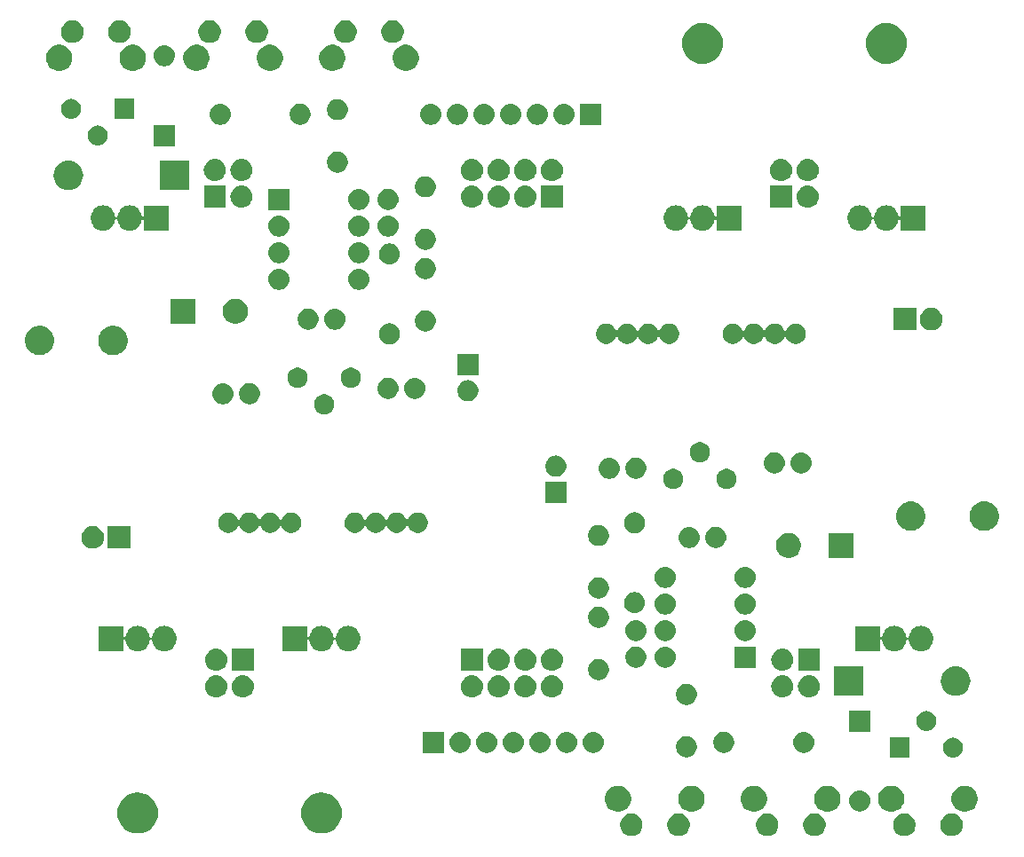
<source format=gbs>
G04 #@! TF.GenerationSoftware,KiCad,Pcbnew,(5.0.1)-4*
G04 #@! TF.CreationDate,2018-12-21T14:04:30+09:00*
G04 #@! TF.ProjectId,Nixie_Module_PowerSupply_panelized,4E697869655F4D6F64756C655F506F77,rev?*
G04 #@! TF.SameCoordinates,Original*
G04 #@! TF.FileFunction,Soldermask,Bot*
G04 #@! TF.FilePolarity,Negative*
%FSLAX46Y46*%
G04 Gerber Fmt 4.6, Leading zero omitted, Abs format (unit mm)*
G04 Created by KiCad (PCBNEW (5.0.1)-4) date 21/12/2018 14:04:30*
%MOMM*%
%LPD*%
G01*
G04 APERTURE LIST*
%ADD10C,0.100000*%
G04 APERTURE END LIST*
D10*
G36*
X226627566Y-101074312D02*
X226823203Y-101155347D01*
X226999275Y-101272995D01*
X227149005Y-101422725D01*
X227266653Y-101598797D01*
X227347688Y-101794434D01*
X227389000Y-102002122D01*
X227389000Y-102213878D01*
X227347688Y-102421566D01*
X227266653Y-102617203D01*
X227149005Y-102793275D01*
X226999275Y-102943005D01*
X226823203Y-103060653D01*
X226627566Y-103141688D01*
X226419878Y-103183000D01*
X226208122Y-103183000D01*
X226000434Y-103141688D01*
X225804797Y-103060653D01*
X225628725Y-102943005D01*
X225478995Y-102793275D01*
X225361347Y-102617203D01*
X225280312Y-102421566D01*
X225239000Y-102213878D01*
X225239000Y-102002122D01*
X225280312Y-101794434D01*
X225361347Y-101598797D01*
X225478995Y-101422725D01*
X225628725Y-101272995D01*
X225804797Y-101155347D01*
X226000434Y-101074312D01*
X226208122Y-101033000D01*
X226419878Y-101033000D01*
X226627566Y-101074312D01*
X226627566Y-101074312D01*
G37*
G36*
X235208566Y-101074312D02*
X235404203Y-101155347D01*
X235580275Y-101272995D01*
X235730005Y-101422725D01*
X235847653Y-101598797D01*
X235928688Y-101794434D01*
X235970000Y-102002122D01*
X235970000Y-102213878D01*
X235928688Y-102421566D01*
X235847653Y-102617203D01*
X235730005Y-102793275D01*
X235580275Y-102943005D01*
X235404203Y-103060653D01*
X235208566Y-103141688D01*
X235000878Y-103183000D01*
X234789122Y-103183000D01*
X234581434Y-103141688D01*
X234385797Y-103060653D01*
X234209725Y-102943005D01*
X234059995Y-102793275D01*
X233942347Y-102617203D01*
X233861312Y-102421566D01*
X233820000Y-102213878D01*
X233820000Y-102002122D01*
X233861312Y-101794434D01*
X233942347Y-101598797D01*
X234059995Y-101422725D01*
X234209725Y-101272995D01*
X234385797Y-101155347D01*
X234581434Y-101074312D01*
X234789122Y-101033000D01*
X235000878Y-101033000D01*
X235208566Y-101074312D01*
X235208566Y-101074312D01*
G37*
G36*
X239708566Y-101074312D02*
X239904203Y-101155347D01*
X240080275Y-101272995D01*
X240230005Y-101422725D01*
X240347653Y-101598797D01*
X240428688Y-101794434D01*
X240470000Y-102002122D01*
X240470000Y-102213878D01*
X240428688Y-102421566D01*
X240347653Y-102617203D01*
X240230005Y-102793275D01*
X240080275Y-102943005D01*
X239904203Y-103060653D01*
X239708566Y-103141688D01*
X239500878Y-103183000D01*
X239289122Y-103183000D01*
X239081434Y-103141688D01*
X238885797Y-103060653D01*
X238709725Y-102943005D01*
X238559995Y-102793275D01*
X238442347Y-102617203D01*
X238361312Y-102421566D01*
X238320000Y-102213878D01*
X238320000Y-102002122D01*
X238361312Y-101794434D01*
X238442347Y-101598797D01*
X238559995Y-101422725D01*
X238709725Y-101272995D01*
X238885797Y-101155347D01*
X239081434Y-101074312D01*
X239289122Y-101033000D01*
X239500878Y-101033000D01*
X239708566Y-101074312D01*
X239708566Y-101074312D01*
G37*
G36*
X209173566Y-101074312D02*
X209369203Y-101155347D01*
X209545275Y-101272995D01*
X209695005Y-101422725D01*
X209812653Y-101598797D01*
X209893688Y-101794434D01*
X209935000Y-102002122D01*
X209935000Y-102213878D01*
X209893688Y-102421566D01*
X209812653Y-102617203D01*
X209695005Y-102793275D01*
X209545275Y-102943005D01*
X209369203Y-103060653D01*
X209173566Y-103141688D01*
X208965878Y-103183000D01*
X208754122Y-103183000D01*
X208546434Y-103141688D01*
X208350797Y-103060653D01*
X208174725Y-102943005D01*
X208024995Y-102793275D01*
X207907347Y-102617203D01*
X207826312Y-102421566D01*
X207785000Y-102213878D01*
X207785000Y-102002122D01*
X207826312Y-101794434D01*
X207907347Y-101598797D01*
X208024995Y-101422725D01*
X208174725Y-101272995D01*
X208350797Y-101155347D01*
X208546434Y-101074312D01*
X208754122Y-101033000D01*
X208965878Y-101033000D01*
X209173566Y-101074312D01*
X209173566Y-101074312D01*
G37*
G36*
X222127566Y-101074312D02*
X222323203Y-101155347D01*
X222499275Y-101272995D01*
X222649005Y-101422725D01*
X222766653Y-101598797D01*
X222847688Y-101794434D01*
X222889000Y-102002122D01*
X222889000Y-102213878D01*
X222847688Y-102421566D01*
X222766653Y-102617203D01*
X222649005Y-102793275D01*
X222499275Y-102943005D01*
X222323203Y-103060653D01*
X222127566Y-103141688D01*
X221919878Y-103183000D01*
X221708122Y-103183000D01*
X221500434Y-103141688D01*
X221304797Y-103060653D01*
X221128725Y-102943005D01*
X220978995Y-102793275D01*
X220861347Y-102617203D01*
X220780312Y-102421566D01*
X220739000Y-102213878D01*
X220739000Y-102002122D01*
X220780312Y-101794434D01*
X220861347Y-101598797D01*
X220978995Y-101422725D01*
X221128725Y-101272995D01*
X221304797Y-101155347D01*
X221500434Y-101074312D01*
X221708122Y-101033000D01*
X221919878Y-101033000D01*
X222127566Y-101074312D01*
X222127566Y-101074312D01*
G37*
G36*
X213673566Y-101074312D02*
X213869203Y-101155347D01*
X214045275Y-101272995D01*
X214195005Y-101422725D01*
X214312653Y-101598797D01*
X214393688Y-101794434D01*
X214435000Y-102002122D01*
X214435000Y-102213878D01*
X214393688Y-102421566D01*
X214312653Y-102617203D01*
X214195005Y-102793275D01*
X214045275Y-102943005D01*
X213869203Y-103060653D01*
X213673566Y-103141688D01*
X213465878Y-103183000D01*
X213254122Y-103183000D01*
X213046434Y-103141688D01*
X212850797Y-103060653D01*
X212674725Y-102943005D01*
X212524995Y-102793275D01*
X212407347Y-102617203D01*
X212326312Y-102421566D01*
X212285000Y-102213878D01*
X212285000Y-102002122D01*
X212326312Y-101794434D01*
X212407347Y-101598797D01*
X212524995Y-101422725D01*
X212674725Y-101272995D01*
X212850797Y-101155347D01*
X213046434Y-101074312D01*
X213254122Y-101033000D01*
X213465878Y-101033000D01*
X213673566Y-101074312D01*
X213673566Y-101074312D01*
G37*
G36*
X162180263Y-99066214D02*
X162180266Y-99066215D01*
X162180267Y-99066215D01*
X162547843Y-99177718D01*
X162886604Y-99358789D01*
X163183530Y-99602470D01*
X163427211Y-99899396D01*
X163608282Y-100238157D01*
X163714690Y-100588938D01*
X163719786Y-100605737D01*
X163757435Y-100988000D01*
X163719786Y-101370263D01*
X163719785Y-101370266D01*
X163719785Y-101370267D01*
X163608282Y-101737843D01*
X163427211Y-102076604D01*
X163183530Y-102373530D01*
X162886604Y-102617211D01*
X162563082Y-102790137D01*
X162557211Y-102793275D01*
X162547843Y-102798282D01*
X162180267Y-102909785D01*
X162180266Y-102909785D01*
X162180263Y-102909786D01*
X161893799Y-102938000D01*
X161702201Y-102938000D01*
X161415737Y-102909786D01*
X161415734Y-102909785D01*
X161415733Y-102909785D01*
X161048157Y-102798282D01*
X161038790Y-102793275D01*
X161032918Y-102790137D01*
X160709396Y-102617211D01*
X160412470Y-102373530D01*
X160168789Y-102076604D01*
X159987718Y-101737843D01*
X159876215Y-101370267D01*
X159876215Y-101370266D01*
X159876214Y-101370263D01*
X159838565Y-100988000D01*
X159876214Y-100605737D01*
X159881310Y-100588938D01*
X159987718Y-100238157D01*
X160168789Y-99899396D01*
X160412470Y-99602470D01*
X160709396Y-99358789D01*
X161048157Y-99177718D01*
X161415733Y-99066215D01*
X161415734Y-99066215D01*
X161415737Y-99066214D01*
X161702201Y-99038000D01*
X161893799Y-99038000D01*
X162180263Y-99066214D01*
X162180263Y-99066214D01*
G37*
G36*
X179706263Y-99066214D02*
X179706266Y-99066215D01*
X179706267Y-99066215D01*
X180073843Y-99177718D01*
X180412604Y-99358789D01*
X180709530Y-99602470D01*
X180953211Y-99899396D01*
X181134282Y-100238157D01*
X181240690Y-100588938D01*
X181245786Y-100605737D01*
X181283435Y-100988000D01*
X181245786Y-101370263D01*
X181245785Y-101370266D01*
X181245785Y-101370267D01*
X181134282Y-101737843D01*
X180953211Y-102076604D01*
X180709530Y-102373530D01*
X180412604Y-102617211D01*
X180089082Y-102790137D01*
X180083211Y-102793275D01*
X180073843Y-102798282D01*
X179706267Y-102909785D01*
X179706266Y-102909785D01*
X179706263Y-102909786D01*
X179419799Y-102938000D01*
X179228201Y-102938000D01*
X178941737Y-102909786D01*
X178941734Y-102909785D01*
X178941733Y-102909785D01*
X178574157Y-102798282D01*
X178564790Y-102793275D01*
X178558918Y-102790137D01*
X178235396Y-102617211D01*
X177938470Y-102373530D01*
X177694789Y-102076604D01*
X177513718Y-101737843D01*
X177402215Y-101370267D01*
X177402215Y-101370266D01*
X177402214Y-101370263D01*
X177364565Y-100988000D01*
X177402214Y-100605737D01*
X177407310Y-100588938D01*
X177513718Y-100238157D01*
X177694789Y-99899396D01*
X177938470Y-99602470D01*
X178235396Y-99358789D01*
X178574157Y-99177718D01*
X178941733Y-99066215D01*
X178941734Y-99066215D01*
X178941737Y-99066214D01*
X179228201Y-99038000D01*
X179419799Y-99038000D01*
X179706263Y-99066214D01*
X179706263Y-99066214D01*
G37*
G36*
X214974612Y-98416037D02*
X215202096Y-98510264D01*
X215406831Y-98647064D01*
X215580936Y-98821169D01*
X215717736Y-99025904D01*
X215811963Y-99253388D01*
X215860000Y-99494885D01*
X215860000Y-99741115D01*
X215811963Y-99982612D01*
X215717736Y-100210096D01*
X215580936Y-100414831D01*
X215406831Y-100588936D01*
X215202096Y-100725736D01*
X214974612Y-100819963D01*
X214733115Y-100868000D01*
X214486885Y-100868000D01*
X214245388Y-100819963D01*
X214017904Y-100725736D01*
X213813169Y-100588936D01*
X213639064Y-100414831D01*
X213502264Y-100210096D01*
X213408037Y-99982612D01*
X213360000Y-99741115D01*
X213360000Y-99494885D01*
X213408037Y-99253388D01*
X213502264Y-99025904D01*
X213639064Y-98821169D01*
X213813169Y-98647064D01*
X214017904Y-98510264D01*
X214245388Y-98416037D01*
X214486885Y-98368000D01*
X214733115Y-98368000D01*
X214974612Y-98416037D01*
X214974612Y-98416037D01*
G37*
G36*
X207964612Y-98416037D02*
X208192096Y-98510264D01*
X208396831Y-98647064D01*
X208570936Y-98821169D01*
X208707736Y-99025904D01*
X208801963Y-99253388D01*
X208850000Y-99494885D01*
X208850000Y-99741115D01*
X208801963Y-99982612D01*
X208707736Y-100210096D01*
X208570936Y-100414831D01*
X208396831Y-100588936D01*
X208192096Y-100725736D01*
X207964612Y-100819963D01*
X207723115Y-100868000D01*
X207476885Y-100868000D01*
X207235388Y-100819963D01*
X207007904Y-100725736D01*
X206803169Y-100588936D01*
X206629064Y-100414831D01*
X206492264Y-100210096D01*
X206398037Y-99982612D01*
X206350000Y-99741115D01*
X206350000Y-99494885D01*
X206398037Y-99253388D01*
X206492264Y-99025904D01*
X206629064Y-98821169D01*
X206803169Y-98647064D01*
X207007904Y-98510264D01*
X207235388Y-98416037D01*
X207476885Y-98368000D01*
X207723115Y-98368000D01*
X207964612Y-98416037D01*
X207964612Y-98416037D01*
G37*
G36*
X241009612Y-98416037D02*
X241237096Y-98510264D01*
X241441831Y-98647064D01*
X241615936Y-98821169D01*
X241752736Y-99025904D01*
X241846963Y-99253388D01*
X241895000Y-99494885D01*
X241895000Y-99741115D01*
X241846963Y-99982612D01*
X241752736Y-100210096D01*
X241615936Y-100414831D01*
X241441831Y-100588936D01*
X241237096Y-100725736D01*
X241009612Y-100819963D01*
X240768115Y-100868000D01*
X240521885Y-100868000D01*
X240280388Y-100819963D01*
X240052904Y-100725736D01*
X239848169Y-100588936D01*
X239674064Y-100414831D01*
X239537264Y-100210096D01*
X239443037Y-99982612D01*
X239395000Y-99741115D01*
X239395000Y-99494885D01*
X239443037Y-99253388D01*
X239537264Y-99025904D01*
X239674064Y-98821169D01*
X239848169Y-98647064D01*
X240052904Y-98510264D01*
X240280388Y-98416037D01*
X240521885Y-98368000D01*
X240768115Y-98368000D01*
X241009612Y-98416037D01*
X241009612Y-98416037D01*
G37*
G36*
X220918612Y-98416037D02*
X221146096Y-98510264D01*
X221350831Y-98647064D01*
X221524936Y-98821169D01*
X221661736Y-99025904D01*
X221755963Y-99253388D01*
X221804000Y-99494885D01*
X221804000Y-99741115D01*
X221755963Y-99982612D01*
X221661736Y-100210096D01*
X221524936Y-100414831D01*
X221350831Y-100588936D01*
X221146096Y-100725736D01*
X220918612Y-100819963D01*
X220677115Y-100868000D01*
X220430885Y-100868000D01*
X220189388Y-100819963D01*
X219961904Y-100725736D01*
X219757169Y-100588936D01*
X219583064Y-100414831D01*
X219446264Y-100210096D01*
X219352037Y-99982612D01*
X219304000Y-99741115D01*
X219304000Y-99494885D01*
X219352037Y-99253388D01*
X219446264Y-99025904D01*
X219583064Y-98821169D01*
X219757169Y-98647064D01*
X219961904Y-98510264D01*
X220189388Y-98416037D01*
X220430885Y-98368000D01*
X220677115Y-98368000D01*
X220918612Y-98416037D01*
X220918612Y-98416037D01*
G37*
G36*
X227928612Y-98416037D02*
X228156096Y-98510264D01*
X228360831Y-98647064D01*
X228534936Y-98821169D01*
X228671736Y-99025904D01*
X228765963Y-99253388D01*
X228814000Y-99494885D01*
X228814000Y-99741115D01*
X228765963Y-99982612D01*
X228671736Y-100210096D01*
X228534936Y-100414831D01*
X228360831Y-100588936D01*
X228156096Y-100725736D01*
X227928612Y-100819963D01*
X227687115Y-100868000D01*
X227440885Y-100868000D01*
X227199388Y-100819963D01*
X226971904Y-100725736D01*
X226767169Y-100588936D01*
X226593064Y-100414831D01*
X226456264Y-100210096D01*
X226362037Y-99982612D01*
X226314000Y-99741115D01*
X226314000Y-99494885D01*
X226362037Y-99253388D01*
X226456264Y-99025904D01*
X226593064Y-98821169D01*
X226767169Y-98647064D01*
X226971904Y-98510264D01*
X227199388Y-98416037D01*
X227440885Y-98368000D01*
X227687115Y-98368000D01*
X227928612Y-98416037D01*
X227928612Y-98416037D01*
G37*
G36*
X233999612Y-98416037D02*
X234227096Y-98510264D01*
X234431831Y-98647064D01*
X234605936Y-98821169D01*
X234742736Y-99025904D01*
X234836963Y-99253388D01*
X234885000Y-99494885D01*
X234885000Y-99741115D01*
X234836963Y-99982612D01*
X234742736Y-100210096D01*
X234605936Y-100414831D01*
X234431831Y-100588936D01*
X234227096Y-100725736D01*
X233999612Y-100819963D01*
X233758115Y-100868000D01*
X233511885Y-100868000D01*
X233270388Y-100819963D01*
X233042904Y-100725736D01*
X232838169Y-100588936D01*
X232664064Y-100414831D01*
X232527264Y-100210096D01*
X232433037Y-99982612D01*
X232385000Y-99741115D01*
X232385000Y-99494885D01*
X232433037Y-99253388D01*
X232527264Y-99025904D01*
X232664064Y-98821169D01*
X232838169Y-98647064D01*
X233042904Y-98510264D01*
X233270388Y-98416037D01*
X233511885Y-98368000D01*
X233758115Y-98368000D01*
X233999612Y-98416037D01*
X233999612Y-98416037D01*
G37*
G36*
X230828030Y-98836469D02*
X230828033Y-98836470D01*
X230828034Y-98836470D01*
X231016535Y-98893651D01*
X231016537Y-98893652D01*
X231190260Y-98986509D01*
X231342528Y-99111472D01*
X231467491Y-99263740D01*
X231467492Y-99263742D01*
X231560349Y-99437465D01*
X231617530Y-99625966D01*
X231617531Y-99625970D01*
X231636838Y-99822000D01*
X231617531Y-100018030D01*
X231560348Y-100206537D01*
X231467491Y-100380260D01*
X231342528Y-100532528D01*
X231190260Y-100657491D01*
X231062583Y-100725736D01*
X231016535Y-100750349D01*
X230828034Y-100807530D01*
X230828033Y-100807530D01*
X230828030Y-100807531D01*
X230681124Y-100822000D01*
X230582876Y-100822000D01*
X230435970Y-100807531D01*
X230435967Y-100807530D01*
X230435966Y-100807530D01*
X230247465Y-100750349D01*
X230201417Y-100725736D01*
X230073740Y-100657491D01*
X229921472Y-100532528D01*
X229796509Y-100380260D01*
X229703652Y-100206537D01*
X229646469Y-100018030D01*
X229627162Y-99822000D01*
X229646469Y-99625970D01*
X229646470Y-99625966D01*
X229703651Y-99437465D01*
X229796508Y-99263742D01*
X229796509Y-99263740D01*
X229921472Y-99111472D01*
X230073740Y-98986509D01*
X230247463Y-98893652D01*
X230247465Y-98893651D01*
X230435966Y-98836470D01*
X230435967Y-98836470D01*
X230435970Y-98836469D01*
X230582876Y-98822000D01*
X230681124Y-98822000D01*
X230828030Y-98836469D01*
X230828030Y-98836469D01*
G37*
G36*
X235392000Y-95692000D02*
X233492000Y-95692000D01*
X233492000Y-93792000D01*
X235392000Y-93792000D01*
X235392000Y-95692000D01*
X235392000Y-95692000D01*
G37*
G36*
X239661452Y-93801127D02*
X239799105Y-93828508D01*
X239971994Y-93900121D01*
X240127590Y-94004087D01*
X240259913Y-94136410D01*
X240363879Y-94292006D01*
X240435492Y-94464895D01*
X240472000Y-94648433D01*
X240472000Y-94835567D01*
X240435492Y-95019105D01*
X240363879Y-95191994D01*
X240259913Y-95347590D01*
X240127590Y-95479913D01*
X239971994Y-95583879D01*
X239799105Y-95655492D01*
X239661452Y-95682873D01*
X239615568Y-95692000D01*
X239428432Y-95692000D01*
X239382549Y-95682873D01*
X239244895Y-95655492D01*
X239072006Y-95583879D01*
X238916410Y-95479913D01*
X238784087Y-95347590D01*
X238680121Y-95191994D01*
X238608508Y-95019105D01*
X238572000Y-94835567D01*
X238572000Y-94648433D01*
X238608508Y-94464895D01*
X238680121Y-94292006D01*
X238784087Y-94136410D01*
X238916410Y-94004087D01*
X239072006Y-93900121D01*
X239244895Y-93828508D01*
X239382548Y-93801127D01*
X239428432Y-93792000D01*
X239615568Y-93792000D01*
X239661452Y-93801127D01*
X239661452Y-93801127D01*
G37*
G36*
X214289578Y-93675742D02*
X214413689Y-93700429D01*
X214595678Y-93775811D01*
X214759463Y-93885249D01*
X214898751Y-94024537D01*
X215008189Y-94188322D01*
X215083571Y-94370311D01*
X215122000Y-94563509D01*
X215122000Y-94760491D01*
X215083571Y-94953689D01*
X215008189Y-95135678D01*
X214898751Y-95299463D01*
X214759463Y-95438751D01*
X214595678Y-95548189D01*
X214413689Y-95623571D01*
X214297770Y-95646628D01*
X214220493Y-95662000D01*
X214023507Y-95662000D01*
X213946230Y-95646628D01*
X213830311Y-95623571D01*
X213648322Y-95548189D01*
X213484537Y-95438751D01*
X213345249Y-95299463D01*
X213235811Y-95135678D01*
X213160429Y-94953689D01*
X213122000Y-94760491D01*
X213122000Y-94563509D01*
X213160429Y-94370311D01*
X213235811Y-94188322D01*
X213345249Y-94024537D01*
X213484537Y-93885249D01*
X213648322Y-93775811D01*
X213830311Y-93700429D01*
X213954422Y-93675742D01*
X214023507Y-93662000D01*
X214220493Y-93662000D01*
X214289578Y-93675742D01*
X214289578Y-93675742D01*
G37*
G36*
X192728030Y-93248469D02*
X192728033Y-93248470D01*
X192728034Y-93248470D01*
X192916535Y-93305651D01*
X192916537Y-93305652D01*
X193090260Y-93398509D01*
X193242528Y-93523472D01*
X193367491Y-93675740D01*
X193412701Y-93760322D01*
X193460349Y-93849465D01*
X193513455Y-94024534D01*
X193517531Y-94037970D01*
X193536838Y-94234000D01*
X193517531Y-94430030D01*
X193517530Y-94430033D01*
X193517530Y-94430034D01*
X193477042Y-94563507D01*
X193460348Y-94618537D01*
X193367491Y-94792260D01*
X193242528Y-94944528D01*
X193090260Y-95069491D01*
X192966433Y-95135678D01*
X192916535Y-95162349D01*
X192728034Y-95219530D01*
X192728033Y-95219530D01*
X192728030Y-95219531D01*
X192581124Y-95234000D01*
X192482876Y-95234000D01*
X192335970Y-95219531D01*
X192335967Y-95219530D01*
X192335966Y-95219530D01*
X192147465Y-95162349D01*
X192097567Y-95135678D01*
X191973740Y-95069491D01*
X191821472Y-94944528D01*
X191696509Y-94792260D01*
X191603652Y-94618537D01*
X191586959Y-94563507D01*
X191546470Y-94430034D01*
X191546470Y-94430033D01*
X191546469Y-94430030D01*
X191527162Y-94234000D01*
X191546469Y-94037970D01*
X191550545Y-94024534D01*
X191603651Y-93849465D01*
X191651299Y-93760322D01*
X191696509Y-93675740D01*
X191821472Y-93523472D01*
X191973740Y-93398509D01*
X192147463Y-93305652D01*
X192147465Y-93305651D01*
X192335966Y-93248470D01*
X192335967Y-93248470D01*
X192335970Y-93248469D01*
X192482876Y-93234000D01*
X192581124Y-93234000D01*
X192728030Y-93248469D01*
X192728030Y-93248469D01*
G37*
G36*
X200348030Y-93248469D02*
X200348033Y-93248470D01*
X200348034Y-93248470D01*
X200536535Y-93305651D01*
X200536537Y-93305652D01*
X200710260Y-93398509D01*
X200862528Y-93523472D01*
X200987491Y-93675740D01*
X201032701Y-93760322D01*
X201080349Y-93849465D01*
X201133455Y-94024534D01*
X201137531Y-94037970D01*
X201156838Y-94234000D01*
X201137531Y-94430030D01*
X201137530Y-94430033D01*
X201137530Y-94430034D01*
X201097042Y-94563507D01*
X201080348Y-94618537D01*
X200987491Y-94792260D01*
X200862528Y-94944528D01*
X200710260Y-95069491D01*
X200586433Y-95135678D01*
X200536535Y-95162349D01*
X200348034Y-95219530D01*
X200348033Y-95219530D01*
X200348030Y-95219531D01*
X200201124Y-95234000D01*
X200102876Y-95234000D01*
X199955970Y-95219531D01*
X199955967Y-95219530D01*
X199955966Y-95219530D01*
X199767465Y-95162349D01*
X199717567Y-95135678D01*
X199593740Y-95069491D01*
X199441472Y-94944528D01*
X199316509Y-94792260D01*
X199223652Y-94618537D01*
X199206959Y-94563507D01*
X199166470Y-94430034D01*
X199166470Y-94430033D01*
X199166469Y-94430030D01*
X199147162Y-94234000D01*
X199166469Y-94037970D01*
X199170545Y-94024534D01*
X199223651Y-93849465D01*
X199271299Y-93760322D01*
X199316509Y-93675740D01*
X199441472Y-93523472D01*
X199593740Y-93398509D01*
X199767463Y-93305652D01*
X199767465Y-93305651D01*
X199955966Y-93248470D01*
X199955967Y-93248470D01*
X199955970Y-93248469D01*
X200102876Y-93234000D01*
X200201124Y-93234000D01*
X200348030Y-93248469D01*
X200348030Y-93248469D01*
G37*
G36*
X202888030Y-93248469D02*
X202888033Y-93248470D01*
X202888034Y-93248470D01*
X203076535Y-93305651D01*
X203076537Y-93305652D01*
X203250260Y-93398509D01*
X203402528Y-93523472D01*
X203527491Y-93675740D01*
X203572701Y-93760322D01*
X203620349Y-93849465D01*
X203673455Y-94024534D01*
X203677531Y-94037970D01*
X203696838Y-94234000D01*
X203677531Y-94430030D01*
X203677530Y-94430033D01*
X203677530Y-94430034D01*
X203637042Y-94563507D01*
X203620348Y-94618537D01*
X203527491Y-94792260D01*
X203402528Y-94944528D01*
X203250260Y-95069491D01*
X203126433Y-95135678D01*
X203076535Y-95162349D01*
X202888034Y-95219530D01*
X202888033Y-95219530D01*
X202888030Y-95219531D01*
X202741124Y-95234000D01*
X202642876Y-95234000D01*
X202495970Y-95219531D01*
X202495967Y-95219530D01*
X202495966Y-95219530D01*
X202307465Y-95162349D01*
X202257567Y-95135678D01*
X202133740Y-95069491D01*
X201981472Y-94944528D01*
X201856509Y-94792260D01*
X201763652Y-94618537D01*
X201746959Y-94563507D01*
X201706470Y-94430034D01*
X201706470Y-94430033D01*
X201706469Y-94430030D01*
X201687162Y-94234000D01*
X201706469Y-94037970D01*
X201710545Y-94024534D01*
X201763651Y-93849465D01*
X201811299Y-93760322D01*
X201856509Y-93675740D01*
X201981472Y-93523472D01*
X202133740Y-93398509D01*
X202307463Y-93305652D01*
X202307465Y-93305651D01*
X202495966Y-93248470D01*
X202495967Y-93248470D01*
X202495970Y-93248469D01*
X202642876Y-93234000D01*
X202741124Y-93234000D01*
X202888030Y-93248469D01*
X202888030Y-93248469D01*
G37*
G36*
X205428030Y-93248469D02*
X205428033Y-93248470D01*
X205428034Y-93248470D01*
X205616535Y-93305651D01*
X205616537Y-93305652D01*
X205790260Y-93398509D01*
X205942528Y-93523472D01*
X206067491Y-93675740D01*
X206112701Y-93760322D01*
X206160349Y-93849465D01*
X206213455Y-94024534D01*
X206217531Y-94037970D01*
X206236838Y-94234000D01*
X206217531Y-94430030D01*
X206217530Y-94430033D01*
X206217530Y-94430034D01*
X206177042Y-94563507D01*
X206160348Y-94618537D01*
X206067491Y-94792260D01*
X205942528Y-94944528D01*
X205790260Y-95069491D01*
X205666433Y-95135678D01*
X205616535Y-95162349D01*
X205428034Y-95219530D01*
X205428033Y-95219530D01*
X205428030Y-95219531D01*
X205281124Y-95234000D01*
X205182876Y-95234000D01*
X205035970Y-95219531D01*
X205035967Y-95219530D01*
X205035966Y-95219530D01*
X204847465Y-95162349D01*
X204797567Y-95135678D01*
X204673740Y-95069491D01*
X204521472Y-94944528D01*
X204396509Y-94792260D01*
X204303652Y-94618537D01*
X204286959Y-94563507D01*
X204246470Y-94430034D01*
X204246470Y-94430033D01*
X204246469Y-94430030D01*
X204227162Y-94234000D01*
X204246469Y-94037970D01*
X204250545Y-94024534D01*
X204303651Y-93849465D01*
X204351299Y-93760322D01*
X204396509Y-93675740D01*
X204521472Y-93523472D01*
X204673740Y-93398509D01*
X204847463Y-93305652D01*
X204847465Y-93305651D01*
X205035966Y-93248470D01*
X205035967Y-93248470D01*
X205035970Y-93248469D01*
X205182876Y-93234000D01*
X205281124Y-93234000D01*
X205428030Y-93248469D01*
X205428030Y-93248469D01*
G37*
G36*
X190992000Y-95234000D02*
X188992000Y-95234000D01*
X188992000Y-93234000D01*
X190992000Y-93234000D01*
X190992000Y-95234000D01*
X190992000Y-95234000D01*
G37*
G36*
X217853770Y-93249372D02*
X217969689Y-93272429D01*
X218151678Y-93347811D01*
X218315463Y-93457249D01*
X218454751Y-93596537D01*
X218564189Y-93760322D01*
X218639571Y-93942311D01*
X218678000Y-94135509D01*
X218678000Y-94332491D01*
X218639571Y-94525689D01*
X218564189Y-94707678D01*
X218454751Y-94871463D01*
X218315463Y-95010751D01*
X218151678Y-95120189D01*
X217969689Y-95195571D01*
X217853770Y-95218628D01*
X217776493Y-95234000D01*
X217579507Y-95234000D01*
X217502230Y-95218628D01*
X217386311Y-95195571D01*
X217204322Y-95120189D01*
X217040537Y-95010751D01*
X216901249Y-94871463D01*
X216791811Y-94707678D01*
X216716429Y-94525689D01*
X216678000Y-94332491D01*
X216678000Y-94135509D01*
X216716429Y-93942311D01*
X216791811Y-93760322D01*
X216901249Y-93596537D01*
X217040537Y-93457249D01*
X217204322Y-93347811D01*
X217386311Y-93272429D01*
X217502230Y-93249372D01*
X217579507Y-93234000D01*
X217776493Y-93234000D01*
X217853770Y-93249372D01*
X217853770Y-93249372D01*
G37*
G36*
X197808030Y-93248469D02*
X197808033Y-93248470D01*
X197808034Y-93248470D01*
X197996535Y-93305651D01*
X197996537Y-93305652D01*
X198170260Y-93398509D01*
X198322528Y-93523472D01*
X198447491Y-93675740D01*
X198492701Y-93760322D01*
X198540349Y-93849465D01*
X198593455Y-94024534D01*
X198597531Y-94037970D01*
X198616838Y-94234000D01*
X198597531Y-94430030D01*
X198597530Y-94430033D01*
X198597530Y-94430034D01*
X198557042Y-94563507D01*
X198540348Y-94618537D01*
X198447491Y-94792260D01*
X198322528Y-94944528D01*
X198170260Y-95069491D01*
X198046433Y-95135678D01*
X197996535Y-95162349D01*
X197808034Y-95219530D01*
X197808033Y-95219530D01*
X197808030Y-95219531D01*
X197661124Y-95234000D01*
X197562876Y-95234000D01*
X197415970Y-95219531D01*
X197415967Y-95219530D01*
X197415966Y-95219530D01*
X197227465Y-95162349D01*
X197177567Y-95135678D01*
X197053740Y-95069491D01*
X196901472Y-94944528D01*
X196776509Y-94792260D01*
X196683652Y-94618537D01*
X196666959Y-94563507D01*
X196626470Y-94430034D01*
X196626470Y-94430033D01*
X196626469Y-94430030D01*
X196607162Y-94234000D01*
X196626469Y-94037970D01*
X196630545Y-94024534D01*
X196683651Y-93849465D01*
X196731299Y-93760322D01*
X196776509Y-93675740D01*
X196901472Y-93523472D01*
X197053740Y-93398509D01*
X197227463Y-93305652D01*
X197227465Y-93305651D01*
X197415966Y-93248470D01*
X197415967Y-93248470D01*
X197415970Y-93248469D01*
X197562876Y-93234000D01*
X197661124Y-93234000D01*
X197808030Y-93248469D01*
X197808030Y-93248469D01*
G37*
G36*
X195268030Y-93248469D02*
X195268033Y-93248470D01*
X195268034Y-93248470D01*
X195456535Y-93305651D01*
X195456537Y-93305652D01*
X195630260Y-93398509D01*
X195782528Y-93523472D01*
X195907491Y-93675740D01*
X195952701Y-93760322D01*
X196000349Y-93849465D01*
X196053455Y-94024534D01*
X196057531Y-94037970D01*
X196076838Y-94234000D01*
X196057531Y-94430030D01*
X196057530Y-94430033D01*
X196057530Y-94430034D01*
X196017042Y-94563507D01*
X196000348Y-94618537D01*
X195907491Y-94792260D01*
X195782528Y-94944528D01*
X195630260Y-95069491D01*
X195506433Y-95135678D01*
X195456535Y-95162349D01*
X195268034Y-95219530D01*
X195268033Y-95219530D01*
X195268030Y-95219531D01*
X195121124Y-95234000D01*
X195022876Y-95234000D01*
X194875970Y-95219531D01*
X194875967Y-95219530D01*
X194875966Y-95219530D01*
X194687465Y-95162349D01*
X194637567Y-95135678D01*
X194513740Y-95069491D01*
X194361472Y-94944528D01*
X194236509Y-94792260D01*
X194143652Y-94618537D01*
X194126959Y-94563507D01*
X194086470Y-94430034D01*
X194086470Y-94430033D01*
X194086469Y-94430030D01*
X194067162Y-94234000D01*
X194086469Y-94037970D01*
X194090545Y-94024534D01*
X194143651Y-93849465D01*
X194191299Y-93760322D01*
X194236509Y-93675740D01*
X194361472Y-93523472D01*
X194513740Y-93398509D01*
X194687463Y-93305652D01*
X194687465Y-93305651D01*
X194875966Y-93248470D01*
X194875967Y-93248470D01*
X194875970Y-93248469D01*
X195022876Y-93234000D01*
X195121124Y-93234000D01*
X195268030Y-93248469D01*
X195268030Y-93248469D01*
G37*
G36*
X225494030Y-93248469D02*
X225494033Y-93248470D01*
X225494034Y-93248470D01*
X225682535Y-93305651D01*
X225682537Y-93305652D01*
X225856260Y-93398509D01*
X226008528Y-93523472D01*
X226133491Y-93675740D01*
X226178701Y-93760322D01*
X226226349Y-93849465D01*
X226279455Y-94024534D01*
X226283531Y-94037970D01*
X226302838Y-94234000D01*
X226283531Y-94430030D01*
X226283530Y-94430033D01*
X226283530Y-94430034D01*
X226243042Y-94563507D01*
X226226348Y-94618537D01*
X226133491Y-94792260D01*
X226008528Y-94944528D01*
X225856260Y-95069491D01*
X225732433Y-95135678D01*
X225682535Y-95162349D01*
X225494034Y-95219530D01*
X225494033Y-95219530D01*
X225494030Y-95219531D01*
X225347124Y-95234000D01*
X225248876Y-95234000D01*
X225101970Y-95219531D01*
X225101967Y-95219530D01*
X225101966Y-95219530D01*
X224913465Y-95162349D01*
X224863567Y-95135678D01*
X224739740Y-95069491D01*
X224587472Y-94944528D01*
X224462509Y-94792260D01*
X224369652Y-94618537D01*
X224352959Y-94563507D01*
X224312470Y-94430034D01*
X224312470Y-94430033D01*
X224312469Y-94430030D01*
X224293162Y-94234000D01*
X224312469Y-94037970D01*
X224316545Y-94024534D01*
X224369651Y-93849465D01*
X224417299Y-93760322D01*
X224462509Y-93675740D01*
X224587472Y-93523472D01*
X224739740Y-93398509D01*
X224913463Y-93305652D01*
X224913465Y-93305651D01*
X225101966Y-93248470D01*
X225101967Y-93248470D01*
X225101970Y-93248469D01*
X225248876Y-93234000D01*
X225347124Y-93234000D01*
X225494030Y-93248469D01*
X225494030Y-93248469D01*
G37*
G36*
X231632000Y-93202000D02*
X229632000Y-93202000D01*
X229632000Y-91202000D01*
X231632000Y-91202000D01*
X231632000Y-93202000D01*
X231632000Y-93202000D01*
G37*
G36*
X237121452Y-91261127D02*
X237259105Y-91288508D01*
X237431994Y-91360121D01*
X237587590Y-91464087D01*
X237719913Y-91596410D01*
X237823879Y-91752006D01*
X237895492Y-91924895D01*
X237932000Y-92108433D01*
X237932000Y-92295567D01*
X237895492Y-92479105D01*
X237823879Y-92651994D01*
X237719913Y-92807590D01*
X237587590Y-92939913D01*
X237431994Y-93043879D01*
X237259105Y-93115492D01*
X237121452Y-93142873D01*
X237075568Y-93152000D01*
X236888432Y-93152000D01*
X236842548Y-93142873D01*
X236704895Y-93115492D01*
X236532006Y-93043879D01*
X236376410Y-92939913D01*
X236244087Y-92807590D01*
X236140121Y-92651994D01*
X236068508Y-92479105D01*
X236032000Y-92295567D01*
X236032000Y-92108433D01*
X236068508Y-91924895D01*
X236140121Y-91752006D01*
X236244087Y-91596410D01*
X236376410Y-91464087D01*
X236532006Y-91360121D01*
X236704895Y-91288508D01*
X236842548Y-91261127D01*
X236888432Y-91252000D01*
X237075568Y-91252000D01*
X237121452Y-91261127D01*
X237121452Y-91261127D01*
G37*
G36*
X214297770Y-88677372D02*
X214413689Y-88700429D01*
X214595678Y-88775811D01*
X214759463Y-88885249D01*
X214898751Y-89024537D01*
X215008189Y-89188322D01*
X215083571Y-89370311D01*
X215106617Y-89486171D01*
X215121639Y-89561690D01*
X215122000Y-89563509D01*
X215122000Y-89760491D01*
X215083571Y-89953689D01*
X215008189Y-90135678D01*
X214898751Y-90299463D01*
X214759463Y-90438751D01*
X214595678Y-90548189D01*
X214413689Y-90623571D01*
X214297770Y-90646628D01*
X214220493Y-90662000D01*
X214023507Y-90662000D01*
X213946230Y-90646628D01*
X213830311Y-90623571D01*
X213648322Y-90548189D01*
X213484537Y-90438751D01*
X213345249Y-90299463D01*
X213235811Y-90135678D01*
X213160429Y-89953689D01*
X213122000Y-89760491D01*
X213122000Y-89563509D01*
X213122362Y-89561690D01*
X213137383Y-89486171D01*
X213160429Y-89370311D01*
X213235811Y-89188322D01*
X213345249Y-89024537D01*
X213484537Y-88885249D01*
X213648322Y-88775811D01*
X213830311Y-88700429D01*
X213946230Y-88677372D01*
X214023507Y-88662000D01*
X214220493Y-88662000D01*
X214297770Y-88677372D01*
X214297770Y-88677372D01*
G37*
G36*
X196343707Y-87857596D02*
X196420836Y-87865193D01*
X196552787Y-87905220D01*
X196618763Y-87925233D01*
X196801172Y-88022733D01*
X196961054Y-88153946D01*
X197092267Y-88313828D01*
X197189767Y-88496237D01*
X197189767Y-88496238D01*
X197249807Y-88694164D01*
X197270080Y-88900000D01*
X197249807Y-89105836D01*
X197229262Y-89173563D01*
X197189767Y-89303763D01*
X197092267Y-89486172D01*
X196961054Y-89646054D01*
X196801172Y-89777267D01*
X196618763Y-89874767D01*
X196552787Y-89894780D01*
X196420836Y-89934807D01*
X196343707Y-89942403D01*
X196266580Y-89950000D01*
X196163420Y-89950000D01*
X196086293Y-89942403D01*
X196009164Y-89934807D01*
X195877213Y-89894780D01*
X195811237Y-89874767D01*
X195628828Y-89777267D01*
X195468946Y-89646054D01*
X195337733Y-89486172D01*
X195240233Y-89303763D01*
X195200738Y-89173563D01*
X195180193Y-89105836D01*
X195159920Y-88900000D01*
X195180193Y-88694164D01*
X195240233Y-88496238D01*
X195240233Y-88496237D01*
X195337733Y-88313828D01*
X195468946Y-88153946D01*
X195628828Y-88022733D01*
X195811237Y-87925233D01*
X195877213Y-87905220D01*
X196009164Y-87865193D01*
X196086293Y-87857597D01*
X196163420Y-87850000D01*
X196266580Y-87850000D01*
X196343707Y-87857596D01*
X196343707Y-87857596D01*
G37*
G36*
X223394707Y-87857596D02*
X223471836Y-87865193D01*
X223603787Y-87905220D01*
X223669763Y-87925233D01*
X223852172Y-88022733D01*
X224012054Y-88153946D01*
X224143267Y-88313828D01*
X224240767Y-88496237D01*
X224240767Y-88496238D01*
X224300807Y-88694164D01*
X224321080Y-88900000D01*
X224300807Y-89105836D01*
X224280262Y-89173563D01*
X224240767Y-89303763D01*
X224143267Y-89486172D01*
X224012054Y-89646054D01*
X223852172Y-89777267D01*
X223669763Y-89874767D01*
X223603787Y-89894780D01*
X223471836Y-89934807D01*
X223394707Y-89942403D01*
X223317580Y-89950000D01*
X223214420Y-89950000D01*
X223137293Y-89942403D01*
X223060164Y-89934807D01*
X222928213Y-89894780D01*
X222862237Y-89874767D01*
X222679828Y-89777267D01*
X222519946Y-89646054D01*
X222388733Y-89486172D01*
X222291233Y-89303763D01*
X222251738Y-89173563D01*
X222231193Y-89105836D01*
X222210920Y-88900000D01*
X222231193Y-88694164D01*
X222291233Y-88496238D01*
X222291233Y-88496237D01*
X222388733Y-88313828D01*
X222519946Y-88153946D01*
X222679828Y-88022733D01*
X222862237Y-87925233D01*
X222928213Y-87905220D01*
X223060164Y-87865193D01*
X223137293Y-87857597D01*
X223214420Y-87850000D01*
X223317580Y-87850000D01*
X223394707Y-87857596D01*
X223394707Y-87857596D01*
G37*
G36*
X225934707Y-87857596D02*
X226011836Y-87865193D01*
X226143787Y-87905220D01*
X226209763Y-87925233D01*
X226392172Y-88022733D01*
X226552054Y-88153946D01*
X226683267Y-88313828D01*
X226780767Y-88496237D01*
X226780767Y-88496238D01*
X226840807Y-88694164D01*
X226861080Y-88900000D01*
X226840807Y-89105836D01*
X226820262Y-89173563D01*
X226780767Y-89303763D01*
X226683267Y-89486172D01*
X226552054Y-89646054D01*
X226392172Y-89777267D01*
X226209763Y-89874767D01*
X226143787Y-89894780D01*
X226011836Y-89934807D01*
X225934707Y-89942403D01*
X225857580Y-89950000D01*
X225754420Y-89950000D01*
X225677293Y-89942403D01*
X225600164Y-89934807D01*
X225468213Y-89894780D01*
X225402237Y-89874767D01*
X225219828Y-89777267D01*
X225059946Y-89646054D01*
X224928733Y-89486172D01*
X224831233Y-89303763D01*
X224791738Y-89173563D01*
X224771193Y-89105836D01*
X224750920Y-88900000D01*
X224771193Y-88694164D01*
X224831233Y-88496238D01*
X224831233Y-88496237D01*
X224928733Y-88313828D01*
X225059946Y-88153946D01*
X225219828Y-88022733D01*
X225402237Y-87925233D01*
X225468213Y-87905220D01*
X225600164Y-87865193D01*
X225677293Y-87857597D01*
X225754420Y-87850000D01*
X225857580Y-87850000D01*
X225934707Y-87857596D01*
X225934707Y-87857596D01*
G37*
G36*
X193803707Y-87857596D02*
X193880836Y-87865193D01*
X194012787Y-87905220D01*
X194078763Y-87925233D01*
X194261172Y-88022733D01*
X194421054Y-88153946D01*
X194552267Y-88313828D01*
X194649767Y-88496237D01*
X194649767Y-88496238D01*
X194709807Y-88694164D01*
X194730080Y-88900000D01*
X194709807Y-89105836D01*
X194689262Y-89173563D01*
X194649767Y-89303763D01*
X194552267Y-89486172D01*
X194421054Y-89646054D01*
X194261172Y-89777267D01*
X194078763Y-89874767D01*
X194012787Y-89894780D01*
X193880836Y-89934807D01*
X193803707Y-89942403D01*
X193726580Y-89950000D01*
X193623420Y-89950000D01*
X193546293Y-89942403D01*
X193469164Y-89934807D01*
X193337213Y-89894780D01*
X193271237Y-89874767D01*
X193088828Y-89777267D01*
X192928946Y-89646054D01*
X192797733Y-89486172D01*
X192700233Y-89303763D01*
X192660738Y-89173563D01*
X192640193Y-89105836D01*
X192619920Y-88900000D01*
X192640193Y-88694164D01*
X192700233Y-88496238D01*
X192700233Y-88496237D01*
X192797733Y-88313828D01*
X192928946Y-88153946D01*
X193088828Y-88022733D01*
X193271237Y-87925233D01*
X193337213Y-87905220D01*
X193469164Y-87865193D01*
X193546293Y-87857597D01*
X193623420Y-87850000D01*
X193726580Y-87850000D01*
X193803707Y-87857596D01*
X193803707Y-87857596D01*
G37*
G36*
X198883707Y-87857596D02*
X198960836Y-87865193D01*
X199092787Y-87905220D01*
X199158763Y-87925233D01*
X199341172Y-88022733D01*
X199501054Y-88153946D01*
X199632267Y-88313828D01*
X199729767Y-88496237D01*
X199729767Y-88496238D01*
X199789807Y-88694164D01*
X199810080Y-88900000D01*
X199789807Y-89105836D01*
X199769262Y-89173563D01*
X199729767Y-89303763D01*
X199632267Y-89486172D01*
X199501054Y-89646054D01*
X199341172Y-89777267D01*
X199158763Y-89874767D01*
X199092787Y-89894780D01*
X198960836Y-89934807D01*
X198883707Y-89942403D01*
X198806580Y-89950000D01*
X198703420Y-89950000D01*
X198626293Y-89942403D01*
X198549164Y-89934807D01*
X198417213Y-89894780D01*
X198351237Y-89874767D01*
X198168828Y-89777267D01*
X198008946Y-89646054D01*
X197877733Y-89486172D01*
X197780233Y-89303763D01*
X197740738Y-89173563D01*
X197720193Y-89105836D01*
X197699920Y-88900000D01*
X197720193Y-88694164D01*
X197780233Y-88496238D01*
X197780233Y-88496237D01*
X197877733Y-88313828D01*
X198008946Y-88153946D01*
X198168828Y-88022733D01*
X198351237Y-87925233D01*
X198417213Y-87905220D01*
X198549164Y-87865193D01*
X198626293Y-87857597D01*
X198703420Y-87850000D01*
X198806580Y-87850000D01*
X198883707Y-87857596D01*
X198883707Y-87857596D01*
G37*
G36*
X201423707Y-87857596D02*
X201500836Y-87865193D01*
X201632787Y-87905220D01*
X201698763Y-87925233D01*
X201881172Y-88022733D01*
X202041054Y-88153946D01*
X202172267Y-88313828D01*
X202269767Y-88496237D01*
X202269767Y-88496238D01*
X202329807Y-88694164D01*
X202350080Y-88900000D01*
X202329807Y-89105836D01*
X202309262Y-89173563D01*
X202269767Y-89303763D01*
X202172267Y-89486172D01*
X202041054Y-89646054D01*
X201881172Y-89777267D01*
X201698763Y-89874767D01*
X201632787Y-89894780D01*
X201500836Y-89934807D01*
X201423707Y-89942403D01*
X201346580Y-89950000D01*
X201243420Y-89950000D01*
X201166293Y-89942403D01*
X201089164Y-89934807D01*
X200957213Y-89894780D01*
X200891237Y-89874767D01*
X200708828Y-89777267D01*
X200548946Y-89646054D01*
X200417733Y-89486172D01*
X200320233Y-89303763D01*
X200280738Y-89173563D01*
X200260193Y-89105836D01*
X200239920Y-88900000D01*
X200260193Y-88694164D01*
X200320233Y-88496238D01*
X200320233Y-88496237D01*
X200417733Y-88313828D01*
X200548946Y-88153946D01*
X200708828Y-88022733D01*
X200891237Y-87925233D01*
X200957213Y-87905220D01*
X201089164Y-87865193D01*
X201166293Y-87857597D01*
X201243420Y-87850000D01*
X201346580Y-87850000D01*
X201423707Y-87857596D01*
X201423707Y-87857596D01*
G37*
G36*
X171959707Y-87857596D02*
X172036836Y-87865193D01*
X172168787Y-87905220D01*
X172234763Y-87925233D01*
X172417172Y-88022733D01*
X172577054Y-88153946D01*
X172708267Y-88313828D01*
X172805767Y-88496237D01*
X172805767Y-88496238D01*
X172865807Y-88694164D01*
X172886080Y-88900000D01*
X172865807Y-89105836D01*
X172845262Y-89173563D01*
X172805767Y-89303763D01*
X172708267Y-89486172D01*
X172577054Y-89646054D01*
X172417172Y-89777267D01*
X172234763Y-89874767D01*
X172168787Y-89894780D01*
X172036836Y-89934807D01*
X171959707Y-89942403D01*
X171882580Y-89950000D01*
X171779420Y-89950000D01*
X171702293Y-89942403D01*
X171625164Y-89934807D01*
X171493213Y-89894780D01*
X171427237Y-89874767D01*
X171244828Y-89777267D01*
X171084946Y-89646054D01*
X170953733Y-89486172D01*
X170856233Y-89303763D01*
X170816738Y-89173563D01*
X170796193Y-89105836D01*
X170775920Y-88900000D01*
X170796193Y-88694164D01*
X170856233Y-88496238D01*
X170856233Y-88496237D01*
X170953733Y-88313828D01*
X171084946Y-88153946D01*
X171244828Y-88022733D01*
X171427237Y-87925233D01*
X171493213Y-87905220D01*
X171625164Y-87865193D01*
X171702293Y-87857596D01*
X171779420Y-87850000D01*
X171882580Y-87850000D01*
X171959707Y-87857596D01*
X171959707Y-87857596D01*
G37*
G36*
X169419707Y-87857596D02*
X169496836Y-87865193D01*
X169628787Y-87905220D01*
X169694763Y-87925233D01*
X169877172Y-88022733D01*
X170037054Y-88153946D01*
X170168267Y-88313828D01*
X170265767Y-88496237D01*
X170265767Y-88496238D01*
X170325807Y-88694164D01*
X170346080Y-88900000D01*
X170325807Y-89105836D01*
X170305262Y-89173563D01*
X170265767Y-89303763D01*
X170168267Y-89486172D01*
X170037054Y-89646054D01*
X169877172Y-89777267D01*
X169694763Y-89874767D01*
X169628787Y-89894780D01*
X169496836Y-89934807D01*
X169419707Y-89942403D01*
X169342580Y-89950000D01*
X169239420Y-89950000D01*
X169162293Y-89942403D01*
X169085164Y-89934807D01*
X168953213Y-89894780D01*
X168887237Y-89874767D01*
X168704828Y-89777267D01*
X168544946Y-89646054D01*
X168413733Y-89486172D01*
X168316233Y-89303763D01*
X168276738Y-89173563D01*
X168256193Y-89105836D01*
X168235920Y-88900000D01*
X168256193Y-88694164D01*
X168316233Y-88496238D01*
X168316233Y-88496237D01*
X168413733Y-88313828D01*
X168544946Y-88153946D01*
X168704828Y-88022733D01*
X168887237Y-87925233D01*
X168953213Y-87905220D01*
X169085164Y-87865193D01*
X169162293Y-87857596D01*
X169239420Y-87850000D01*
X169342580Y-87850000D01*
X169419707Y-87857596D01*
X169419707Y-87857596D01*
G37*
G36*
X231016000Y-89792000D02*
X228216000Y-89792000D01*
X228216000Y-86992000D01*
X231016000Y-86992000D01*
X231016000Y-89792000D01*
X231016000Y-89792000D01*
G37*
G36*
X240050448Y-87012257D02*
X240314349Y-87092310D01*
X240557562Y-87222310D01*
X240770739Y-87397261D01*
X240945690Y-87610438D01*
X241075690Y-87853651D01*
X241155743Y-88117552D01*
X241182774Y-88392000D01*
X241155743Y-88666448D01*
X241075690Y-88930349D01*
X240945690Y-89173562D01*
X240770739Y-89386739D01*
X240557562Y-89561690D01*
X240314349Y-89691690D01*
X240050448Y-89771743D01*
X239844777Y-89792000D01*
X239707223Y-89792000D01*
X239501552Y-89771743D01*
X239237651Y-89691690D01*
X238994438Y-89561690D01*
X238781261Y-89386739D01*
X238606310Y-89173562D01*
X238476310Y-88930349D01*
X238396257Y-88666448D01*
X238369226Y-88392000D01*
X238396257Y-88117552D01*
X238476310Y-87853651D01*
X238606310Y-87610438D01*
X238781261Y-87397261D01*
X238994438Y-87222310D01*
X239237651Y-87092310D01*
X239501552Y-87012257D01*
X239707223Y-86992000D01*
X239844777Y-86992000D01*
X240050448Y-87012257D01*
X240050448Y-87012257D01*
G37*
G36*
X205915770Y-86311372D02*
X206031689Y-86334429D01*
X206213678Y-86409811D01*
X206377463Y-86519249D01*
X206516751Y-86658537D01*
X206626189Y-86822322D01*
X206701571Y-87004311D01*
X206714154Y-87067571D01*
X206740000Y-87197507D01*
X206740000Y-87394493D01*
X206739449Y-87397261D01*
X206701571Y-87587689D01*
X206626189Y-87769678D01*
X206516751Y-87933463D01*
X206377463Y-88072751D01*
X206213678Y-88182189D01*
X206031689Y-88257571D01*
X205915770Y-88280628D01*
X205838493Y-88296000D01*
X205641507Y-88296000D01*
X205564230Y-88280628D01*
X205448311Y-88257571D01*
X205266322Y-88182189D01*
X205102537Y-88072751D01*
X204963249Y-87933463D01*
X204853811Y-87769678D01*
X204778429Y-87587689D01*
X204740551Y-87397261D01*
X204740000Y-87394493D01*
X204740000Y-87197507D01*
X204765846Y-87067571D01*
X204778429Y-87004311D01*
X204853811Y-86822322D01*
X204963249Y-86658537D01*
X205102537Y-86519249D01*
X205266322Y-86409811D01*
X205448311Y-86334429D01*
X205564230Y-86311372D01*
X205641507Y-86296000D01*
X205838493Y-86296000D01*
X205915770Y-86311372D01*
X205915770Y-86311372D01*
G37*
G36*
X194725000Y-87410000D02*
X192625000Y-87410000D01*
X192625000Y-85310000D01*
X194725000Y-85310000D01*
X194725000Y-87410000D01*
X194725000Y-87410000D01*
G37*
G36*
X169419707Y-85317597D02*
X169496836Y-85325193D01*
X169628787Y-85365220D01*
X169694763Y-85385233D01*
X169877172Y-85482733D01*
X170037054Y-85613946D01*
X170168267Y-85773828D01*
X170265767Y-85956237D01*
X170265767Y-85956238D01*
X170325807Y-86154164D01*
X170346080Y-86360000D01*
X170325807Y-86565836D01*
X170285780Y-86697787D01*
X170265767Y-86763763D01*
X170168267Y-86946172D01*
X170037054Y-87106054D01*
X169877172Y-87237267D01*
X169694763Y-87334767D01*
X169628787Y-87354780D01*
X169496836Y-87394807D01*
X169419707Y-87402404D01*
X169342580Y-87410000D01*
X169239420Y-87410000D01*
X169162293Y-87402404D01*
X169085164Y-87394807D01*
X168953213Y-87354780D01*
X168887237Y-87334767D01*
X168704828Y-87237267D01*
X168544946Y-87106054D01*
X168413733Y-86946172D01*
X168316233Y-86763763D01*
X168296220Y-86697787D01*
X168256193Y-86565836D01*
X168235920Y-86360000D01*
X168256193Y-86154164D01*
X168316233Y-85956238D01*
X168316233Y-85956237D01*
X168413733Y-85773828D01*
X168544946Y-85613946D01*
X168704828Y-85482733D01*
X168887237Y-85385233D01*
X168953213Y-85365220D01*
X169085164Y-85325193D01*
X169162293Y-85317597D01*
X169239420Y-85310000D01*
X169342580Y-85310000D01*
X169419707Y-85317597D01*
X169419707Y-85317597D01*
G37*
G36*
X223394707Y-85317597D02*
X223471836Y-85325193D01*
X223603787Y-85365220D01*
X223669763Y-85385233D01*
X223852172Y-85482733D01*
X224012054Y-85613946D01*
X224143267Y-85773828D01*
X224240767Y-85956237D01*
X224240767Y-85956238D01*
X224300807Y-86154164D01*
X224321080Y-86360000D01*
X224300807Y-86565836D01*
X224260780Y-86697787D01*
X224240767Y-86763763D01*
X224143267Y-86946172D01*
X224012054Y-87106054D01*
X223852172Y-87237267D01*
X223669763Y-87334767D01*
X223603787Y-87354780D01*
X223471836Y-87394807D01*
X223394707Y-87402403D01*
X223317580Y-87410000D01*
X223214420Y-87410000D01*
X223137293Y-87402404D01*
X223060164Y-87394807D01*
X222928213Y-87354780D01*
X222862237Y-87334767D01*
X222679828Y-87237267D01*
X222519946Y-87106054D01*
X222388733Y-86946172D01*
X222291233Y-86763763D01*
X222271220Y-86697787D01*
X222231193Y-86565836D01*
X222210920Y-86360000D01*
X222231193Y-86154164D01*
X222291233Y-85956238D01*
X222291233Y-85956237D01*
X222388733Y-85773828D01*
X222519946Y-85613946D01*
X222679828Y-85482733D01*
X222862237Y-85385233D01*
X222928213Y-85365220D01*
X223060164Y-85325193D01*
X223137293Y-85317596D01*
X223214420Y-85310000D01*
X223317580Y-85310000D01*
X223394707Y-85317597D01*
X223394707Y-85317597D01*
G37*
G36*
X201423707Y-85317597D02*
X201500836Y-85325193D01*
X201632787Y-85365220D01*
X201698763Y-85385233D01*
X201881172Y-85482733D01*
X202041054Y-85613946D01*
X202172267Y-85773828D01*
X202269767Y-85956237D01*
X202269767Y-85956238D01*
X202329807Y-86154164D01*
X202350080Y-86360000D01*
X202329807Y-86565836D01*
X202289780Y-86697787D01*
X202269767Y-86763763D01*
X202172267Y-86946172D01*
X202041054Y-87106054D01*
X201881172Y-87237267D01*
X201698763Y-87334767D01*
X201632787Y-87354780D01*
X201500836Y-87394807D01*
X201423707Y-87402403D01*
X201346580Y-87410000D01*
X201243420Y-87410000D01*
X201166293Y-87402404D01*
X201089164Y-87394807D01*
X200957213Y-87354780D01*
X200891237Y-87334767D01*
X200708828Y-87237267D01*
X200548946Y-87106054D01*
X200417733Y-86946172D01*
X200320233Y-86763763D01*
X200300220Y-86697787D01*
X200260193Y-86565836D01*
X200239920Y-86360000D01*
X200260193Y-86154164D01*
X200320233Y-85956238D01*
X200320233Y-85956237D01*
X200417733Y-85773828D01*
X200548946Y-85613946D01*
X200708828Y-85482733D01*
X200891237Y-85385233D01*
X200957213Y-85365220D01*
X201089164Y-85325193D01*
X201166293Y-85317597D01*
X201243420Y-85310000D01*
X201346580Y-85310000D01*
X201423707Y-85317597D01*
X201423707Y-85317597D01*
G37*
G36*
X198883707Y-85317597D02*
X198960836Y-85325193D01*
X199092787Y-85365220D01*
X199158763Y-85385233D01*
X199341172Y-85482733D01*
X199501054Y-85613946D01*
X199632267Y-85773828D01*
X199729767Y-85956237D01*
X199729767Y-85956238D01*
X199789807Y-86154164D01*
X199810080Y-86360000D01*
X199789807Y-86565836D01*
X199749780Y-86697787D01*
X199729767Y-86763763D01*
X199632267Y-86946172D01*
X199501054Y-87106054D01*
X199341172Y-87237267D01*
X199158763Y-87334767D01*
X199092787Y-87354780D01*
X198960836Y-87394807D01*
X198883707Y-87402403D01*
X198806580Y-87410000D01*
X198703420Y-87410000D01*
X198626293Y-87402404D01*
X198549164Y-87394807D01*
X198417213Y-87354780D01*
X198351237Y-87334767D01*
X198168828Y-87237267D01*
X198008946Y-87106054D01*
X197877733Y-86946172D01*
X197780233Y-86763763D01*
X197760220Y-86697787D01*
X197720193Y-86565836D01*
X197699920Y-86360000D01*
X197720193Y-86154164D01*
X197780233Y-85956238D01*
X197780233Y-85956237D01*
X197877733Y-85773828D01*
X198008946Y-85613946D01*
X198168828Y-85482733D01*
X198351237Y-85385233D01*
X198417213Y-85365220D01*
X198549164Y-85325193D01*
X198626293Y-85317597D01*
X198703420Y-85310000D01*
X198806580Y-85310000D01*
X198883707Y-85317597D01*
X198883707Y-85317597D01*
G37*
G36*
X196343707Y-85317597D02*
X196420836Y-85325193D01*
X196552787Y-85365220D01*
X196618763Y-85385233D01*
X196801172Y-85482733D01*
X196961054Y-85613946D01*
X197092267Y-85773828D01*
X197189767Y-85956237D01*
X197189767Y-85956238D01*
X197249807Y-86154164D01*
X197270080Y-86360000D01*
X197249807Y-86565836D01*
X197209780Y-86697787D01*
X197189767Y-86763763D01*
X197092267Y-86946172D01*
X196961054Y-87106054D01*
X196801172Y-87237267D01*
X196618763Y-87334767D01*
X196552787Y-87354780D01*
X196420836Y-87394807D01*
X196343707Y-87402403D01*
X196266580Y-87410000D01*
X196163420Y-87410000D01*
X196086293Y-87402404D01*
X196009164Y-87394807D01*
X195877213Y-87354780D01*
X195811237Y-87334767D01*
X195628828Y-87237267D01*
X195468946Y-87106054D01*
X195337733Y-86946172D01*
X195240233Y-86763763D01*
X195220220Y-86697787D01*
X195180193Y-86565836D01*
X195159920Y-86360000D01*
X195180193Y-86154164D01*
X195240233Y-85956238D01*
X195240233Y-85956237D01*
X195337733Y-85773828D01*
X195468946Y-85613946D01*
X195628828Y-85482733D01*
X195811237Y-85385233D01*
X195877213Y-85365220D01*
X196009164Y-85325193D01*
X196086293Y-85317597D01*
X196163420Y-85310000D01*
X196266580Y-85310000D01*
X196343707Y-85317597D01*
X196343707Y-85317597D01*
G37*
G36*
X172881000Y-87410000D02*
X170781000Y-87410000D01*
X170781000Y-85310000D01*
X172881000Y-85310000D01*
X172881000Y-87410000D01*
X172881000Y-87410000D01*
G37*
G36*
X226856000Y-87410000D02*
X224756000Y-87410000D01*
X224756000Y-85310000D01*
X226856000Y-85310000D01*
X226856000Y-87410000D01*
X226856000Y-87410000D01*
G37*
G36*
X220710000Y-87106000D02*
X218710000Y-87106000D01*
X218710000Y-85106000D01*
X220710000Y-85106000D01*
X220710000Y-87106000D01*
X220710000Y-87106000D01*
G37*
G36*
X209471770Y-85121372D02*
X209587689Y-85144429D01*
X209769678Y-85219811D01*
X209933463Y-85329249D01*
X210072751Y-85468537D01*
X210182189Y-85632322D01*
X210257571Y-85814311D01*
X210280628Y-85930230D01*
X210285802Y-85956237D01*
X210296000Y-86007509D01*
X210296000Y-86204491D01*
X210257571Y-86397689D01*
X210182189Y-86579678D01*
X210072751Y-86743463D01*
X209933463Y-86882751D01*
X209769678Y-86992189D01*
X209587689Y-87067571D01*
X209471770Y-87090628D01*
X209394493Y-87106000D01*
X209197507Y-87106000D01*
X209120230Y-87090628D01*
X209004311Y-87067571D01*
X208822322Y-86992189D01*
X208658537Y-86882751D01*
X208519249Y-86743463D01*
X208409811Y-86579678D01*
X208334429Y-86397689D01*
X208296000Y-86204491D01*
X208296000Y-86007509D01*
X208306199Y-85956237D01*
X208311372Y-85930230D01*
X208334429Y-85814311D01*
X208409811Y-85632322D01*
X208519249Y-85468537D01*
X208658537Y-85329249D01*
X208822322Y-85219811D01*
X209004311Y-85144429D01*
X209120230Y-85121372D01*
X209197507Y-85106000D01*
X209394493Y-85106000D01*
X209471770Y-85121372D01*
X209471770Y-85121372D01*
G37*
G36*
X212286030Y-85120469D02*
X212286033Y-85120470D01*
X212286034Y-85120470D01*
X212474535Y-85177651D01*
X212474537Y-85177652D01*
X212648260Y-85270509D01*
X212800528Y-85395472D01*
X212925491Y-85547740D01*
X213018348Y-85721463D01*
X213075531Y-85909970D01*
X213094838Y-86106000D01*
X213075531Y-86302030D01*
X213018348Y-86490537D01*
X212925491Y-86664260D01*
X212800528Y-86816528D01*
X212648260Y-86941491D01*
X212515866Y-87012257D01*
X212474535Y-87034349D01*
X212286034Y-87091530D01*
X212286033Y-87091530D01*
X212286030Y-87091531D01*
X212139124Y-87106000D01*
X212040876Y-87106000D01*
X211893970Y-87091531D01*
X211893967Y-87091530D01*
X211893966Y-87091530D01*
X211705465Y-87034349D01*
X211664134Y-87012257D01*
X211531740Y-86941491D01*
X211379472Y-86816528D01*
X211254509Y-86664260D01*
X211161652Y-86490537D01*
X211104469Y-86302030D01*
X211085162Y-86106000D01*
X211104469Y-85909970D01*
X211161652Y-85721463D01*
X211254509Y-85547740D01*
X211379472Y-85395472D01*
X211531740Y-85270509D01*
X211705463Y-85177652D01*
X211705465Y-85177651D01*
X211893966Y-85120470D01*
X211893967Y-85120470D01*
X211893970Y-85120469D01*
X212040876Y-85106000D01*
X212139124Y-85106000D01*
X212286030Y-85120469D01*
X212286030Y-85120469D01*
G37*
G36*
X182089928Y-83144676D02*
X182198552Y-83177627D01*
X182307176Y-83210577D01*
X182395095Y-83257571D01*
X182507392Y-83317595D01*
X182565889Y-83365602D01*
X182682887Y-83461619D01*
X182826904Y-83637105D01*
X182933923Y-83837323D01*
X182999824Y-84054572D01*
X183016500Y-84223884D01*
X183016500Y-84432115D01*
X183010370Y-84494349D01*
X182999824Y-84601428D01*
X182966873Y-84710052D01*
X182933923Y-84818676D01*
X182933922Y-84818677D01*
X182826905Y-85018892D01*
X182826904Y-85018893D01*
X182682881Y-85194387D01*
X182507395Y-85338404D01*
X182307177Y-85445423D01*
X182230989Y-85468534D01*
X182089929Y-85511324D01*
X181864000Y-85533576D01*
X181638072Y-85511324D01*
X181497012Y-85468534D01*
X181420824Y-85445423D01*
X181220606Y-85338404D01*
X181045117Y-85194384D01*
X180901096Y-85018894D01*
X180901095Y-85018892D01*
X180851280Y-84925695D01*
X180794077Y-84818677D01*
X180728176Y-84601428D01*
X180723262Y-84551531D01*
X180718398Y-84502151D01*
X180713617Y-84478117D01*
X180704240Y-84455478D01*
X180690626Y-84435104D01*
X180673299Y-84417777D01*
X180652924Y-84404163D01*
X180630285Y-84394785D01*
X180606252Y-84390005D01*
X180581748Y-84390005D01*
X180557714Y-84394786D01*
X180535075Y-84404163D01*
X180514701Y-84417777D01*
X180497374Y-84435104D01*
X180483760Y-84455479D01*
X180474382Y-84478118D01*
X180469602Y-84502151D01*
X180459824Y-84601428D01*
X180426873Y-84710052D01*
X180393923Y-84818676D01*
X180393922Y-84818677D01*
X180286905Y-85018892D01*
X180286904Y-85018893D01*
X180142881Y-85194387D01*
X179967395Y-85338404D01*
X179767177Y-85445423D01*
X179690989Y-85468534D01*
X179549929Y-85511324D01*
X179324000Y-85533576D01*
X179098072Y-85511324D01*
X178957012Y-85468534D01*
X178880824Y-85445423D01*
X178680606Y-85338404D01*
X178505117Y-85194384D01*
X178361096Y-85018894D01*
X178361095Y-85018892D01*
X178311280Y-84925695D01*
X178254077Y-84818677D01*
X178188176Y-84601428D01*
X178185898Y-84578299D01*
X178181117Y-84554265D01*
X178171740Y-84531626D01*
X178158126Y-84511252D01*
X178140799Y-84493925D01*
X178120424Y-84480311D01*
X178097785Y-84470933D01*
X178073752Y-84466153D01*
X178049248Y-84466153D01*
X178025214Y-84470934D01*
X178002575Y-84480311D01*
X177982201Y-84493925D01*
X177964874Y-84511252D01*
X177951260Y-84531627D01*
X177941882Y-84554266D01*
X177936500Y-84590551D01*
X177936500Y-85528000D01*
X175631500Y-85528000D01*
X175631500Y-83128000D01*
X177936500Y-83128000D01*
X177936500Y-84065450D01*
X177938902Y-84089836D01*
X177946015Y-84113285D01*
X177957566Y-84134896D01*
X177973112Y-84153838D01*
X177992054Y-84169384D01*
X178013665Y-84180935D01*
X178037114Y-84188048D01*
X178061500Y-84190450D01*
X178085886Y-84188048D01*
X178109335Y-84180935D01*
X178130946Y-84169384D01*
X178149888Y-84153838D01*
X178165434Y-84134896D01*
X178176985Y-84113285D01*
X178185898Y-84077702D01*
X178188176Y-84054573D01*
X178188177Y-84054571D01*
X178254077Y-83837325D01*
X178254077Y-83837324D01*
X178361094Y-83637110D01*
X178361095Y-83637108D01*
X178419452Y-83566000D01*
X178505119Y-83461613D01*
X178680605Y-83317596D01*
X178880823Y-83210577D01*
X178989447Y-83177627D01*
X179098071Y-83144676D01*
X179324000Y-83122424D01*
X179549928Y-83144676D01*
X179658552Y-83177627D01*
X179767176Y-83210577D01*
X179855095Y-83257571D01*
X179967392Y-83317595D01*
X180025889Y-83365602D01*
X180142887Y-83461619D01*
X180286904Y-83637105D01*
X180393923Y-83837323D01*
X180459824Y-84054572D01*
X180469602Y-84153849D01*
X180474383Y-84177883D01*
X180483760Y-84200522D01*
X180497374Y-84220896D01*
X180514701Y-84238223D01*
X180535076Y-84251837D01*
X180557715Y-84261215D01*
X180581748Y-84265995D01*
X180606252Y-84265995D01*
X180630286Y-84261214D01*
X180652925Y-84251837D01*
X180673299Y-84238223D01*
X180690626Y-84220896D01*
X180704240Y-84200521D01*
X180713618Y-84177882D01*
X180718398Y-84153849D01*
X180728176Y-84054573D01*
X180728177Y-84054571D01*
X180794077Y-83837325D01*
X180794077Y-83837324D01*
X180901094Y-83637110D01*
X180901095Y-83637108D01*
X180959452Y-83566000D01*
X181045119Y-83461613D01*
X181220605Y-83317596D01*
X181420823Y-83210577D01*
X181529447Y-83177627D01*
X181638071Y-83144676D01*
X181864000Y-83122424D01*
X182089928Y-83144676D01*
X182089928Y-83144676D01*
G37*
G36*
X164563928Y-83144676D02*
X164672552Y-83177627D01*
X164781176Y-83210577D01*
X164869095Y-83257571D01*
X164981392Y-83317595D01*
X165039889Y-83365602D01*
X165156887Y-83461619D01*
X165300904Y-83637105D01*
X165407923Y-83837323D01*
X165473824Y-84054572D01*
X165490500Y-84223884D01*
X165490500Y-84432115D01*
X165484370Y-84494349D01*
X165473824Y-84601428D01*
X165440873Y-84710052D01*
X165407923Y-84818676D01*
X165407922Y-84818677D01*
X165300905Y-85018892D01*
X165300904Y-85018893D01*
X165156881Y-85194387D01*
X164981395Y-85338404D01*
X164781177Y-85445423D01*
X164704989Y-85468534D01*
X164563929Y-85511324D01*
X164338000Y-85533576D01*
X164112072Y-85511324D01*
X163971012Y-85468534D01*
X163894824Y-85445423D01*
X163694606Y-85338404D01*
X163519117Y-85194384D01*
X163375096Y-85018894D01*
X163375095Y-85018892D01*
X163325280Y-84925695D01*
X163268077Y-84818677D01*
X163202176Y-84601428D01*
X163197262Y-84551531D01*
X163192398Y-84502151D01*
X163187617Y-84478117D01*
X163178240Y-84455478D01*
X163164626Y-84435104D01*
X163147299Y-84417777D01*
X163126924Y-84404163D01*
X163104285Y-84394785D01*
X163080252Y-84390005D01*
X163055748Y-84390005D01*
X163031714Y-84394786D01*
X163009075Y-84404163D01*
X162988701Y-84417777D01*
X162971374Y-84435104D01*
X162957760Y-84455479D01*
X162948382Y-84478118D01*
X162943602Y-84502151D01*
X162933824Y-84601428D01*
X162900873Y-84710052D01*
X162867923Y-84818676D01*
X162867922Y-84818677D01*
X162760905Y-85018892D01*
X162760904Y-85018893D01*
X162616881Y-85194387D01*
X162441395Y-85338404D01*
X162241177Y-85445423D01*
X162164989Y-85468534D01*
X162023929Y-85511324D01*
X161798000Y-85533576D01*
X161572072Y-85511324D01*
X161431012Y-85468534D01*
X161354824Y-85445423D01*
X161154606Y-85338404D01*
X160979117Y-85194384D01*
X160835096Y-85018894D01*
X160835095Y-85018892D01*
X160785280Y-84925695D01*
X160728077Y-84818677D01*
X160662176Y-84601428D01*
X160659898Y-84578299D01*
X160655117Y-84554265D01*
X160645740Y-84531626D01*
X160632126Y-84511252D01*
X160614799Y-84493925D01*
X160594424Y-84480311D01*
X160571785Y-84470933D01*
X160547752Y-84466153D01*
X160523248Y-84466153D01*
X160499214Y-84470934D01*
X160476575Y-84480311D01*
X160456201Y-84493925D01*
X160438874Y-84511252D01*
X160425260Y-84531627D01*
X160415882Y-84554266D01*
X160410500Y-84590551D01*
X160410500Y-85528000D01*
X158105500Y-85528000D01*
X158105500Y-83128000D01*
X160410500Y-83128000D01*
X160410500Y-84065450D01*
X160412902Y-84089836D01*
X160420015Y-84113285D01*
X160431566Y-84134896D01*
X160447112Y-84153838D01*
X160466054Y-84169384D01*
X160487665Y-84180935D01*
X160511114Y-84188048D01*
X160535500Y-84190450D01*
X160559886Y-84188048D01*
X160583335Y-84180935D01*
X160604946Y-84169384D01*
X160623888Y-84153838D01*
X160639434Y-84134896D01*
X160650985Y-84113285D01*
X160659898Y-84077702D01*
X160662176Y-84054573D01*
X160662177Y-84054571D01*
X160728077Y-83837325D01*
X160728077Y-83837324D01*
X160835094Y-83637110D01*
X160835095Y-83637108D01*
X160893452Y-83566000D01*
X160979119Y-83461613D01*
X161154605Y-83317596D01*
X161354823Y-83210577D01*
X161463447Y-83177627D01*
X161572071Y-83144676D01*
X161798000Y-83122424D01*
X162023928Y-83144676D01*
X162132552Y-83177627D01*
X162241176Y-83210577D01*
X162329095Y-83257571D01*
X162441392Y-83317595D01*
X162499889Y-83365602D01*
X162616887Y-83461619D01*
X162760904Y-83637105D01*
X162867923Y-83837323D01*
X162933824Y-84054572D01*
X162943602Y-84153849D01*
X162948383Y-84177883D01*
X162957760Y-84200522D01*
X162971374Y-84220896D01*
X162988701Y-84238223D01*
X163009076Y-84251837D01*
X163031715Y-84261215D01*
X163055748Y-84265995D01*
X163080252Y-84265995D01*
X163104286Y-84261214D01*
X163126925Y-84251837D01*
X163147299Y-84238223D01*
X163164626Y-84220896D01*
X163178240Y-84200521D01*
X163187618Y-84177882D01*
X163192398Y-84153849D01*
X163202176Y-84054573D01*
X163202177Y-84054571D01*
X163268077Y-83837325D01*
X163268077Y-83837324D01*
X163375094Y-83637110D01*
X163375095Y-83637108D01*
X163433452Y-83566000D01*
X163519119Y-83461613D01*
X163694605Y-83317596D01*
X163894823Y-83210577D01*
X164003447Y-83177627D01*
X164112071Y-83144676D01*
X164338000Y-83122424D01*
X164563928Y-83144676D01*
X164563928Y-83144676D01*
G37*
G36*
X236699928Y-83144676D02*
X236808552Y-83177627D01*
X236917176Y-83210577D01*
X237005095Y-83257571D01*
X237117392Y-83317595D01*
X237175889Y-83365602D01*
X237292887Y-83461619D01*
X237436904Y-83637105D01*
X237543923Y-83837323D01*
X237609824Y-84054572D01*
X237626500Y-84223884D01*
X237626500Y-84432115D01*
X237620370Y-84494349D01*
X237609824Y-84601428D01*
X237576873Y-84710052D01*
X237543923Y-84818676D01*
X237543922Y-84818677D01*
X237436905Y-85018892D01*
X237436904Y-85018893D01*
X237292881Y-85194387D01*
X237117395Y-85338404D01*
X236917177Y-85445423D01*
X236840989Y-85468534D01*
X236699929Y-85511324D01*
X236474000Y-85533576D01*
X236248072Y-85511324D01*
X236107012Y-85468534D01*
X236030824Y-85445423D01*
X235830606Y-85338404D01*
X235655117Y-85194384D01*
X235511096Y-85018894D01*
X235511095Y-85018892D01*
X235461280Y-84925695D01*
X235404077Y-84818677D01*
X235338176Y-84601428D01*
X235333262Y-84551531D01*
X235328398Y-84502151D01*
X235323617Y-84478117D01*
X235314240Y-84455478D01*
X235300626Y-84435104D01*
X235283299Y-84417777D01*
X235262924Y-84404163D01*
X235240285Y-84394785D01*
X235216252Y-84390005D01*
X235191748Y-84390005D01*
X235167714Y-84394786D01*
X235145075Y-84404163D01*
X235124701Y-84417777D01*
X235107374Y-84435104D01*
X235093760Y-84455479D01*
X235084382Y-84478118D01*
X235079602Y-84502151D01*
X235069824Y-84601428D01*
X235036873Y-84710052D01*
X235003923Y-84818676D01*
X235003922Y-84818677D01*
X234896905Y-85018892D01*
X234896904Y-85018893D01*
X234752881Y-85194387D01*
X234577395Y-85338404D01*
X234377177Y-85445423D01*
X234300989Y-85468534D01*
X234159929Y-85511324D01*
X233934000Y-85533576D01*
X233708072Y-85511324D01*
X233567012Y-85468534D01*
X233490824Y-85445423D01*
X233290606Y-85338404D01*
X233115117Y-85194384D01*
X232971096Y-85018894D01*
X232971095Y-85018892D01*
X232921280Y-84925695D01*
X232864077Y-84818677D01*
X232798176Y-84601428D01*
X232795898Y-84578299D01*
X232791117Y-84554265D01*
X232781740Y-84531626D01*
X232768126Y-84511252D01*
X232750799Y-84493925D01*
X232730424Y-84480311D01*
X232707785Y-84470933D01*
X232683752Y-84466153D01*
X232659248Y-84466153D01*
X232635214Y-84470934D01*
X232612575Y-84480311D01*
X232592201Y-84493925D01*
X232574874Y-84511252D01*
X232561260Y-84531627D01*
X232551882Y-84554266D01*
X232546500Y-84590551D01*
X232546500Y-85528000D01*
X230241500Y-85528000D01*
X230241500Y-83128000D01*
X232546500Y-83128000D01*
X232546500Y-84065450D01*
X232548902Y-84089836D01*
X232556015Y-84113285D01*
X232567566Y-84134896D01*
X232583112Y-84153838D01*
X232602054Y-84169384D01*
X232623665Y-84180935D01*
X232647114Y-84188048D01*
X232671500Y-84190450D01*
X232695886Y-84188048D01*
X232719335Y-84180935D01*
X232740946Y-84169384D01*
X232759888Y-84153838D01*
X232775434Y-84134896D01*
X232786985Y-84113285D01*
X232795898Y-84077702D01*
X232798176Y-84054573D01*
X232798177Y-84054571D01*
X232864077Y-83837325D01*
X232864077Y-83837324D01*
X232971094Y-83637110D01*
X232971095Y-83637108D01*
X233029452Y-83566000D01*
X233115119Y-83461613D01*
X233290605Y-83317596D01*
X233490823Y-83210577D01*
X233599447Y-83177627D01*
X233708071Y-83144676D01*
X233934000Y-83122424D01*
X234159928Y-83144676D01*
X234268552Y-83177627D01*
X234377176Y-83210577D01*
X234465095Y-83257571D01*
X234577392Y-83317595D01*
X234635889Y-83365602D01*
X234752887Y-83461619D01*
X234896904Y-83637105D01*
X235003923Y-83837323D01*
X235069824Y-84054572D01*
X235079602Y-84153849D01*
X235084383Y-84177883D01*
X235093760Y-84200522D01*
X235107374Y-84220896D01*
X235124701Y-84238223D01*
X235145076Y-84251837D01*
X235167715Y-84261215D01*
X235191748Y-84265995D01*
X235216252Y-84265995D01*
X235240286Y-84261214D01*
X235262925Y-84251837D01*
X235283299Y-84238223D01*
X235300626Y-84220896D01*
X235314240Y-84200521D01*
X235323618Y-84177882D01*
X235328398Y-84153849D01*
X235338176Y-84054573D01*
X235338177Y-84054571D01*
X235404077Y-83837325D01*
X235404077Y-83837324D01*
X235511094Y-83637110D01*
X235511095Y-83637108D01*
X235569452Y-83566000D01*
X235655119Y-83461613D01*
X235830605Y-83317596D01*
X236030823Y-83210577D01*
X236139447Y-83177627D01*
X236248071Y-83144676D01*
X236474000Y-83122424D01*
X236699928Y-83144676D01*
X236699928Y-83144676D01*
G37*
G36*
X209492030Y-82580469D02*
X209492033Y-82580470D01*
X209492034Y-82580470D01*
X209680535Y-82637651D01*
X209680537Y-82637652D01*
X209854260Y-82730509D01*
X210006528Y-82855472D01*
X210131491Y-83007740D01*
X210131492Y-83007742D01*
X210224349Y-83181465D01*
X210265643Y-83317594D01*
X210281531Y-83369970D01*
X210300838Y-83566000D01*
X210281531Y-83762030D01*
X210224348Y-83950537D01*
X210131491Y-84124260D01*
X210006528Y-84276528D01*
X209854260Y-84401491D01*
X209753256Y-84455479D01*
X209680535Y-84494349D01*
X209492034Y-84551530D01*
X209492033Y-84551530D01*
X209492030Y-84551531D01*
X209345124Y-84566000D01*
X209246876Y-84566000D01*
X209099970Y-84551531D01*
X209099967Y-84551530D01*
X209099966Y-84551530D01*
X208911465Y-84494349D01*
X208838744Y-84455479D01*
X208737740Y-84401491D01*
X208585472Y-84276528D01*
X208460509Y-84124260D01*
X208367652Y-83950537D01*
X208310469Y-83762030D01*
X208291162Y-83566000D01*
X208310469Y-83369970D01*
X208326357Y-83317594D01*
X208367651Y-83181465D01*
X208460508Y-83007742D01*
X208460509Y-83007740D01*
X208585472Y-82855472D01*
X208737740Y-82730509D01*
X208911463Y-82637652D01*
X208911465Y-82637651D01*
X209099966Y-82580470D01*
X209099967Y-82580470D01*
X209099970Y-82580469D01*
X209246876Y-82566000D01*
X209345124Y-82566000D01*
X209492030Y-82580469D01*
X209492030Y-82580469D01*
G37*
G36*
X212286030Y-82580469D02*
X212286033Y-82580470D01*
X212286034Y-82580470D01*
X212474535Y-82637651D01*
X212474537Y-82637652D01*
X212648260Y-82730509D01*
X212800528Y-82855472D01*
X212925491Y-83007740D01*
X212925492Y-83007742D01*
X213018349Y-83181465D01*
X213059643Y-83317594D01*
X213075531Y-83369970D01*
X213094838Y-83566000D01*
X213075531Y-83762030D01*
X213018348Y-83950537D01*
X212925491Y-84124260D01*
X212800528Y-84276528D01*
X212648260Y-84401491D01*
X212547256Y-84455479D01*
X212474535Y-84494349D01*
X212286034Y-84551530D01*
X212286033Y-84551530D01*
X212286030Y-84551531D01*
X212139124Y-84566000D01*
X212040876Y-84566000D01*
X211893970Y-84551531D01*
X211893967Y-84551530D01*
X211893966Y-84551530D01*
X211705465Y-84494349D01*
X211632744Y-84455479D01*
X211531740Y-84401491D01*
X211379472Y-84276528D01*
X211254509Y-84124260D01*
X211161652Y-83950537D01*
X211104469Y-83762030D01*
X211085162Y-83566000D01*
X211104469Y-83369970D01*
X211120357Y-83317594D01*
X211161651Y-83181465D01*
X211254508Y-83007742D01*
X211254509Y-83007740D01*
X211379472Y-82855472D01*
X211531740Y-82730509D01*
X211705463Y-82637652D01*
X211705465Y-82637651D01*
X211893966Y-82580470D01*
X211893967Y-82580470D01*
X211893970Y-82580469D01*
X212040876Y-82566000D01*
X212139124Y-82566000D01*
X212286030Y-82580469D01*
X212286030Y-82580469D01*
G37*
G36*
X219906030Y-82580469D02*
X219906033Y-82580470D01*
X219906034Y-82580470D01*
X220094535Y-82637651D01*
X220094537Y-82637652D01*
X220268260Y-82730509D01*
X220420528Y-82855472D01*
X220545491Y-83007740D01*
X220545492Y-83007742D01*
X220638349Y-83181465D01*
X220679643Y-83317594D01*
X220695531Y-83369970D01*
X220714838Y-83566000D01*
X220695531Y-83762030D01*
X220638348Y-83950537D01*
X220545491Y-84124260D01*
X220420528Y-84276528D01*
X220268260Y-84401491D01*
X220167256Y-84455479D01*
X220094535Y-84494349D01*
X219906034Y-84551530D01*
X219906033Y-84551530D01*
X219906030Y-84551531D01*
X219759124Y-84566000D01*
X219660876Y-84566000D01*
X219513970Y-84551531D01*
X219513967Y-84551530D01*
X219513966Y-84551530D01*
X219325465Y-84494349D01*
X219252744Y-84455479D01*
X219151740Y-84401491D01*
X218999472Y-84276528D01*
X218874509Y-84124260D01*
X218781652Y-83950537D01*
X218724469Y-83762030D01*
X218705162Y-83566000D01*
X218724469Y-83369970D01*
X218740357Y-83317594D01*
X218781651Y-83181465D01*
X218874508Y-83007742D01*
X218874509Y-83007740D01*
X218999472Y-82855472D01*
X219151740Y-82730509D01*
X219325463Y-82637652D01*
X219325465Y-82637651D01*
X219513966Y-82580470D01*
X219513967Y-82580470D01*
X219513970Y-82580469D01*
X219660876Y-82566000D01*
X219759124Y-82566000D01*
X219906030Y-82580469D01*
X219906030Y-82580469D01*
G37*
G36*
X205915770Y-81311372D02*
X206031689Y-81334429D01*
X206213678Y-81409811D01*
X206377463Y-81519249D01*
X206516751Y-81658537D01*
X206626189Y-81822322D01*
X206701571Y-82004311D01*
X206740000Y-82197509D01*
X206740000Y-82394491D01*
X206701571Y-82587689D01*
X206626189Y-82769678D01*
X206516751Y-82933463D01*
X206377463Y-83072751D01*
X206213678Y-83182189D01*
X206031689Y-83257571D01*
X205915770Y-83280628D01*
X205838493Y-83296000D01*
X205641507Y-83296000D01*
X205564230Y-83280628D01*
X205448311Y-83257571D01*
X205266322Y-83182189D01*
X205102537Y-83072751D01*
X204963249Y-82933463D01*
X204853811Y-82769678D01*
X204778429Y-82587689D01*
X204740000Y-82394491D01*
X204740000Y-82197509D01*
X204778429Y-82004311D01*
X204853811Y-81822322D01*
X204963249Y-81658537D01*
X205102537Y-81519249D01*
X205266322Y-81409811D01*
X205448311Y-81334429D01*
X205564230Y-81311372D01*
X205641507Y-81296000D01*
X205838493Y-81296000D01*
X205915770Y-81311372D01*
X205915770Y-81311372D01*
G37*
G36*
X212286030Y-80040469D02*
X212286033Y-80040470D01*
X212286034Y-80040470D01*
X212474535Y-80097651D01*
X212474537Y-80097652D01*
X212648260Y-80190509D01*
X212800528Y-80315472D01*
X212925491Y-80467740D01*
X213018348Y-80641463D01*
X213075531Y-80829970D01*
X213094838Y-81026000D01*
X213075531Y-81222030D01*
X213075530Y-81222033D01*
X213075530Y-81222034D01*
X213018569Y-81409811D01*
X213018348Y-81410537D01*
X212925491Y-81584260D01*
X212800528Y-81736528D01*
X212648260Y-81861491D01*
X212648258Y-81861492D01*
X212474535Y-81954349D01*
X212286034Y-82011530D01*
X212286033Y-82011530D01*
X212286030Y-82011531D01*
X212139124Y-82026000D01*
X212040876Y-82026000D01*
X211893970Y-82011531D01*
X211893967Y-82011530D01*
X211893966Y-82011530D01*
X211705465Y-81954349D01*
X211531742Y-81861492D01*
X211531740Y-81861491D01*
X211379472Y-81736528D01*
X211254509Y-81584260D01*
X211161652Y-81410537D01*
X211161432Y-81409811D01*
X211104470Y-81222034D01*
X211104470Y-81222033D01*
X211104469Y-81222030D01*
X211085162Y-81026000D01*
X211104469Y-80829970D01*
X211161652Y-80641463D01*
X211254509Y-80467740D01*
X211379472Y-80315472D01*
X211531740Y-80190509D01*
X211705463Y-80097652D01*
X211705465Y-80097651D01*
X211893966Y-80040470D01*
X211893967Y-80040470D01*
X211893970Y-80040469D01*
X212040876Y-80026000D01*
X212139124Y-80026000D01*
X212286030Y-80040469D01*
X212286030Y-80040469D01*
G37*
G36*
X219906030Y-80040469D02*
X219906033Y-80040470D01*
X219906034Y-80040470D01*
X220094535Y-80097651D01*
X220094537Y-80097652D01*
X220268260Y-80190509D01*
X220420528Y-80315472D01*
X220545491Y-80467740D01*
X220638348Y-80641463D01*
X220695531Y-80829970D01*
X220714838Y-81026000D01*
X220695531Y-81222030D01*
X220695530Y-81222033D01*
X220695530Y-81222034D01*
X220638569Y-81409811D01*
X220638348Y-81410537D01*
X220545491Y-81584260D01*
X220420528Y-81736528D01*
X220268260Y-81861491D01*
X220268258Y-81861492D01*
X220094535Y-81954349D01*
X219906034Y-82011530D01*
X219906033Y-82011530D01*
X219906030Y-82011531D01*
X219759124Y-82026000D01*
X219660876Y-82026000D01*
X219513970Y-82011531D01*
X219513967Y-82011530D01*
X219513966Y-82011530D01*
X219325465Y-81954349D01*
X219151742Y-81861492D01*
X219151740Y-81861491D01*
X218999472Y-81736528D01*
X218874509Y-81584260D01*
X218781652Y-81410537D01*
X218781432Y-81409811D01*
X218724470Y-81222034D01*
X218724470Y-81222033D01*
X218724469Y-81222030D01*
X218705162Y-81026000D01*
X218724469Y-80829970D01*
X218781652Y-80641463D01*
X218874509Y-80467740D01*
X218999472Y-80315472D01*
X219151740Y-80190509D01*
X219325463Y-80097652D01*
X219325465Y-80097651D01*
X219513966Y-80040470D01*
X219513967Y-80040470D01*
X219513970Y-80040469D01*
X219660876Y-80026000D01*
X219759124Y-80026000D01*
X219906030Y-80040469D01*
X219906030Y-80040469D01*
G37*
G36*
X209365030Y-79913469D02*
X209365033Y-79913470D01*
X209365034Y-79913470D01*
X209553535Y-79970651D01*
X209553537Y-79970652D01*
X209727260Y-80063509D01*
X209879528Y-80188472D01*
X210004491Y-80340740D01*
X210097348Y-80514463D01*
X210154531Y-80702970D01*
X210173838Y-80899000D01*
X210154531Y-81095030D01*
X210097348Y-81283537D01*
X210004491Y-81457260D01*
X209879528Y-81609528D01*
X209727260Y-81734491D01*
X209727258Y-81734492D01*
X209553535Y-81827349D01*
X209365034Y-81884530D01*
X209365033Y-81884530D01*
X209365030Y-81884531D01*
X209218124Y-81899000D01*
X209119876Y-81899000D01*
X208972970Y-81884531D01*
X208972967Y-81884530D01*
X208972966Y-81884530D01*
X208784465Y-81827349D01*
X208610742Y-81734492D01*
X208610740Y-81734491D01*
X208458472Y-81609528D01*
X208333509Y-81457260D01*
X208240652Y-81283537D01*
X208183469Y-81095030D01*
X208164162Y-80899000D01*
X208183469Y-80702970D01*
X208240652Y-80514463D01*
X208333509Y-80340740D01*
X208458472Y-80188472D01*
X208610740Y-80063509D01*
X208784463Y-79970652D01*
X208784465Y-79970651D01*
X208972966Y-79913470D01*
X208972967Y-79913470D01*
X208972970Y-79913469D01*
X209119876Y-79899000D01*
X209218124Y-79899000D01*
X209365030Y-79913469D01*
X209365030Y-79913469D01*
G37*
G36*
X205915770Y-78517372D02*
X206031689Y-78540429D01*
X206213678Y-78615811D01*
X206377463Y-78725249D01*
X206516751Y-78864537D01*
X206626189Y-79028322D01*
X206701571Y-79210311D01*
X206740000Y-79403509D01*
X206740000Y-79600491D01*
X206701571Y-79793689D01*
X206626189Y-79975678D01*
X206516751Y-80139463D01*
X206377463Y-80278751D01*
X206213678Y-80388189D01*
X206031689Y-80463571D01*
X205915770Y-80486628D01*
X205838493Y-80502000D01*
X205641507Y-80502000D01*
X205564230Y-80486628D01*
X205448311Y-80463571D01*
X205266322Y-80388189D01*
X205102537Y-80278751D01*
X204963249Y-80139463D01*
X204853811Y-79975678D01*
X204778429Y-79793689D01*
X204740000Y-79600491D01*
X204740000Y-79403509D01*
X204778429Y-79210311D01*
X204853811Y-79028322D01*
X204963249Y-78864537D01*
X205102537Y-78725249D01*
X205266322Y-78615811D01*
X205448311Y-78540429D01*
X205564230Y-78517372D01*
X205641507Y-78502000D01*
X205838493Y-78502000D01*
X205915770Y-78517372D01*
X205915770Y-78517372D01*
G37*
G36*
X219906030Y-77500469D02*
X219906033Y-77500470D01*
X219906034Y-77500470D01*
X220094535Y-77557651D01*
X220094537Y-77557652D01*
X220268260Y-77650509D01*
X220420528Y-77775472D01*
X220545491Y-77927740D01*
X220638348Y-78101463D01*
X220695531Y-78289970D01*
X220714838Y-78486000D01*
X220695531Y-78682030D01*
X220695530Y-78682033D01*
X220695530Y-78682034D01*
X220682420Y-78725253D01*
X220638348Y-78870537D01*
X220545491Y-79044260D01*
X220420528Y-79196528D01*
X220268260Y-79321491D01*
X220268258Y-79321492D01*
X220094535Y-79414349D01*
X219906034Y-79471530D01*
X219906033Y-79471530D01*
X219906030Y-79471531D01*
X219759124Y-79486000D01*
X219660876Y-79486000D01*
X219513970Y-79471531D01*
X219513967Y-79471530D01*
X219513966Y-79471530D01*
X219325465Y-79414349D01*
X219151742Y-79321492D01*
X219151740Y-79321491D01*
X218999472Y-79196528D01*
X218874509Y-79044260D01*
X218781652Y-78870537D01*
X218737581Y-78725253D01*
X218724470Y-78682034D01*
X218724470Y-78682033D01*
X218724469Y-78682030D01*
X218705162Y-78486000D01*
X218724469Y-78289970D01*
X218781652Y-78101463D01*
X218874509Y-77927740D01*
X218999472Y-77775472D01*
X219151740Y-77650509D01*
X219325463Y-77557652D01*
X219325465Y-77557651D01*
X219513966Y-77500470D01*
X219513967Y-77500470D01*
X219513970Y-77500469D01*
X219660876Y-77486000D01*
X219759124Y-77486000D01*
X219906030Y-77500469D01*
X219906030Y-77500469D01*
G37*
G36*
X212286030Y-77500469D02*
X212286033Y-77500470D01*
X212286034Y-77500470D01*
X212474535Y-77557651D01*
X212474537Y-77557652D01*
X212648260Y-77650509D01*
X212800528Y-77775472D01*
X212925491Y-77927740D01*
X213018348Y-78101463D01*
X213075531Y-78289970D01*
X213094838Y-78486000D01*
X213075531Y-78682030D01*
X213075530Y-78682033D01*
X213075530Y-78682034D01*
X213062420Y-78725253D01*
X213018348Y-78870537D01*
X212925491Y-79044260D01*
X212800528Y-79196528D01*
X212648260Y-79321491D01*
X212648258Y-79321492D01*
X212474535Y-79414349D01*
X212286034Y-79471530D01*
X212286033Y-79471530D01*
X212286030Y-79471531D01*
X212139124Y-79486000D01*
X212040876Y-79486000D01*
X211893970Y-79471531D01*
X211893967Y-79471530D01*
X211893966Y-79471530D01*
X211705465Y-79414349D01*
X211531742Y-79321492D01*
X211531740Y-79321491D01*
X211379472Y-79196528D01*
X211254509Y-79044260D01*
X211161652Y-78870537D01*
X211117581Y-78725253D01*
X211104470Y-78682034D01*
X211104470Y-78682033D01*
X211104469Y-78682030D01*
X211085162Y-78486000D01*
X211104469Y-78289970D01*
X211161652Y-78101463D01*
X211254509Y-77927740D01*
X211379472Y-77775472D01*
X211531740Y-77650509D01*
X211705463Y-77557652D01*
X211705465Y-77557651D01*
X211893966Y-77500470D01*
X211893967Y-77500470D01*
X211893970Y-77500469D01*
X212040876Y-77486000D01*
X212139124Y-77486000D01*
X212286030Y-77500469D01*
X212286030Y-77500469D01*
G37*
G36*
X230054000Y-76638000D02*
X227654000Y-76638000D01*
X227654000Y-74238000D01*
X230054000Y-74238000D01*
X230054000Y-76638000D01*
X230054000Y-76638000D01*
G37*
G36*
X224204026Y-74284115D02*
X224422412Y-74374573D01*
X224618958Y-74505901D01*
X224786099Y-74673042D01*
X224917427Y-74869588D01*
X225007885Y-75087974D01*
X225054000Y-75319809D01*
X225054000Y-75556191D01*
X225007885Y-75788026D01*
X224917427Y-76006412D01*
X224786099Y-76202958D01*
X224618958Y-76370099D01*
X224422412Y-76501427D01*
X224204026Y-76591885D01*
X223972191Y-76638000D01*
X223735809Y-76638000D01*
X223503974Y-76591885D01*
X223285588Y-76501427D01*
X223089042Y-76370099D01*
X222921901Y-76202958D01*
X222790573Y-76006412D01*
X222700115Y-75788026D01*
X222654000Y-75556191D01*
X222654000Y-75319809D01*
X222700115Y-75087974D01*
X222790573Y-74869588D01*
X222921901Y-74673042D01*
X223089042Y-74505901D01*
X223285588Y-74374573D01*
X223503974Y-74284115D01*
X223735809Y-74238000D01*
X223972191Y-74238000D01*
X224204026Y-74284115D01*
X224204026Y-74284115D01*
G37*
G36*
X157833566Y-73642312D02*
X158029203Y-73723347D01*
X158205275Y-73840995D01*
X158355005Y-73990725D01*
X158472653Y-74166797D01*
X158553688Y-74362434D01*
X158595000Y-74570122D01*
X158595000Y-74781878D01*
X158553688Y-74989566D01*
X158472653Y-75185203D01*
X158355005Y-75361275D01*
X158205275Y-75511005D01*
X158029203Y-75628653D01*
X157833566Y-75709688D01*
X157625878Y-75751000D01*
X157414122Y-75751000D01*
X157206434Y-75709688D01*
X157010797Y-75628653D01*
X156834725Y-75511005D01*
X156684995Y-75361275D01*
X156567347Y-75185203D01*
X156486312Y-74989566D01*
X156445000Y-74781878D01*
X156445000Y-74570122D01*
X156486312Y-74362434D01*
X156567347Y-74166797D01*
X156684995Y-73990725D01*
X156834725Y-73840995D01*
X157010797Y-73723347D01*
X157206434Y-73642312D01*
X157414122Y-73601000D01*
X157625878Y-73601000D01*
X157833566Y-73642312D01*
X157833566Y-73642312D01*
G37*
G36*
X161095000Y-75751000D02*
X158945000Y-75751000D01*
X158945000Y-73601000D01*
X161095000Y-73601000D01*
X161095000Y-75751000D01*
X161095000Y-75751000D01*
G37*
G36*
X214572030Y-73690469D02*
X214572033Y-73690470D01*
X214572034Y-73690470D01*
X214760535Y-73747651D01*
X214760537Y-73747652D01*
X214934260Y-73840509D01*
X215086528Y-73965472D01*
X215211491Y-74117740D01*
X215257615Y-74204032D01*
X215304349Y-74291465D01*
X215332513Y-74384311D01*
X215361531Y-74479970D01*
X215380838Y-74676000D01*
X215361531Y-74872030D01*
X215304348Y-75060537D01*
X215211491Y-75234260D01*
X215086528Y-75386528D01*
X214934260Y-75511491D01*
X214934258Y-75511492D01*
X214760535Y-75604349D01*
X214572034Y-75661530D01*
X214572033Y-75661530D01*
X214572030Y-75661531D01*
X214425124Y-75676000D01*
X214326876Y-75676000D01*
X214179970Y-75661531D01*
X214179967Y-75661530D01*
X214179966Y-75661530D01*
X213991465Y-75604349D01*
X213817742Y-75511492D01*
X213817740Y-75511491D01*
X213665472Y-75386528D01*
X213540509Y-75234260D01*
X213447652Y-75060537D01*
X213390469Y-74872030D01*
X213371162Y-74676000D01*
X213390469Y-74479970D01*
X213419487Y-74384311D01*
X213447651Y-74291465D01*
X213494385Y-74204032D01*
X213540509Y-74117740D01*
X213665472Y-73965472D01*
X213817740Y-73840509D01*
X213991463Y-73747652D01*
X213991465Y-73747651D01*
X214179966Y-73690470D01*
X214179967Y-73690470D01*
X214179970Y-73690469D01*
X214326876Y-73676000D01*
X214425124Y-73676000D01*
X214572030Y-73690469D01*
X214572030Y-73690469D01*
G37*
G36*
X217091770Y-73691372D02*
X217207689Y-73714429D01*
X217389678Y-73789811D01*
X217553463Y-73899249D01*
X217692751Y-74038537D01*
X217802189Y-74202322D01*
X217877571Y-74384311D01*
X217900628Y-74500230D01*
X217916000Y-74577507D01*
X217916000Y-74774493D01*
X217900628Y-74851770D01*
X217877571Y-74967689D01*
X217802189Y-75149678D01*
X217692751Y-75313463D01*
X217553463Y-75452751D01*
X217389678Y-75562189D01*
X217207689Y-75637571D01*
X217091770Y-75660628D01*
X217014493Y-75676000D01*
X216817507Y-75676000D01*
X216740230Y-75660628D01*
X216624311Y-75637571D01*
X216442322Y-75562189D01*
X216278537Y-75452751D01*
X216139249Y-75313463D01*
X216029811Y-75149678D01*
X215954429Y-74967689D01*
X215931372Y-74851770D01*
X215916000Y-74774493D01*
X215916000Y-74577507D01*
X215931372Y-74500230D01*
X215954429Y-74384311D01*
X216029811Y-74202322D01*
X216139249Y-74038537D01*
X216278537Y-73899249D01*
X216442322Y-73789811D01*
X216624311Y-73714429D01*
X216740230Y-73691372D01*
X216817507Y-73676000D01*
X217014493Y-73676000D01*
X217091770Y-73691372D01*
X217091770Y-73691372D01*
G37*
G36*
X205915770Y-73517372D02*
X206031689Y-73540429D01*
X206213678Y-73615811D01*
X206377463Y-73725249D01*
X206516751Y-73864537D01*
X206626189Y-74028322D01*
X206701571Y-74210311D01*
X206717713Y-74291463D01*
X206736182Y-74384311D01*
X206740000Y-74403509D01*
X206740000Y-74600491D01*
X206701571Y-74793689D01*
X206626189Y-74975678D01*
X206516751Y-75139463D01*
X206377463Y-75278751D01*
X206213678Y-75388189D01*
X206031689Y-75463571D01*
X205915770Y-75486628D01*
X205838493Y-75502000D01*
X205641507Y-75502000D01*
X205564230Y-75486628D01*
X205448311Y-75463571D01*
X205266322Y-75388189D01*
X205102537Y-75278751D01*
X204963249Y-75139463D01*
X204853811Y-74975678D01*
X204778429Y-74793689D01*
X204740000Y-74600491D01*
X204740000Y-74403509D01*
X204743819Y-74384311D01*
X204762287Y-74291463D01*
X204778429Y-74210311D01*
X204853811Y-74028322D01*
X204963249Y-73864537D01*
X205102537Y-73725249D01*
X205266322Y-73615811D01*
X205448311Y-73540429D01*
X205564230Y-73517372D01*
X205641507Y-73502000D01*
X205838493Y-73502000D01*
X205915770Y-73517372D01*
X205915770Y-73517372D01*
G37*
G36*
X209344770Y-72294372D02*
X209460689Y-72317429D01*
X209642678Y-72392811D01*
X209806463Y-72502249D01*
X209945751Y-72641537D01*
X210055189Y-72805322D01*
X210130571Y-72987311D01*
X210169000Y-73180509D01*
X210169000Y-73377491D01*
X210130571Y-73570689D01*
X210055189Y-73752678D01*
X209945751Y-73916463D01*
X209806463Y-74055751D01*
X209642678Y-74165189D01*
X209460689Y-74240571D01*
X209344770Y-74263628D01*
X209267493Y-74279000D01*
X209070507Y-74279000D01*
X208993230Y-74263628D01*
X208877311Y-74240571D01*
X208695322Y-74165189D01*
X208531537Y-74055751D01*
X208392249Y-73916463D01*
X208282811Y-73752678D01*
X208207429Y-73570689D01*
X208169000Y-73377491D01*
X208169000Y-73180509D01*
X208207429Y-72987311D01*
X208282811Y-72805322D01*
X208392249Y-72641537D01*
X208531537Y-72502249D01*
X208695322Y-72392811D01*
X208877311Y-72317429D01*
X208993230Y-72294372D01*
X209070507Y-72279000D01*
X209267493Y-72279000D01*
X209344770Y-72294372D01*
X209344770Y-72294372D01*
G37*
G36*
X170714603Y-72353968D02*
X170714606Y-72353969D01*
X170714605Y-72353969D01*
X170889678Y-72426486D01*
X170889679Y-72426487D01*
X171047241Y-72531767D01*
X171181233Y-72665759D01*
X171181234Y-72665761D01*
X171286514Y-72823322D01*
X171286514Y-72823323D01*
X171318515Y-72900580D01*
X171330066Y-72922191D01*
X171345612Y-72941133D01*
X171364554Y-72956679D01*
X171386165Y-72968230D01*
X171409614Y-72975343D01*
X171434000Y-72977745D01*
X171458386Y-72975343D01*
X171481835Y-72968230D01*
X171503446Y-72956679D01*
X171522388Y-72941133D01*
X171537934Y-72922191D01*
X171549485Y-72900580D01*
X171581486Y-72823323D01*
X171581486Y-72823322D01*
X171686766Y-72665761D01*
X171686767Y-72665759D01*
X171820759Y-72531767D01*
X171978321Y-72426487D01*
X171978322Y-72426486D01*
X172153395Y-72353969D01*
X172153394Y-72353969D01*
X172153397Y-72353968D01*
X172339250Y-72317000D01*
X172528750Y-72317000D01*
X172714603Y-72353968D01*
X172714606Y-72353969D01*
X172714605Y-72353969D01*
X172889678Y-72426486D01*
X172889679Y-72426487D01*
X173047241Y-72531767D01*
X173181233Y-72665759D01*
X173181234Y-72665761D01*
X173286514Y-72823322D01*
X173286514Y-72823323D01*
X173318515Y-72900580D01*
X173330066Y-72922191D01*
X173345612Y-72941133D01*
X173364554Y-72956679D01*
X173386165Y-72968230D01*
X173409614Y-72975343D01*
X173434000Y-72977745D01*
X173458386Y-72975343D01*
X173481835Y-72968230D01*
X173503446Y-72956679D01*
X173522388Y-72941133D01*
X173537934Y-72922191D01*
X173549485Y-72900580D01*
X173581486Y-72823323D01*
X173581486Y-72823322D01*
X173686766Y-72665761D01*
X173686767Y-72665759D01*
X173820759Y-72531767D01*
X173978321Y-72426487D01*
X173978322Y-72426486D01*
X174153395Y-72353969D01*
X174153394Y-72353969D01*
X174153397Y-72353968D01*
X174339250Y-72317000D01*
X174528750Y-72317000D01*
X174714603Y-72353968D01*
X174714606Y-72353969D01*
X174714605Y-72353969D01*
X174889678Y-72426486D01*
X174889679Y-72426487D01*
X175047241Y-72531767D01*
X175181233Y-72665759D01*
X175181234Y-72665761D01*
X175286514Y-72823322D01*
X175286514Y-72823323D01*
X175318515Y-72900580D01*
X175330066Y-72922191D01*
X175345612Y-72941133D01*
X175364554Y-72956679D01*
X175386165Y-72968230D01*
X175409614Y-72975343D01*
X175434000Y-72977745D01*
X175458386Y-72975343D01*
X175481835Y-72968230D01*
X175503446Y-72956679D01*
X175522388Y-72941133D01*
X175537934Y-72922191D01*
X175549485Y-72900580D01*
X175581486Y-72823323D01*
X175581486Y-72823322D01*
X175686766Y-72665761D01*
X175686767Y-72665759D01*
X175820759Y-72531767D01*
X175978321Y-72426487D01*
X175978322Y-72426486D01*
X176153395Y-72353969D01*
X176153394Y-72353969D01*
X176153397Y-72353968D01*
X176339250Y-72317000D01*
X176528750Y-72317000D01*
X176714603Y-72353968D01*
X176714606Y-72353969D01*
X176714605Y-72353969D01*
X176889678Y-72426486D01*
X176889679Y-72426487D01*
X177047241Y-72531767D01*
X177181233Y-72665759D01*
X177181234Y-72665761D01*
X177286514Y-72823322D01*
X177341752Y-72956679D01*
X177359032Y-72998397D01*
X177396000Y-73184250D01*
X177396000Y-73373750D01*
X177359032Y-73559603D01*
X177359031Y-73559605D01*
X177286514Y-73734678D01*
X177249675Y-73789811D01*
X177181233Y-73892241D01*
X177047241Y-74026233D01*
X177020651Y-74044000D01*
X176889678Y-74131514D01*
X176754266Y-74187603D01*
X176714603Y-74204032D01*
X176528750Y-74241000D01*
X176339250Y-74241000D01*
X176153397Y-74204032D01*
X176113734Y-74187603D01*
X175978322Y-74131514D01*
X175847349Y-74044000D01*
X175820759Y-74026233D01*
X175686767Y-73892241D01*
X175618325Y-73789811D01*
X175581486Y-73734678D01*
X175549485Y-73657420D01*
X175537934Y-73635809D01*
X175522388Y-73616867D01*
X175503446Y-73601321D01*
X175481835Y-73589770D01*
X175458386Y-73582657D01*
X175434000Y-73580255D01*
X175409614Y-73582657D01*
X175386165Y-73589770D01*
X175364554Y-73601321D01*
X175345612Y-73616867D01*
X175330066Y-73635809D01*
X175318515Y-73657420D01*
X175286514Y-73734678D01*
X175249675Y-73789811D01*
X175181233Y-73892241D01*
X175047241Y-74026233D01*
X175020651Y-74044000D01*
X174889678Y-74131514D01*
X174754266Y-74187603D01*
X174714603Y-74204032D01*
X174528750Y-74241000D01*
X174339250Y-74241000D01*
X174153397Y-74204032D01*
X174113734Y-74187603D01*
X173978322Y-74131514D01*
X173847349Y-74044000D01*
X173820759Y-74026233D01*
X173686767Y-73892241D01*
X173618325Y-73789811D01*
X173581486Y-73734678D01*
X173549485Y-73657420D01*
X173537934Y-73635809D01*
X173522388Y-73616867D01*
X173503446Y-73601321D01*
X173481835Y-73589770D01*
X173458386Y-73582657D01*
X173434000Y-73580255D01*
X173409614Y-73582657D01*
X173386165Y-73589770D01*
X173364554Y-73601321D01*
X173345612Y-73616867D01*
X173330066Y-73635809D01*
X173318515Y-73657420D01*
X173286514Y-73734678D01*
X173249675Y-73789811D01*
X173181233Y-73892241D01*
X173047241Y-74026233D01*
X173020651Y-74044000D01*
X172889678Y-74131514D01*
X172754266Y-74187603D01*
X172714603Y-74204032D01*
X172528750Y-74241000D01*
X172339250Y-74241000D01*
X172153397Y-74204032D01*
X172113734Y-74187603D01*
X171978322Y-74131514D01*
X171847349Y-74044000D01*
X171820759Y-74026233D01*
X171686767Y-73892241D01*
X171618325Y-73789811D01*
X171581486Y-73734678D01*
X171549485Y-73657420D01*
X171537934Y-73635809D01*
X171522388Y-73616867D01*
X171503446Y-73601321D01*
X171481835Y-73589770D01*
X171458386Y-73582657D01*
X171434000Y-73580255D01*
X171409614Y-73582657D01*
X171386165Y-73589770D01*
X171364554Y-73601321D01*
X171345612Y-73616867D01*
X171330066Y-73635809D01*
X171318515Y-73657420D01*
X171286514Y-73734678D01*
X171249675Y-73789811D01*
X171181233Y-73892241D01*
X171047241Y-74026233D01*
X171020651Y-74044000D01*
X170889678Y-74131514D01*
X170754266Y-74187603D01*
X170714603Y-74204032D01*
X170528750Y-74241000D01*
X170339250Y-74241000D01*
X170153397Y-74204032D01*
X170113734Y-74187603D01*
X169978322Y-74131514D01*
X169847349Y-74044000D01*
X169820759Y-74026233D01*
X169686767Y-73892241D01*
X169618325Y-73789811D01*
X169581486Y-73734678D01*
X169508969Y-73559605D01*
X169508968Y-73559603D01*
X169472000Y-73373750D01*
X169472000Y-73184250D01*
X169508968Y-72998397D01*
X169526248Y-72956679D01*
X169581486Y-72823322D01*
X169686766Y-72665761D01*
X169686767Y-72665759D01*
X169820759Y-72531767D01*
X169978321Y-72426487D01*
X169978322Y-72426486D01*
X170153395Y-72353969D01*
X170153394Y-72353969D01*
X170153397Y-72353968D01*
X170339250Y-72317000D01*
X170528750Y-72317000D01*
X170714603Y-72353968D01*
X170714603Y-72353968D01*
G37*
G36*
X182779603Y-72353968D02*
X182779606Y-72353969D01*
X182779605Y-72353969D01*
X182954678Y-72426486D01*
X182954679Y-72426487D01*
X183112241Y-72531767D01*
X183246233Y-72665759D01*
X183246234Y-72665761D01*
X183351514Y-72823322D01*
X183351514Y-72823323D01*
X183383515Y-72900580D01*
X183395066Y-72922191D01*
X183410612Y-72941133D01*
X183429554Y-72956679D01*
X183451165Y-72968230D01*
X183474614Y-72975343D01*
X183499000Y-72977745D01*
X183523386Y-72975343D01*
X183546835Y-72968230D01*
X183568446Y-72956679D01*
X183587388Y-72941133D01*
X183602934Y-72922191D01*
X183614485Y-72900580D01*
X183646486Y-72823323D01*
X183646486Y-72823322D01*
X183751766Y-72665761D01*
X183751767Y-72665759D01*
X183885759Y-72531767D01*
X184043321Y-72426487D01*
X184043322Y-72426486D01*
X184218395Y-72353969D01*
X184218394Y-72353969D01*
X184218397Y-72353968D01*
X184404250Y-72317000D01*
X184593750Y-72317000D01*
X184779603Y-72353968D01*
X184779606Y-72353969D01*
X184779605Y-72353969D01*
X184954678Y-72426486D01*
X184954679Y-72426487D01*
X185112241Y-72531767D01*
X185246233Y-72665759D01*
X185246234Y-72665761D01*
X185351514Y-72823322D01*
X185351514Y-72823323D01*
X185383515Y-72900580D01*
X185395066Y-72922191D01*
X185410612Y-72941133D01*
X185429554Y-72956679D01*
X185451165Y-72968230D01*
X185474614Y-72975343D01*
X185499000Y-72977745D01*
X185523386Y-72975343D01*
X185546835Y-72968230D01*
X185568446Y-72956679D01*
X185587388Y-72941133D01*
X185602934Y-72922191D01*
X185614485Y-72900580D01*
X185646486Y-72823323D01*
X185646486Y-72823322D01*
X185751766Y-72665761D01*
X185751767Y-72665759D01*
X185885759Y-72531767D01*
X186043321Y-72426487D01*
X186043322Y-72426486D01*
X186218395Y-72353969D01*
X186218394Y-72353969D01*
X186218397Y-72353968D01*
X186404250Y-72317000D01*
X186593750Y-72317000D01*
X186779603Y-72353968D01*
X186779606Y-72353969D01*
X186779605Y-72353969D01*
X186954678Y-72426486D01*
X186954679Y-72426487D01*
X187112241Y-72531767D01*
X187246233Y-72665759D01*
X187246234Y-72665761D01*
X187351514Y-72823322D01*
X187351514Y-72823323D01*
X187383515Y-72900580D01*
X187395066Y-72922191D01*
X187410612Y-72941133D01*
X187429554Y-72956679D01*
X187451165Y-72968230D01*
X187474614Y-72975343D01*
X187499000Y-72977745D01*
X187523386Y-72975343D01*
X187546835Y-72968230D01*
X187568446Y-72956679D01*
X187587388Y-72941133D01*
X187602934Y-72922191D01*
X187614485Y-72900580D01*
X187646486Y-72823323D01*
X187646486Y-72823322D01*
X187751766Y-72665761D01*
X187751767Y-72665759D01*
X187885759Y-72531767D01*
X188043321Y-72426487D01*
X188043322Y-72426486D01*
X188218395Y-72353969D01*
X188218394Y-72353969D01*
X188218397Y-72353968D01*
X188404250Y-72317000D01*
X188593750Y-72317000D01*
X188779603Y-72353968D01*
X188779606Y-72353969D01*
X188779605Y-72353969D01*
X188954678Y-72426486D01*
X188954679Y-72426487D01*
X189112241Y-72531767D01*
X189246233Y-72665759D01*
X189246234Y-72665761D01*
X189351514Y-72823322D01*
X189406752Y-72956679D01*
X189424032Y-72998397D01*
X189461000Y-73184250D01*
X189461000Y-73373750D01*
X189424032Y-73559603D01*
X189424031Y-73559605D01*
X189351514Y-73734678D01*
X189314675Y-73789811D01*
X189246233Y-73892241D01*
X189112241Y-74026233D01*
X189085651Y-74044000D01*
X188954678Y-74131514D01*
X188819266Y-74187603D01*
X188779603Y-74204032D01*
X188593750Y-74241000D01*
X188404250Y-74241000D01*
X188218397Y-74204032D01*
X188178734Y-74187603D01*
X188043322Y-74131514D01*
X187912349Y-74044000D01*
X187885759Y-74026233D01*
X187751767Y-73892241D01*
X187683325Y-73789811D01*
X187646486Y-73734678D01*
X187614485Y-73657420D01*
X187602934Y-73635809D01*
X187587388Y-73616867D01*
X187568446Y-73601321D01*
X187546835Y-73589770D01*
X187523386Y-73582657D01*
X187499000Y-73580255D01*
X187474614Y-73582657D01*
X187451165Y-73589770D01*
X187429554Y-73601321D01*
X187410612Y-73616867D01*
X187395066Y-73635809D01*
X187383515Y-73657420D01*
X187351514Y-73734678D01*
X187314675Y-73789811D01*
X187246233Y-73892241D01*
X187112241Y-74026233D01*
X187085651Y-74044000D01*
X186954678Y-74131514D01*
X186819266Y-74187603D01*
X186779603Y-74204032D01*
X186593750Y-74241000D01*
X186404250Y-74241000D01*
X186218397Y-74204032D01*
X186178734Y-74187603D01*
X186043322Y-74131514D01*
X185912349Y-74044000D01*
X185885759Y-74026233D01*
X185751767Y-73892241D01*
X185683325Y-73789811D01*
X185646486Y-73734678D01*
X185614485Y-73657420D01*
X185602934Y-73635809D01*
X185587388Y-73616867D01*
X185568446Y-73601321D01*
X185546835Y-73589770D01*
X185523386Y-73582657D01*
X185499000Y-73580255D01*
X185474614Y-73582657D01*
X185451165Y-73589770D01*
X185429554Y-73601321D01*
X185410612Y-73616867D01*
X185395066Y-73635809D01*
X185383515Y-73657420D01*
X185351514Y-73734678D01*
X185314675Y-73789811D01*
X185246233Y-73892241D01*
X185112241Y-74026233D01*
X185085651Y-74044000D01*
X184954678Y-74131514D01*
X184819266Y-74187603D01*
X184779603Y-74204032D01*
X184593750Y-74241000D01*
X184404250Y-74241000D01*
X184218397Y-74204032D01*
X184178734Y-74187603D01*
X184043322Y-74131514D01*
X183912349Y-74044000D01*
X183885759Y-74026233D01*
X183751767Y-73892241D01*
X183683325Y-73789811D01*
X183646486Y-73734678D01*
X183614485Y-73657420D01*
X183602934Y-73635809D01*
X183587388Y-73616867D01*
X183568446Y-73601321D01*
X183546835Y-73589770D01*
X183523386Y-73582657D01*
X183499000Y-73580255D01*
X183474614Y-73582657D01*
X183451165Y-73589770D01*
X183429554Y-73601321D01*
X183410612Y-73616867D01*
X183395066Y-73635809D01*
X183383515Y-73657420D01*
X183351514Y-73734678D01*
X183314675Y-73789811D01*
X183246233Y-73892241D01*
X183112241Y-74026233D01*
X183085651Y-74044000D01*
X182954678Y-74131514D01*
X182819266Y-74187603D01*
X182779603Y-74204032D01*
X182593750Y-74241000D01*
X182404250Y-74241000D01*
X182218397Y-74204032D01*
X182178734Y-74187603D01*
X182043322Y-74131514D01*
X181912349Y-74044000D01*
X181885759Y-74026233D01*
X181751767Y-73892241D01*
X181683325Y-73789811D01*
X181646486Y-73734678D01*
X181573969Y-73559605D01*
X181573968Y-73559603D01*
X181537000Y-73373750D01*
X181537000Y-73184250D01*
X181573968Y-72998397D01*
X181591248Y-72956679D01*
X181646486Y-72823322D01*
X181751766Y-72665761D01*
X181751767Y-72665759D01*
X181885759Y-72531767D01*
X182043321Y-72426487D01*
X182043322Y-72426486D01*
X182218395Y-72353969D01*
X182218394Y-72353969D01*
X182218397Y-72353968D01*
X182404250Y-72317000D01*
X182593750Y-72317000D01*
X182779603Y-72353968D01*
X182779603Y-72353968D01*
G37*
G36*
X235787127Y-71270901D02*
X235922365Y-71297801D01*
X236177149Y-71403336D01*
X236403397Y-71554511D01*
X236406451Y-71556551D01*
X236601449Y-71751549D01*
X236754665Y-71980853D01*
X236860199Y-72235636D01*
X236914000Y-72506111D01*
X236914000Y-72781889D01*
X236905758Y-72823322D01*
X236860199Y-73052365D01*
X236754664Y-73307149D01*
X236624468Y-73502000D01*
X236601449Y-73536451D01*
X236406451Y-73731449D01*
X236406448Y-73731451D01*
X236177149Y-73884664D01*
X236177148Y-73884665D01*
X236177147Y-73884665D01*
X236158857Y-73892241D01*
X235922365Y-73990199D01*
X235787126Y-74017100D01*
X235651889Y-74044000D01*
X235376111Y-74044000D01*
X235240874Y-74017100D01*
X235105635Y-73990199D01*
X234869143Y-73892241D01*
X234850853Y-73884665D01*
X234850852Y-73884665D01*
X234850851Y-73884664D01*
X234621552Y-73731451D01*
X234621549Y-73731449D01*
X234426551Y-73536451D01*
X234403532Y-73502000D01*
X234273336Y-73307149D01*
X234167801Y-73052365D01*
X234122242Y-72823322D01*
X234114000Y-72781889D01*
X234114000Y-72506111D01*
X234167801Y-72235636D01*
X234273335Y-71980853D01*
X234426551Y-71751549D01*
X234621549Y-71556551D01*
X234624603Y-71554511D01*
X234850851Y-71403336D01*
X235105635Y-71297801D01*
X235240873Y-71270901D01*
X235376111Y-71244000D01*
X235651889Y-71244000D01*
X235787127Y-71270901D01*
X235787127Y-71270901D01*
G37*
G36*
X242787127Y-71270901D02*
X242922365Y-71297801D01*
X243177149Y-71403336D01*
X243403397Y-71554511D01*
X243406451Y-71556551D01*
X243601449Y-71751549D01*
X243754665Y-71980853D01*
X243860199Y-72235636D01*
X243914000Y-72506111D01*
X243914000Y-72781889D01*
X243905758Y-72823322D01*
X243860199Y-73052365D01*
X243754664Y-73307149D01*
X243624468Y-73502000D01*
X243601449Y-73536451D01*
X243406451Y-73731449D01*
X243406448Y-73731451D01*
X243177149Y-73884664D01*
X243177148Y-73884665D01*
X243177147Y-73884665D01*
X243158857Y-73892241D01*
X242922365Y-73990199D01*
X242787126Y-74017100D01*
X242651889Y-74044000D01*
X242376111Y-74044000D01*
X242240874Y-74017100D01*
X242105635Y-73990199D01*
X241869143Y-73892241D01*
X241850853Y-73884665D01*
X241850852Y-73884665D01*
X241850851Y-73884664D01*
X241621552Y-73731451D01*
X241621549Y-73731449D01*
X241426551Y-73536451D01*
X241403532Y-73502000D01*
X241273336Y-73307149D01*
X241167801Y-73052365D01*
X241122242Y-72823322D01*
X241114000Y-72781889D01*
X241114000Y-72506111D01*
X241167801Y-72235636D01*
X241273335Y-71980853D01*
X241426551Y-71751549D01*
X241621549Y-71556551D01*
X241624603Y-71554511D01*
X241850851Y-71403336D01*
X242105635Y-71297801D01*
X242240873Y-71270901D01*
X242376111Y-71244000D01*
X242651889Y-71244000D01*
X242787127Y-71270901D01*
X242787127Y-71270901D01*
G37*
G36*
X202676000Y-71358000D02*
X200676000Y-71358000D01*
X200676000Y-69358000D01*
X202676000Y-69358000D01*
X202676000Y-71358000D01*
X202676000Y-71358000D01*
G37*
G36*
X218212603Y-68162968D02*
X218212606Y-68162969D01*
X218212605Y-68162969D01*
X218387678Y-68235486D01*
X218387679Y-68235487D01*
X218545241Y-68340767D01*
X218679233Y-68474759D01*
X218690986Y-68492349D01*
X218784514Y-68632322D01*
X218816468Y-68709466D01*
X218857032Y-68807397D01*
X218894000Y-68993250D01*
X218894000Y-69182750D01*
X218857032Y-69368603D01*
X218857031Y-69368605D01*
X218784514Y-69543678D01*
X218784513Y-69543679D01*
X218679233Y-69701241D01*
X218545241Y-69835233D01*
X218465923Y-69888232D01*
X218387678Y-69940514D01*
X218252266Y-69996603D01*
X218212603Y-70013032D01*
X218026750Y-70050000D01*
X217837250Y-70050000D01*
X217651397Y-70013032D01*
X217611734Y-69996603D01*
X217476322Y-69940514D01*
X217398077Y-69888232D01*
X217318759Y-69835233D01*
X217184767Y-69701241D01*
X217079487Y-69543679D01*
X217079486Y-69543678D01*
X217006969Y-69368605D01*
X217006968Y-69368603D01*
X216970000Y-69182750D01*
X216970000Y-68993250D01*
X217006968Y-68807397D01*
X217047532Y-68709466D01*
X217079486Y-68632322D01*
X217173014Y-68492349D01*
X217184767Y-68474759D01*
X217318759Y-68340767D01*
X217476321Y-68235487D01*
X217476322Y-68235486D01*
X217651395Y-68162969D01*
X217651394Y-68162969D01*
X217651397Y-68162968D01*
X217837250Y-68126000D01*
X218026750Y-68126000D01*
X218212603Y-68162968D01*
X218212603Y-68162968D01*
G37*
G36*
X213132603Y-68162968D02*
X213132606Y-68162969D01*
X213132605Y-68162969D01*
X213307678Y-68235486D01*
X213307679Y-68235487D01*
X213465241Y-68340767D01*
X213599233Y-68474759D01*
X213610986Y-68492349D01*
X213704514Y-68632322D01*
X213736468Y-68709466D01*
X213777032Y-68807397D01*
X213814000Y-68993250D01*
X213814000Y-69182750D01*
X213777032Y-69368603D01*
X213777031Y-69368605D01*
X213704514Y-69543678D01*
X213704513Y-69543679D01*
X213599233Y-69701241D01*
X213465241Y-69835233D01*
X213385923Y-69888232D01*
X213307678Y-69940514D01*
X213172266Y-69996603D01*
X213132603Y-70013032D01*
X212946750Y-70050000D01*
X212757250Y-70050000D01*
X212571397Y-70013032D01*
X212531734Y-69996603D01*
X212396322Y-69940514D01*
X212318077Y-69888232D01*
X212238759Y-69835233D01*
X212104767Y-69701241D01*
X211999487Y-69543679D01*
X211999486Y-69543678D01*
X211926969Y-69368605D01*
X211926968Y-69368603D01*
X211890000Y-69182750D01*
X211890000Y-68993250D01*
X211926968Y-68807397D01*
X211967532Y-68709466D01*
X211999486Y-68632322D01*
X212093014Y-68492349D01*
X212104767Y-68474759D01*
X212238759Y-68340767D01*
X212396321Y-68235487D01*
X212396322Y-68235486D01*
X212571395Y-68162969D01*
X212571394Y-68162969D01*
X212571397Y-68162968D01*
X212757250Y-68126000D01*
X212946750Y-68126000D01*
X213132603Y-68162968D01*
X213132603Y-68162968D01*
G37*
G36*
X209471770Y-67087372D02*
X209587689Y-67110429D01*
X209769678Y-67185811D01*
X209933463Y-67295249D01*
X210072751Y-67434537D01*
X210182189Y-67598322D01*
X210257571Y-67780311D01*
X210280628Y-67896230D01*
X210296000Y-67973507D01*
X210296000Y-68170493D01*
X210289839Y-68201466D01*
X210257571Y-68363689D01*
X210182189Y-68545678D01*
X210072751Y-68709463D01*
X209933463Y-68848751D01*
X209769678Y-68958189D01*
X209587689Y-69033571D01*
X209471770Y-69056628D01*
X209394493Y-69072000D01*
X209197507Y-69072000D01*
X209120230Y-69056628D01*
X209004311Y-69033571D01*
X208822322Y-68958189D01*
X208658537Y-68848751D01*
X208519249Y-68709463D01*
X208409811Y-68545678D01*
X208334429Y-68363689D01*
X208302161Y-68201466D01*
X208296000Y-68170493D01*
X208296000Y-67973507D01*
X208311372Y-67896230D01*
X208334429Y-67780311D01*
X208409811Y-67598322D01*
X208519249Y-67434537D01*
X208658537Y-67295249D01*
X208822322Y-67185811D01*
X209004311Y-67110429D01*
X209120230Y-67087372D01*
X209197507Y-67072000D01*
X209394493Y-67072000D01*
X209471770Y-67087372D01*
X209471770Y-67087372D01*
G37*
G36*
X206952030Y-67086469D02*
X206952033Y-67086470D01*
X206952034Y-67086470D01*
X207140535Y-67143651D01*
X207140537Y-67143652D01*
X207314260Y-67236509D01*
X207466528Y-67361472D01*
X207591491Y-67513740D01*
X207619591Y-67566311D01*
X207684349Y-67687465D01*
X207712513Y-67780311D01*
X207741531Y-67875970D01*
X207760838Y-68072000D01*
X207741531Y-68268030D01*
X207741530Y-68268033D01*
X207741530Y-68268034D01*
X207701653Y-68399492D01*
X207684348Y-68456537D01*
X207591491Y-68630260D01*
X207466528Y-68782528D01*
X207314260Y-68907491D01*
X207140537Y-69000348D01*
X207140535Y-69000349D01*
X206952034Y-69057530D01*
X206952033Y-69057530D01*
X206952030Y-69057531D01*
X206805124Y-69072000D01*
X206706876Y-69072000D01*
X206559970Y-69057531D01*
X206559967Y-69057530D01*
X206559966Y-69057530D01*
X206371465Y-69000349D01*
X206371463Y-69000348D01*
X206197740Y-68907491D01*
X206045472Y-68782528D01*
X205920509Y-68630260D01*
X205827652Y-68456537D01*
X205810348Y-68399492D01*
X205770470Y-68268034D01*
X205770470Y-68268033D01*
X205770469Y-68268030D01*
X205751162Y-68072000D01*
X205770469Y-67875970D01*
X205799487Y-67780311D01*
X205827651Y-67687465D01*
X205892409Y-67566311D01*
X205920509Y-67513740D01*
X206045472Y-67361472D01*
X206197740Y-67236509D01*
X206371463Y-67143652D01*
X206371465Y-67143651D01*
X206559966Y-67086470D01*
X206559967Y-67086470D01*
X206559970Y-67086469D01*
X206706876Y-67072000D01*
X206805124Y-67072000D01*
X206952030Y-67086469D01*
X206952030Y-67086469D01*
G37*
G36*
X201851770Y-66873372D02*
X201967689Y-66896429D01*
X202149678Y-66971811D01*
X202313463Y-67081249D01*
X202452751Y-67220537D01*
X202562189Y-67384322D01*
X202637571Y-67566311D01*
X202660628Y-67682230D01*
X202676000Y-67759507D01*
X202676000Y-67956493D01*
X202672615Y-67973509D01*
X202637571Y-68149689D01*
X202562189Y-68331678D01*
X202452751Y-68495463D01*
X202313463Y-68634751D01*
X202149678Y-68744189D01*
X201967689Y-68819571D01*
X201851770Y-68842628D01*
X201774493Y-68858000D01*
X201577507Y-68858000D01*
X201500230Y-68842628D01*
X201384311Y-68819571D01*
X201202322Y-68744189D01*
X201038537Y-68634751D01*
X200899249Y-68495463D01*
X200789811Y-68331678D01*
X200714429Y-68149689D01*
X200679385Y-67973509D01*
X200676000Y-67956493D01*
X200676000Y-67759507D01*
X200691372Y-67682230D01*
X200714429Y-67566311D01*
X200789811Y-67384322D01*
X200899249Y-67220537D01*
X201038537Y-67081249D01*
X201202322Y-66971811D01*
X201384311Y-66896429D01*
X201500230Y-66873372D01*
X201577507Y-66858000D01*
X201774493Y-66858000D01*
X201851770Y-66873372D01*
X201851770Y-66873372D01*
G37*
G36*
X225240030Y-66578469D02*
X225240033Y-66578470D01*
X225240034Y-66578470D01*
X225428535Y-66635651D01*
X225428537Y-66635652D01*
X225602260Y-66728509D01*
X225754528Y-66853472D01*
X225879491Y-67005740D01*
X225953206Y-67143651D01*
X225972349Y-67179465D01*
X226007473Y-67295253D01*
X226029531Y-67367970D01*
X226048838Y-67564000D01*
X226029531Y-67760030D01*
X226029530Y-67760033D01*
X226029530Y-67760034D01*
X225994363Y-67875966D01*
X225972348Y-67948537D01*
X225879491Y-68122260D01*
X225754528Y-68274528D01*
X225602260Y-68399491D01*
X225461444Y-68474759D01*
X225428535Y-68492349D01*
X225240034Y-68549530D01*
X225240033Y-68549530D01*
X225240030Y-68549531D01*
X225093124Y-68564000D01*
X224994876Y-68564000D01*
X224847970Y-68549531D01*
X224847967Y-68549530D01*
X224847966Y-68549530D01*
X224659465Y-68492349D01*
X224626556Y-68474759D01*
X224485740Y-68399491D01*
X224333472Y-68274528D01*
X224208509Y-68122260D01*
X224115652Y-67948537D01*
X224093638Y-67875966D01*
X224058470Y-67760034D01*
X224058470Y-67760033D01*
X224058469Y-67760030D01*
X224039162Y-67564000D01*
X224058469Y-67367970D01*
X224080527Y-67295253D01*
X224115651Y-67179465D01*
X224134794Y-67143651D01*
X224208509Y-67005740D01*
X224333472Y-66853472D01*
X224485740Y-66728509D01*
X224659463Y-66635652D01*
X224659465Y-66635651D01*
X224847966Y-66578470D01*
X224847967Y-66578470D01*
X224847970Y-66578469D01*
X224994876Y-66564000D01*
X225093124Y-66564000D01*
X225240030Y-66578469D01*
X225240030Y-66578469D01*
G37*
G36*
X222679770Y-66579372D02*
X222795689Y-66602429D01*
X222977678Y-66677811D01*
X223141463Y-66787249D01*
X223280751Y-66926537D01*
X223390189Y-67090322D01*
X223465571Y-67272311D01*
X223487851Y-67384322D01*
X223504000Y-67465507D01*
X223504000Y-67662493D01*
X223488628Y-67739770D01*
X223465571Y-67855689D01*
X223390189Y-68037678D01*
X223280751Y-68201463D01*
X223141463Y-68340751D01*
X222977678Y-68450189D01*
X222795689Y-68525571D01*
X222694618Y-68545675D01*
X222602493Y-68564000D01*
X222405507Y-68564000D01*
X222313382Y-68545675D01*
X222212311Y-68525571D01*
X222030322Y-68450189D01*
X221866537Y-68340751D01*
X221727249Y-68201463D01*
X221617811Y-68037678D01*
X221542429Y-67855689D01*
X221519372Y-67739770D01*
X221504000Y-67662493D01*
X221504000Y-67465507D01*
X221520149Y-67384322D01*
X221542429Y-67272311D01*
X221617811Y-67090322D01*
X221727249Y-66926537D01*
X221866537Y-66787249D01*
X222030322Y-66677811D01*
X222212311Y-66602429D01*
X222328230Y-66579372D01*
X222405507Y-66564000D01*
X222602493Y-66564000D01*
X222679770Y-66579372D01*
X222679770Y-66579372D01*
G37*
G36*
X215672603Y-65622968D02*
X215672606Y-65622969D01*
X215672605Y-65622969D01*
X215847678Y-65695486D01*
X215847679Y-65695487D01*
X216005241Y-65800767D01*
X216139233Y-65934759D01*
X216139234Y-65934761D01*
X216244514Y-66092322D01*
X216300603Y-66227734D01*
X216317032Y-66267397D01*
X216354000Y-66453250D01*
X216354000Y-66642750D01*
X216317032Y-66828603D01*
X216317031Y-66828605D01*
X216244514Y-67003678D01*
X216244513Y-67003679D01*
X216139233Y-67161241D01*
X216005241Y-67295233D01*
X216005217Y-67295249D01*
X215847678Y-67400514D01*
X215712266Y-67456603D01*
X215672603Y-67473032D01*
X215486750Y-67510000D01*
X215297250Y-67510000D01*
X215111397Y-67473032D01*
X215071734Y-67456603D01*
X214936322Y-67400514D01*
X214778783Y-67295249D01*
X214778759Y-67295233D01*
X214644767Y-67161241D01*
X214539487Y-67003679D01*
X214539486Y-67003678D01*
X214466969Y-66828605D01*
X214466968Y-66828603D01*
X214430000Y-66642750D01*
X214430000Y-66453250D01*
X214466968Y-66267397D01*
X214483397Y-66227734D01*
X214539486Y-66092322D01*
X214644766Y-65934761D01*
X214644767Y-65934759D01*
X214778759Y-65800767D01*
X214936321Y-65695487D01*
X214936322Y-65695486D01*
X215111395Y-65622969D01*
X215111394Y-65622969D01*
X215111397Y-65622968D01*
X215297250Y-65586000D01*
X215486750Y-65586000D01*
X215672603Y-65622968D01*
X215672603Y-65622968D01*
G37*
G36*
X179858603Y-61050968D02*
X179858606Y-61050969D01*
X179858605Y-61050969D01*
X180033678Y-61123486D01*
X180082383Y-61156030D01*
X180191241Y-61228767D01*
X180325233Y-61362759D01*
X180336986Y-61380349D01*
X180430514Y-61520322D01*
X180486603Y-61655734D01*
X180503032Y-61695397D01*
X180540000Y-61881250D01*
X180540000Y-62070750D01*
X180503032Y-62256603D01*
X180503031Y-62256605D01*
X180430514Y-62431678D01*
X180430513Y-62431679D01*
X180325233Y-62589241D01*
X180191241Y-62723233D01*
X180111923Y-62776232D01*
X180033678Y-62828514D01*
X179898266Y-62884603D01*
X179858603Y-62901032D01*
X179672750Y-62938000D01*
X179483250Y-62938000D01*
X179297397Y-62901032D01*
X179257734Y-62884603D01*
X179122322Y-62828514D01*
X179044077Y-62776232D01*
X178964759Y-62723233D01*
X178830767Y-62589241D01*
X178725487Y-62431679D01*
X178725486Y-62431678D01*
X178652969Y-62256605D01*
X178652968Y-62256603D01*
X178616000Y-62070750D01*
X178616000Y-61881250D01*
X178652968Y-61695397D01*
X178669397Y-61655734D01*
X178725486Y-61520322D01*
X178819014Y-61380349D01*
X178830767Y-61362759D01*
X178964759Y-61228767D01*
X179073617Y-61156030D01*
X179122322Y-61123486D01*
X179297395Y-61050969D01*
X179297394Y-61050969D01*
X179297397Y-61050968D01*
X179483250Y-61014000D01*
X179672750Y-61014000D01*
X179858603Y-61050968D01*
X179858603Y-61050968D01*
G37*
G36*
X170122030Y-59974469D02*
X170122033Y-59974470D01*
X170122034Y-59974470D01*
X170310535Y-60031651D01*
X170310537Y-60031652D01*
X170484260Y-60124509D01*
X170636528Y-60249472D01*
X170761491Y-60401740D01*
X170806701Y-60486322D01*
X170854349Y-60575465D01*
X170882513Y-60668311D01*
X170911531Y-60763970D01*
X170930838Y-60960000D01*
X170911531Y-61156030D01*
X170911530Y-61156033D01*
X170911530Y-61156034D01*
X170871653Y-61287492D01*
X170854348Y-61344537D01*
X170761491Y-61518260D01*
X170636528Y-61670528D01*
X170484260Y-61795491D01*
X170310537Y-61888348D01*
X170310535Y-61888349D01*
X170122034Y-61945530D01*
X170122033Y-61945530D01*
X170122030Y-61945531D01*
X169975124Y-61960000D01*
X169876876Y-61960000D01*
X169729970Y-61945531D01*
X169729967Y-61945530D01*
X169729966Y-61945530D01*
X169541465Y-61888349D01*
X169541463Y-61888348D01*
X169367740Y-61795491D01*
X169215472Y-61670528D01*
X169090509Y-61518260D01*
X168997652Y-61344537D01*
X168980348Y-61287492D01*
X168940470Y-61156034D01*
X168940470Y-61156033D01*
X168940469Y-61156030D01*
X168921162Y-60960000D01*
X168940469Y-60763970D01*
X168969487Y-60668311D01*
X168997651Y-60575465D01*
X169045299Y-60486322D01*
X169090509Y-60401740D01*
X169215472Y-60249472D01*
X169367740Y-60124509D01*
X169541463Y-60031652D01*
X169541465Y-60031651D01*
X169729966Y-59974470D01*
X169729967Y-59974470D01*
X169729970Y-59974469D01*
X169876876Y-59960000D01*
X169975124Y-59960000D01*
X170122030Y-59974469D01*
X170122030Y-59974469D01*
G37*
G36*
X172641770Y-59975372D02*
X172757689Y-59998429D01*
X172939678Y-60073811D01*
X173103463Y-60183249D01*
X173242751Y-60322537D01*
X173352189Y-60486322D01*
X173427571Y-60668311D01*
X173450628Y-60784230D01*
X173466000Y-60861507D01*
X173466000Y-61058493D01*
X173459839Y-61089466D01*
X173427571Y-61251689D01*
X173352189Y-61433678D01*
X173242751Y-61597463D01*
X173103463Y-61736751D01*
X172939678Y-61846189D01*
X172757689Y-61921571D01*
X172641770Y-61944628D01*
X172564493Y-61960000D01*
X172367507Y-61960000D01*
X172290230Y-61944628D01*
X172174311Y-61921571D01*
X171992322Y-61846189D01*
X171828537Y-61736751D01*
X171689249Y-61597463D01*
X171579811Y-61433678D01*
X171504429Y-61251689D01*
X171472161Y-61089466D01*
X171466000Y-61058493D01*
X171466000Y-60861507D01*
X171481372Y-60784230D01*
X171504429Y-60668311D01*
X171579811Y-60486322D01*
X171689249Y-60322537D01*
X171828537Y-60183249D01*
X171992322Y-60073811D01*
X172174311Y-59998429D01*
X172290230Y-59975372D01*
X172367507Y-59960000D01*
X172564493Y-59960000D01*
X172641770Y-59975372D01*
X172641770Y-59975372D01*
G37*
G36*
X193439010Y-59675253D02*
X193585689Y-59704429D01*
X193767678Y-59779811D01*
X193931463Y-59889249D01*
X194070751Y-60028537D01*
X194180189Y-60192322D01*
X194255571Y-60374311D01*
X194261027Y-60401742D01*
X194290616Y-60550493D01*
X194294000Y-60567509D01*
X194294000Y-60764491D01*
X194255571Y-60957689D01*
X194180189Y-61139678D01*
X194070751Y-61303463D01*
X193931463Y-61442751D01*
X193767678Y-61552189D01*
X193585689Y-61627571D01*
X193469770Y-61650628D01*
X193392493Y-61666000D01*
X193195507Y-61666000D01*
X193118230Y-61650628D01*
X193002311Y-61627571D01*
X192820322Y-61552189D01*
X192656537Y-61442751D01*
X192517249Y-61303463D01*
X192407811Y-61139678D01*
X192332429Y-60957689D01*
X192294000Y-60764491D01*
X192294000Y-60567509D01*
X192297385Y-60550493D01*
X192326973Y-60401742D01*
X192332429Y-60374311D01*
X192407811Y-60192322D01*
X192517249Y-60028537D01*
X192656537Y-59889249D01*
X192820322Y-59779811D01*
X193002311Y-59704429D01*
X193148990Y-59675253D01*
X193195507Y-59666000D01*
X193392493Y-59666000D01*
X193439010Y-59675253D01*
X193439010Y-59675253D01*
G37*
G36*
X188410030Y-59466469D02*
X188410033Y-59466470D01*
X188410034Y-59466470D01*
X188598535Y-59523651D01*
X188598537Y-59523652D01*
X188772260Y-59616509D01*
X188924528Y-59741472D01*
X189049491Y-59893740D01*
X189121540Y-60028534D01*
X189142349Y-60067465D01*
X189197560Y-60249472D01*
X189199531Y-60255970D01*
X189218838Y-60452000D01*
X189199531Y-60648030D01*
X189199530Y-60648033D01*
X189199530Y-60648034D01*
X189164203Y-60764493D01*
X189142348Y-60836537D01*
X189049491Y-61010260D01*
X188924528Y-61162528D01*
X188772260Y-61287491D01*
X188631444Y-61362759D01*
X188598535Y-61380349D01*
X188410034Y-61437530D01*
X188410033Y-61437530D01*
X188410030Y-61437531D01*
X188263124Y-61452000D01*
X188164876Y-61452000D01*
X188017970Y-61437531D01*
X188017967Y-61437530D01*
X188017966Y-61437530D01*
X187829465Y-61380349D01*
X187796556Y-61362759D01*
X187655740Y-61287491D01*
X187503472Y-61162528D01*
X187378509Y-61010260D01*
X187285652Y-60836537D01*
X187263798Y-60764493D01*
X187228470Y-60648034D01*
X187228470Y-60648033D01*
X187228469Y-60648030D01*
X187209162Y-60452000D01*
X187228469Y-60255970D01*
X187230440Y-60249472D01*
X187285651Y-60067465D01*
X187306460Y-60028534D01*
X187378509Y-59893740D01*
X187503472Y-59741472D01*
X187655740Y-59616509D01*
X187829463Y-59523652D01*
X187829465Y-59523651D01*
X188017966Y-59466470D01*
X188017967Y-59466470D01*
X188017970Y-59466469D01*
X188164876Y-59452000D01*
X188263124Y-59452000D01*
X188410030Y-59466469D01*
X188410030Y-59466469D01*
G37*
G36*
X185849770Y-59467372D02*
X185965689Y-59490429D01*
X186147678Y-59565811D01*
X186311463Y-59675249D01*
X186450751Y-59814537D01*
X186560189Y-59978322D01*
X186635571Y-60160311D01*
X186658628Y-60276230D01*
X186674000Y-60353507D01*
X186674000Y-60550493D01*
X186658628Y-60627770D01*
X186635571Y-60743689D01*
X186560189Y-60925678D01*
X186450751Y-61089463D01*
X186311463Y-61228751D01*
X186147678Y-61338189D01*
X185965689Y-61413571D01*
X185864618Y-61433675D01*
X185772493Y-61452000D01*
X185575507Y-61452000D01*
X185483382Y-61433675D01*
X185382311Y-61413571D01*
X185200322Y-61338189D01*
X185036537Y-61228751D01*
X184897249Y-61089463D01*
X184787811Y-60925678D01*
X184712429Y-60743689D01*
X184689372Y-60627770D01*
X184674000Y-60550493D01*
X184674000Y-60353507D01*
X184689372Y-60276230D01*
X184712429Y-60160311D01*
X184787811Y-59978322D01*
X184897249Y-59814537D01*
X185036537Y-59675249D01*
X185200322Y-59565811D01*
X185382311Y-59490429D01*
X185498230Y-59467372D01*
X185575507Y-59452000D01*
X185772493Y-59452000D01*
X185849770Y-59467372D01*
X185849770Y-59467372D01*
G37*
G36*
X182398603Y-58510968D02*
X182398606Y-58510969D01*
X182398605Y-58510969D01*
X182573678Y-58583486D01*
X182573679Y-58583487D01*
X182731241Y-58688767D01*
X182865233Y-58822759D01*
X182865234Y-58822761D01*
X182970514Y-58980322D01*
X183026603Y-59115734D01*
X183043032Y-59155397D01*
X183080000Y-59341250D01*
X183080000Y-59530750D01*
X183043032Y-59716603D01*
X183043031Y-59716605D01*
X182970514Y-59891678D01*
X182970513Y-59891679D01*
X182865233Y-60049241D01*
X182731241Y-60183233D01*
X182651923Y-60236232D01*
X182573678Y-60288514D01*
X182438266Y-60344603D01*
X182398603Y-60361032D01*
X182212750Y-60398000D01*
X182023250Y-60398000D01*
X181837397Y-60361032D01*
X181797734Y-60344603D01*
X181662322Y-60288514D01*
X181584077Y-60236232D01*
X181504759Y-60183233D01*
X181370767Y-60049241D01*
X181265487Y-59891679D01*
X181265486Y-59891678D01*
X181192969Y-59716605D01*
X181192968Y-59716603D01*
X181156000Y-59530750D01*
X181156000Y-59341250D01*
X181192968Y-59155397D01*
X181209397Y-59115734D01*
X181265486Y-58980322D01*
X181370766Y-58822761D01*
X181370767Y-58822759D01*
X181504759Y-58688767D01*
X181662321Y-58583487D01*
X181662322Y-58583486D01*
X181837395Y-58510969D01*
X181837394Y-58510969D01*
X181837397Y-58510968D01*
X182023250Y-58474000D01*
X182212750Y-58474000D01*
X182398603Y-58510968D01*
X182398603Y-58510968D01*
G37*
G36*
X177318603Y-58510968D02*
X177318606Y-58510969D01*
X177318605Y-58510969D01*
X177493678Y-58583486D01*
X177493679Y-58583487D01*
X177651241Y-58688767D01*
X177785233Y-58822759D01*
X177785234Y-58822761D01*
X177890514Y-58980322D01*
X177946603Y-59115734D01*
X177963032Y-59155397D01*
X178000000Y-59341250D01*
X178000000Y-59530750D01*
X177963032Y-59716603D01*
X177963031Y-59716605D01*
X177890514Y-59891678D01*
X177890513Y-59891679D01*
X177785233Y-60049241D01*
X177651241Y-60183233D01*
X177571923Y-60236232D01*
X177493678Y-60288514D01*
X177358266Y-60344603D01*
X177318603Y-60361032D01*
X177132750Y-60398000D01*
X176943250Y-60398000D01*
X176757397Y-60361032D01*
X176717734Y-60344603D01*
X176582322Y-60288514D01*
X176504077Y-60236232D01*
X176424759Y-60183233D01*
X176290767Y-60049241D01*
X176185487Y-59891679D01*
X176185486Y-59891678D01*
X176112969Y-59716605D01*
X176112968Y-59716603D01*
X176076000Y-59530750D01*
X176076000Y-59341250D01*
X176112968Y-59155397D01*
X176129397Y-59115734D01*
X176185486Y-58980322D01*
X176290766Y-58822761D01*
X176290767Y-58822759D01*
X176424759Y-58688767D01*
X176582321Y-58583487D01*
X176582322Y-58583486D01*
X176757395Y-58510969D01*
X176757394Y-58510969D01*
X176757397Y-58510968D01*
X176943250Y-58474000D01*
X177132750Y-58474000D01*
X177318603Y-58510968D01*
X177318603Y-58510968D01*
G37*
G36*
X194294000Y-59166000D02*
X192294000Y-59166000D01*
X192294000Y-57166000D01*
X194294000Y-57166000D01*
X194294000Y-59166000D01*
X194294000Y-59166000D01*
G37*
G36*
X159621368Y-54485466D02*
X159864365Y-54533801D01*
X159924061Y-54558528D01*
X160100862Y-54631761D01*
X160119149Y-54639336D01*
X160324203Y-54776349D01*
X160348451Y-54792551D01*
X160543449Y-54987549D01*
X160543451Y-54987552D01*
X160696664Y-55216851D01*
X160802199Y-55471635D01*
X160818934Y-55555770D01*
X160856000Y-55742111D01*
X160856000Y-56017889D01*
X160802199Y-56288364D01*
X160696665Y-56543147D01*
X160543449Y-56772451D01*
X160348451Y-56967449D01*
X160348448Y-56967451D01*
X160119149Y-57120664D01*
X159864365Y-57226199D01*
X159729127Y-57253099D01*
X159593889Y-57280000D01*
X159318111Y-57280000D01*
X159182873Y-57253099D01*
X159047635Y-57226199D01*
X158792851Y-57120664D01*
X158563552Y-56967451D01*
X158563549Y-56967449D01*
X158368551Y-56772451D01*
X158215335Y-56543147D01*
X158109801Y-56288364D01*
X158056000Y-56017889D01*
X158056000Y-55742111D01*
X158093066Y-55555770D01*
X158109801Y-55471635D01*
X158215336Y-55216851D01*
X158368549Y-54987552D01*
X158368551Y-54987549D01*
X158563549Y-54792551D01*
X158587797Y-54776349D01*
X158792851Y-54639336D01*
X158811139Y-54631761D01*
X158987939Y-54558528D01*
X159047635Y-54533801D01*
X159290632Y-54485466D01*
X159318111Y-54480000D01*
X159593889Y-54480000D01*
X159621368Y-54485466D01*
X159621368Y-54485466D01*
G37*
G36*
X152621368Y-54485466D02*
X152864365Y-54533801D01*
X152924061Y-54558528D01*
X153100862Y-54631761D01*
X153119149Y-54639336D01*
X153324203Y-54776349D01*
X153348451Y-54792551D01*
X153543449Y-54987549D01*
X153543451Y-54987552D01*
X153696664Y-55216851D01*
X153802199Y-55471635D01*
X153818934Y-55555770D01*
X153856000Y-55742111D01*
X153856000Y-56017889D01*
X153802199Y-56288364D01*
X153696665Y-56543147D01*
X153543449Y-56772451D01*
X153348451Y-56967449D01*
X153348448Y-56967451D01*
X153119149Y-57120664D01*
X152864365Y-57226199D01*
X152729127Y-57253099D01*
X152593889Y-57280000D01*
X152318111Y-57280000D01*
X152182873Y-57253099D01*
X152047635Y-57226199D01*
X151792851Y-57120664D01*
X151563552Y-56967451D01*
X151563549Y-56967449D01*
X151368551Y-56772451D01*
X151215335Y-56543147D01*
X151109801Y-56288364D01*
X151056000Y-56017889D01*
X151056000Y-55742111D01*
X151093066Y-55555770D01*
X151109801Y-55471635D01*
X151215336Y-55216851D01*
X151368549Y-54987552D01*
X151368551Y-54987549D01*
X151563549Y-54792551D01*
X151587797Y-54776349D01*
X151792851Y-54639336D01*
X151811139Y-54631761D01*
X151987939Y-54558528D01*
X152047635Y-54533801D01*
X152290632Y-54485466D01*
X152318111Y-54480000D01*
X152593889Y-54480000D01*
X152621368Y-54485466D01*
X152621368Y-54485466D01*
G37*
G36*
X185976770Y-54260372D02*
X186092689Y-54283429D01*
X186274678Y-54358811D01*
X186438463Y-54468249D01*
X186577751Y-54607537D01*
X186687189Y-54771322D01*
X186762571Y-54953311D01*
X186801000Y-55146509D01*
X186801000Y-55343491D01*
X186762571Y-55536689D01*
X186687189Y-55718678D01*
X186577751Y-55882463D01*
X186438463Y-56021751D01*
X186274678Y-56131189D01*
X186092689Y-56206571D01*
X185976770Y-56229628D01*
X185899493Y-56245000D01*
X185702507Y-56245000D01*
X185625230Y-56229628D01*
X185509311Y-56206571D01*
X185327322Y-56131189D01*
X185163537Y-56021751D01*
X185024249Y-55882463D01*
X184914811Y-55718678D01*
X184839429Y-55536689D01*
X184801000Y-55343491D01*
X184801000Y-55146509D01*
X184839429Y-54953311D01*
X184914811Y-54771322D01*
X185024249Y-54607537D01*
X185163537Y-54468249D01*
X185327322Y-54358811D01*
X185509311Y-54283429D01*
X185625230Y-54260372D01*
X185702507Y-54245000D01*
X185899493Y-54245000D01*
X185976770Y-54260372D01*
X185976770Y-54260372D01*
G37*
G36*
X218816603Y-54319968D02*
X218816606Y-54319969D01*
X218816605Y-54319969D01*
X218991678Y-54392486D01*
X218991679Y-54392487D01*
X219149241Y-54497767D01*
X219283233Y-54631759D01*
X219283234Y-54631761D01*
X219388514Y-54789322D01*
X219393207Y-54800652D01*
X219420515Y-54866580D01*
X219432066Y-54888191D01*
X219447612Y-54907133D01*
X219466554Y-54922679D01*
X219488165Y-54934230D01*
X219511614Y-54941343D01*
X219536000Y-54943745D01*
X219560386Y-54941343D01*
X219583835Y-54934230D01*
X219605446Y-54922679D01*
X219624388Y-54907133D01*
X219639934Y-54888191D01*
X219651485Y-54866580D01*
X219678793Y-54800652D01*
X219683486Y-54789322D01*
X219788766Y-54631761D01*
X219788767Y-54631759D01*
X219922759Y-54497767D01*
X220080321Y-54392487D01*
X220080322Y-54392486D01*
X220255395Y-54319969D01*
X220255394Y-54319969D01*
X220255397Y-54319968D01*
X220441250Y-54283000D01*
X220630750Y-54283000D01*
X220816603Y-54319968D01*
X220816606Y-54319969D01*
X220816605Y-54319969D01*
X220991678Y-54392486D01*
X220991679Y-54392487D01*
X221149241Y-54497767D01*
X221283233Y-54631759D01*
X221283234Y-54631761D01*
X221388514Y-54789322D01*
X221393207Y-54800652D01*
X221420515Y-54866580D01*
X221432066Y-54888191D01*
X221447612Y-54907133D01*
X221466554Y-54922679D01*
X221488165Y-54934230D01*
X221511614Y-54941343D01*
X221536000Y-54943745D01*
X221560386Y-54941343D01*
X221583835Y-54934230D01*
X221605446Y-54922679D01*
X221624388Y-54907133D01*
X221639934Y-54888191D01*
X221651485Y-54866580D01*
X221678793Y-54800652D01*
X221683486Y-54789322D01*
X221788766Y-54631761D01*
X221788767Y-54631759D01*
X221922759Y-54497767D01*
X222080321Y-54392487D01*
X222080322Y-54392486D01*
X222255395Y-54319969D01*
X222255394Y-54319969D01*
X222255397Y-54319968D01*
X222441250Y-54283000D01*
X222630750Y-54283000D01*
X222816603Y-54319968D01*
X222816606Y-54319969D01*
X222816605Y-54319969D01*
X222991678Y-54392486D01*
X222991679Y-54392487D01*
X223149241Y-54497767D01*
X223283233Y-54631759D01*
X223283234Y-54631761D01*
X223388514Y-54789322D01*
X223393207Y-54800652D01*
X223420515Y-54866580D01*
X223432066Y-54888191D01*
X223447612Y-54907133D01*
X223466554Y-54922679D01*
X223488165Y-54934230D01*
X223511614Y-54941343D01*
X223536000Y-54943745D01*
X223560386Y-54941343D01*
X223583835Y-54934230D01*
X223605446Y-54922679D01*
X223624388Y-54907133D01*
X223639934Y-54888191D01*
X223651485Y-54866580D01*
X223678793Y-54800652D01*
X223683486Y-54789322D01*
X223788766Y-54631761D01*
X223788767Y-54631759D01*
X223922759Y-54497767D01*
X224080321Y-54392487D01*
X224080322Y-54392486D01*
X224255395Y-54319969D01*
X224255394Y-54319969D01*
X224255397Y-54319968D01*
X224441250Y-54283000D01*
X224630750Y-54283000D01*
X224816603Y-54319968D01*
X224816606Y-54319969D01*
X224816605Y-54319969D01*
X224991678Y-54392486D01*
X224991679Y-54392487D01*
X225149241Y-54497767D01*
X225283233Y-54631759D01*
X225283234Y-54631761D01*
X225388514Y-54789322D01*
X225437750Y-54908189D01*
X225461032Y-54964397D01*
X225498000Y-55150250D01*
X225498000Y-55339750D01*
X225461032Y-55525603D01*
X225461031Y-55525605D01*
X225388514Y-55700678D01*
X225360829Y-55742111D01*
X225283233Y-55858241D01*
X225149241Y-55992233D01*
X225110844Y-56017889D01*
X224991678Y-56097514D01*
X224856266Y-56153603D01*
X224816603Y-56170032D01*
X224630750Y-56207000D01*
X224441250Y-56207000D01*
X224255397Y-56170032D01*
X224215734Y-56153603D01*
X224080322Y-56097514D01*
X223961156Y-56017889D01*
X223922759Y-55992233D01*
X223788767Y-55858241D01*
X223711171Y-55742111D01*
X223683486Y-55700678D01*
X223651485Y-55623420D01*
X223639934Y-55601809D01*
X223624388Y-55582867D01*
X223605446Y-55567321D01*
X223583835Y-55555770D01*
X223560386Y-55548657D01*
X223536000Y-55546255D01*
X223511614Y-55548657D01*
X223488165Y-55555770D01*
X223466554Y-55567321D01*
X223447612Y-55582867D01*
X223432066Y-55601809D01*
X223420515Y-55623420D01*
X223388514Y-55700678D01*
X223360829Y-55742111D01*
X223283233Y-55858241D01*
X223149241Y-55992233D01*
X223110844Y-56017889D01*
X222991678Y-56097514D01*
X222856266Y-56153603D01*
X222816603Y-56170032D01*
X222630750Y-56207000D01*
X222441250Y-56207000D01*
X222255397Y-56170032D01*
X222215734Y-56153603D01*
X222080322Y-56097514D01*
X221961156Y-56017889D01*
X221922759Y-55992233D01*
X221788767Y-55858241D01*
X221711171Y-55742111D01*
X221683486Y-55700678D01*
X221651485Y-55623420D01*
X221639934Y-55601809D01*
X221624388Y-55582867D01*
X221605446Y-55567321D01*
X221583835Y-55555770D01*
X221560386Y-55548657D01*
X221536000Y-55546255D01*
X221511614Y-55548657D01*
X221488165Y-55555770D01*
X221466554Y-55567321D01*
X221447612Y-55582867D01*
X221432066Y-55601809D01*
X221420515Y-55623420D01*
X221388514Y-55700678D01*
X221360829Y-55742111D01*
X221283233Y-55858241D01*
X221149241Y-55992233D01*
X221110844Y-56017889D01*
X220991678Y-56097514D01*
X220856266Y-56153603D01*
X220816603Y-56170032D01*
X220630750Y-56207000D01*
X220441250Y-56207000D01*
X220255397Y-56170032D01*
X220215734Y-56153603D01*
X220080322Y-56097514D01*
X219961156Y-56017889D01*
X219922759Y-55992233D01*
X219788767Y-55858241D01*
X219711171Y-55742111D01*
X219683486Y-55700678D01*
X219651485Y-55623420D01*
X219639934Y-55601809D01*
X219624388Y-55582867D01*
X219605446Y-55567321D01*
X219583835Y-55555770D01*
X219560386Y-55548657D01*
X219536000Y-55546255D01*
X219511614Y-55548657D01*
X219488165Y-55555770D01*
X219466554Y-55567321D01*
X219447612Y-55582867D01*
X219432066Y-55601809D01*
X219420515Y-55623420D01*
X219388514Y-55700678D01*
X219360829Y-55742111D01*
X219283233Y-55858241D01*
X219149241Y-55992233D01*
X219110844Y-56017889D01*
X218991678Y-56097514D01*
X218856266Y-56153603D01*
X218816603Y-56170032D01*
X218630750Y-56207000D01*
X218441250Y-56207000D01*
X218255397Y-56170032D01*
X218215734Y-56153603D01*
X218080322Y-56097514D01*
X217961156Y-56017889D01*
X217922759Y-55992233D01*
X217788767Y-55858241D01*
X217711171Y-55742111D01*
X217683486Y-55700678D01*
X217610969Y-55525605D01*
X217610968Y-55525603D01*
X217574000Y-55339750D01*
X217574000Y-55150250D01*
X217610968Y-54964397D01*
X217634250Y-54908189D01*
X217683486Y-54789322D01*
X217788766Y-54631761D01*
X217788767Y-54631759D01*
X217922759Y-54497767D01*
X218080321Y-54392487D01*
X218080322Y-54392486D01*
X218255395Y-54319969D01*
X218255394Y-54319969D01*
X218255397Y-54319968D01*
X218441250Y-54283000D01*
X218630750Y-54283000D01*
X218816603Y-54319968D01*
X218816603Y-54319968D01*
G37*
G36*
X206751603Y-54319968D02*
X206751606Y-54319969D01*
X206751605Y-54319969D01*
X206926678Y-54392486D01*
X206926679Y-54392487D01*
X207084241Y-54497767D01*
X207218233Y-54631759D01*
X207218234Y-54631761D01*
X207323514Y-54789322D01*
X207328207Y-54800652D01*
X207355515Y-54866580D01*
X207367066Y-54888191D01*
X207382612Y-54907133D01*
X207401554Y-54922679D01*
X207423165Y-54934230D01*
X207446614Y-54941343D01*
X207471000Y-54943745D01*
X207495386Y-54941343D01*
X207518835Y-54934230D01*
X207540446Y-54922679D01*
X207559388Y-54907133D01*
X207574934Y-54888191D01*
X207586485Y-54866580D01*
X207613793Y-54800652D01*
X207618486Y-54789322D01*
X207723766Y-54631761D01*
X207723767Y-54631759D01*
X207857759Y-54497767D01*
X208015321Y-54392487D01*
X208015322Y-54392486D01*
X208190395Y-54319969D01*
X208190394Y-54319969D01*
X208190397Y-54319968D01*
X208376250Y-54283000D01*
X208565750Y-54283000D01*
X208751603Y-54319968D01*
X208751606Y-54319969D01*
X208751605Y-54319969D01*
X208926678Y-54392486D01*
X208926679Y-54392487D01*
X209084241Y-54497767D01*
X209218233Y-54631759D01*
X209218234Y-54631761D01*
X209323514Y-54789322D01*
X209328207Y-54800652D01*
X209355515Y-54866580D01*
X209367066Y-54888191D01*
X209382612Y-54907133D01*
X209401554Y-54922679D01*
X209423165Y-54934230D01*
X209446614Y-54941343D01*
X209471000Y-54943745D01*
X209495386Y-54941343D01*
X209518835Y-54934230D01*
X209540446Y-54922679D01*
X209559388Y-54907133D01*
X209574934Y-54888191D01*
X209586485Y-54866580D01*
X209613793Y-54800652D01*
X209618486Y-54789322D01*
X209723766Y-54631761D01*
X209723767Y-54631759D01*
X209857759Y-54497767D01*
X210015321Y-54392487D01*
X210015322Y-54392486D01*
X210190395Y-54319969D01*
X210190394Y-54319969D01*
X210190397Y-54319968D01*
X210376250Y-54283000D01*
X210565750Y-54283000D01*
X210751603Y-54319968D01*
X210751606Y-54319969D01*
X210751605Y-54319969D01*
X210926678Y-54392486D01*
X210926679Y-54392487D01*
X211084241Y-54497767D01*
X211218233Y-54631759D01*
X211218234Y-54631761D01*
X211323514Y-54789322D01*
X211328207Y-54800652D01*
X211355515Y-54866580D01*
X211367066Y-54888191D01*
X211382612Y-54907133D01*
X211401554Y-54922679D01*
X211423165Y-54934230D01*
X211446614Y-54941343D01*
X211471000Y-54943745D01*
X211495386Y-54941343D01*
X211518835Y-54934230D01*
X211540446Y-54922679D01*
X211559388Y-54907133D01*
X211574934Y-54888191D01*
X211586485Y-54866580D01*
X211613793Y-54800652D01*
X211618486Y-54789322D01*
X211723766Y-54631761D01*
X211723767Y-54631759D01*
X211857759Y-54497767D01*
X212015321Y-54392487D01*
X212015322Y-54392486D01*
X212190395Y-54319969D01*
X212190394Y-54319969D01*
X212190397Y-54319968D01*
X212376250Y-54283000D01*
X212565750Y-54283000D01*
X212751603Y-54319968D01*
X212751606Y-54319969D01*
X212751605Y-54319969D01*
X212926678Y-54392486D01*
X212926679Y-54392487D01*
X213084241Y-54497767D01*
X213218233Y-54631759D01*
X213218234Y-54631761D01*
X213323514Y-54789322D01*
X213372750Y-54908189D01*
X213396032Y-54964397D01*
X213433000Y-55150250D01*
X213433000Y-55339750D01*
X213396032Y-55525603D01*
X213396031Y-55525605D01*
X213323514Y-55700678D01*
X213295829Y-55742111D01*
X213218233Y-55858241D01*
X213084241Y-55992233D01*
X213045844Y-56017889D01*
X212926678Y-56097514D01*
X212791266Y-56153603D01*
X212751603Y-56170032D01*
X212565750Y-56207000D01*
X212376250Y-56207000D01*
X212190397Y-56170032D01*
X212150734Y-56153603D01*
X212015322Y-56097514D01*
X211896156Y-56017889D01*
X211857759Y-55992233D01*
X211723767Y-55858241D01*
X211646171Y-55742111D01*
X211618486Y-55700678D01*
X211586485Y-55623420D01*
X211574934Y-55601809D01*
X211559388Y-55582867D01*
X211540446Y-55567321D01*
X211518835Y-55555770D01*
X211495386Y-55548657D01*
X211471000Y-55546255D01*
X211446614Y-55548657D01*
X211423165Y-55555770D01*
X211401554Y-55567321D01*
X211382612Y-55582867D01*
X211367066Y-55601809D01*
X211355515Y-55623420D01*
X211323514Y-55700678D01*
X211295829Y-55742111D01*
X211218233Y-55858241D01*
X211084241Y-55992233D01*
X211045844Y-56017889D01*
X210926678Y-56097514D01*
X210791266Y-56153603D01*
X210751603Y-56170032D01*
X210565750Y-56207000D01*
X210376250Y-56207000D01*
X210190397Y-56170032D01*
X210150734Y-56153603D01*
X210015322Y-56097514D01*
X209896156Y-56017889D01*
X209857759Y-55992233D01*
X209723767Y-55858241D01*
X209646171Y-55742111D01*
X209618486Y-55700678D01*
X209586485Y-55623420D01*
X209574934Y-55601809D01*
X209559388Y-55582867D01*
X209540446Y-55567321D01*
X209518835Y-55555770D01*
X209495386Y-55548657D01*
X209471000Y-55546255D01*
X209446614Y-55548657D01*
X209423165Y-55555770D01*
X209401554Y-55567321D01*
X209382612Y-55582867D01*
X209367066Y-55601809D01*
X209355515Y-55623420D01*
X209323514Y-55700678D01*
X209295829Y-55742111D01*
X209218233Y-55858241D01*
X209084241Y-55992233D01*
X209045844Y-56017889D01*
X208926678Y-56097514D01*
X208791266Y-56153603D01*
X208751603Y-56170032D01*
X208565750Y-56207000D01*
X208376250Y-56207000D01*
X208190397Y-56170032D01*
X208150734Y-56153603D01*
X208015322Y-56097514D01*
X207896156Y-56017889D01*
X207857759Y-55992233D01*
X207723767Y-55858241D01*
X207646171Y-55742111D01*
X207618486Y-55700678D01*
X207586485Y-55623420D01*
X207574934Y-55601809D01*
X207559388Y-55582867D01*
X207540446Y-55567321D01*
X207518835Y-55555770D01*
X207495386Y-55548657D01*
X207471000Y-55546255D01*
X207446614Y-55548657D01*
X207423165Y-55555770D01*
X207401554Y-55567321D01*
X207382612Y-55582867D01*
X207367066Y-55601809D01*
X207355515Y-55623420D01*
X207323514Y-55700678D01*
X207295829Y-55742111D01*
X207218233Y-55858241D01*
X207084241Y-55992233D01*
X207045844Y-56017889D01*
X206926678Y-56097514D01*
X206791266Y-56153603D01*
X206751603Y-56170032D01*
X206565750Y-56207000D01*
X206376250Y-56207000D01*
X206190397Y-56170032D01*
X206150734Y-56153603D01*
X206015322Y-56097514D01*
X205896156Y-56017889D01*
X205857759Y-55992233D01*
X205723767Y-55858241D01*
X205646171Y-55742111D01*
X205618486Y-55700678D01*
X205545969Y-55525605D01*
X205545968Y-55525603D01*
X205509000Y-55339750D01*
X205509000Y-55150250D01*
X205545968Y-54964397D01*
X205569250Y-54908189D01*
X205618486Y-54789322D01*
X205723766Y-54631761D01*
X205723767Y-54631759D01*
X205857759Y-54497767D01*
X206015321Y-54392487D01*
X206015322Y-54392486D01*
X206190395Y-54319969D01*
X206190394Y-54319969D01*
X206190397Y-54319968D01*
X206376250Y-54283000D01*
X206565750Y-54283000D01*
X206751603Y-54319968D01*
X206751603Y-54319968D01*
G37*
G36*
X189405770Y-53037372D02*
X189521689Y-53060429D01*
X189703678Y-53135811D01*
X189867463Y-53245249D01*
X190006751Y-53384537D01*
X190116189Y-53548322D01*
X190191571Y-53730311D01*
X190214628Y-53846230D01*
X190230000Y-53923507D01*
X190230000Y-54120493D01*
X190221830Y-54161566D01*
X190191571Y-54313689D01*
X190116189Y-54495678D01*
X190006751Y-54659463D01*
X189867463Y-54798751D01*
X189703678Y-54908189D01*
X189521689Y-54983571D01*
X189405770Y-55006628D01*
X189328493Y-55022000D01*
X189131507Y-55022000D01*
X189054230Y-55006628D01*
X188938311Y-54983571D01*
X188756322Y-54908189D01*
X188592537Y-54798751D01*
X188453249Y-54659463D01*
X188343811Y-54495678D01*
X188268429Y-54313689D01*
X188238170Y-54161566D01*
X188230000Y-54120493D01*
X188230000Y-53923507D01*
X188245372Y-53846230D01*
X188268429Y-53730311D01*
X188343811Y-53548322D01*
X188453249Y-53384537D01*
X188592537Y-53245249D01*
X188756322Y-53135811D01*
X188938311Y-53060429D01*
X189054230Y-53037372D01*
X189131507Y-53022000D01*
X189328493Y-53022000D01*
X189405770Y-53037372D01*
X189405770Y-53037372D01*
G37*
G36*
X237763566Y-52814312D02*
X237959203Y-52895347D01*
X238135275Y-53012995D01*
X238285005Y-53162725D01*
X238402653Y-53338797D01*
X238483688Y-53534434D01*
X238525000Y-53742122D01*
X238525000Y-53953878D01*
X238483688Y-54161566D01*
X238402653Y-54357203D01*
X238285005Y-54533275D01*
X238135275Y-54683005D01*
X237959203Y-54800653D01*
X237800040Y-54866580D01*
X237763566Y-54881688D01*
X237555878Y-54923000D01*
X237344122Y-54923000D01*
X237136434Y-54881688D01*
X237099960Y-54866580D01*
X236940797Y-54800653D01*
X236764725Y-54683005D01*
X236614995Y-54533275D01*
X236497347Y-54357203D01*
X236416312Y-54161566D01*
X236375000Y-53953878D01*
X236375000Y-53742122D01*
X236416312Y-53534434D01*
X236497347Y-53338797D01*
X236614995Y-53162725D01*
X236764725Y-53012995D01*
X236940797Y-52895347D01*
X237136434Y-52814312D01*
X237344122Y-52773000D01*
X237555878Y-52773000D01*
X237763566Y-52814312D01*
X237763566Y-52814312D01*
G37*
G36*
X236025000Y-54923000D02*
X233875000Y-54923000D01*
X233875000Y-52773000D01*
X236025000Y-52773000D01*
X236025000Y-54923000D01*
X236025000Y-54923000D01*
G37*
G36*
X180790030Y-52862469D02*
X180790033Y-52862470D01*
X180790034Y-52862470D01*
X180978535Y-52919651D01*
X180978537Y-52919652D01*
X181152260Y-53012509D01*
X181304528Y-53137472D01*
X181429491Y-53289740D01*
X181522348Y-53463463D01*
X181579531Y-53651970D01*
X181598838Y-53848000D01*
X181579531Y-54044030D01*
X181579530Y-54044033D01*
X181579530Y-54044034D01*
X181547560Y-54149426D01*
X181522348Y-54232537D01*
X181429491Y-54406260D01*
X181304528Y-54558528D01*
X181152260Y-54683491D01*
X181152258Y-54683492D01*
X180978535Y-54776349D01*
X180790034Y-54833530D01*
X180790033Y-54833530D01*
X180790030Y-54833531D01*
X180643124Y-54848000D01*
X180544876Y-54848000D01*
X180397970Y-54833531D01*
X180397967Y-54833530D01*
X180397966Y-54833530D01*
X180209465Y-54776349D01*
X180035742Y-54683492D01*
X180035740Y-54683491D01*
X179883472Y-54558528D01*
X179758509Y-54406260D01*
X179665652Y-54232537D01*
X179640441Y-54149426D01*
X179608470Y-54044034D01*
X179608470Y-54044033D01*
X179608469Y-54044030D01*
X179589162Y-53848000D01*
X179608469Y-53651970D01*
X179665652Y-53463463D01*
X179758509Y-53289740D01*
X179883472Y-53137472D01*
X180035740Y-53012509D01*
X180209463Y-52919652D01*
X180209465Y-52919651D01*
X180397966Y-52862470D01*
X180397967Y-52862470D01*
X180397970Y-52862469D01*
X180544876Y-52848000D01*
X180643124Y-52848000D01*
X180790030Y-52862469D01*
X180790030Y-52862469D01*
G37*
G36*
X178229770Y-52863372D02*
X178345689Y-52886429D01*
X178527678Y-52961811D01*
X178691463Y-53071249D01*
X178830751Y-53210537D01*
X178940189Y-53374322D01*
X179015571Y-53556311D01*
X179035084Y-53654412D01*
X179050182Y-53730311D01*
X179054000Y-53749509D01*
X179054000Y-53946491D01*
X179015571Y-54139689D01*
X178940189Y-54321678D01*
X178830751Y-54485463D01*
X178691463Y-54624751D01*
X178527678Y-54734189D01*
X178345689Y-54809571D01*
X178229770Y-54832628D01*
X178152493Y-54848000D01*
X177955507Y-54848000D01*
X177878230Y-54832628D01*
X177762311Y-54809571D01*
X177580322Y-54734189D01*
X177416537Y-54624751D01*
X177277249Y-54485463D01*
X177167811Y-54321678D01*
X177092429Y-54139689D01*
X177054000Y-53946491D01*
X177054000Y-53749509D01*
X177057819Y-53730311D01*
X177072916Y-53654412D01*
X177092429Y-53556311D01*
X177167811Y-53374322D01*
X177277249Y-53210537D01*
X177416537Y-53071249D01*
X177580322Y-52961811D01*
X177762311Y-52886429D01*
X177878230Y-52863372D01*
X177955507Y-52848000D01*
X178152493Y-52848000D01*
X178229770Y-52863372D01*
X178229770Y-52863372D01*
G37*
G36*
X167316000Y-54286000D02*
X164916000Y-54286000D01*
X164916000Y-51886000D01*
X167316000Y-51886000D01*
X167316000Y-54286000D01*
X167316000Y-54286000D01*
G37*
G36*
X171466026Y-51932115D02*
X171684412Y-52022573D01*
X171880958Y-52153901D01*
X172048099Y-52321042D01*
X172179427Y-52517588D01*
X172269885Y-52735974D01*
X172316000Y-52967809D01*
X172316000Y-53204191D01*
X172269885Y-53436026D01*
X172179427Y-53654412D01*
X172048099Y-53850958D01*
X171880958Y-54018099D01*
X171684412Y-54149427D01*
X171466026Y-54239885D01*
X171234191Y-54286000D01*
X170997809Y-54286000D01*
X170765974Y-54239885D01*
X170547588Y-54149427D01*
X170351042Y-54018099D01*
X170183901Y-53850958D01*
X170052573Y-53654412D01*
X169962115Y-53436026D01*
X169916000Y-53204191D01*
X169916000Y-52967809D01*
X169962115Y-52735974D01*
X170052573Y-52517588D01*
X170183901Y-52321042D01*
X170351042Y-52153901D01*
X170547588Y-52022573D01*
X170765974Y-51932115D01*
X170997809Y-51886000D01*
X171234191Y-51886000D01*
X171466026Y-51932115D01*
X171466026Y-51932115D01*
G37*
G36*
X183076030Y-49052469D02*
X183076033Y-49052470D01*
X183076034Y-49052470D01*
X183264535Y-49109651D01*
X183264537Y-49109652D01*
X183438260Y-49202509D01*
X183590528Y-49327472D01*
X183715491Y-49479740D01*
X183715492Y-49479742D01*
X183808349Y-49653465D01*
X183852421Y-49798751D01*
X183865531Y-49841970D01*
X183884838Y-50038000D01*
X183865531Y-50234030D01*
X183808348Y-50422537D01*
X183715491Y-50596260D01*
X183590528Y-50748528D01*
X183438260Y-50873491D01*
X183438258Y-50873492D01*
X183264535Y-50966349D01*
X183076034Y-51023530D01*
X183076033Y-51023530D01*
X183076030Y-51023531D01*
X182929124Y-51038000D01*
X182830876Y-51038000D01*
X182683970Y-51023531D01*
X182683967Y-51023530D01*
X182683966Y-51023530D01*
X182495465Y-50966349D01*
X182321742Y-50873492D01*
X182321740Y-50873491D01*
X182169472Y-50748528D01*
X182044509Y-50596260D01*
X181951652Y-50422537D01*
X181894469Y-50234030D01*
X181875162Y-50038000D01*
X181894469Y-49841970D01*
X181907579Y-49798751D01*
X181951651Y-49653465D01*
X182044508Y-49479742D01*
X182044509Y-49479740D01*
X182169472Y-49327472D01*
X182321740Y-49202509D01*
X182495463Y-49109652D01*
X182495465Y-49109651D01*
X182683966Y-49052470D01*
X182683967Y-49052470D01*
X182683970Y-49052469D01*
X182830876Y-49038000D01*
X182929124Y-49038000D01*
X183076030Y-49052469D01*
X183076030Y-49052469D01*
G37*
G36*
X175456030Y-49052469D02*
X175456033Y-49052470D01*
X175456034Y-49052470D01*
X175644535Y-49109651D01*
X175644537Y-49109652D01*
X175818260Y-49202509D01*
X175970528Y-49327472D01*
X176095491Y-49479740D01*
X176095492Y-49479742D01*
X176188349Y-49653465D01*
X176232421Y-49798751D01*
X176245531Y-49841970D01*
X176264838Y-50038000D01*
X176245531Y-50234030D01*
X176188348Y-50422537D01*
X176095491Y-50596260D01*
X175970528Y-50748528D01*
X175818260Y-50873491D01*
X175818258Y-50873492D01*
X175644535Y-50966349D01*
X175456034Y-51023530D01*
X175456033Y-51023530D01*
X175456030Y-51023531D01*
X175309124Y-51038000D01*
X175210876Y-51038000D01*
X175063970Y-51023531D01*
X175063967Y-51023530D01*
X175063966Y-51023530D01*
X174875465Y-50966349D01*
X174701742Y-50873492D01*
X174701740Y-50873491D01*
X174549472Y-50748528D01*
X174424509Y-50596260D01*
X174331652Y-50422537D01*
X174274469Y-50234030D01*
X174255162Y-50038000D01*
X174274469Y-49841970D01*
X174287579Y-49798751D01*
X174331651Y-49653465D01*
X174424508Y-49479742D01*
X174424509Y-49479740D01*
X174549472Y-49327472D01*
X174701740Y-49202509D01*
X174875463Y-49109652D01*
X174875465Y-49109651D01*
X175063966Y-49052470D01*
X175063967Y-49052470D01*
X175063970Y-49052469D01*
X175210876Y-49038000D01*
X175309124Y-49038000D01*
X175456030Y-49052469D01*
X175456030Y-49052469D01*
G37*
G36*
X189405770Y-48037372D02*
X189521689Y-48060429D01*
X189703678Y-48135811D01*
X189867463Y-48245249D01*
X190006751Y-48384537D01*
X190116189Y-48548322D01*
X190191571Y-48730311D01*
X190230000Y-48923509D01*
X190230000Y-49120491D01*
X190191571Y-49313689D01*
X190116189Y-49495678D01*
X190006751Y-49659463D01*
X189867463Y-49798751D01*
X189703678Y-49908189D01*
X189521689Y-49983571D01*
X189405770Y-50006628D01*
X189328493Y-50022000D01*
X189131507Y-50022000D01*
X189054230Y-50006628D01*
X188938311Y-49983571D01*
X188756322Y-49908189D01*
X188592537Y-49798751D01*
X188453249Y-49659463D01*
X188343811Y-49495678D01*
X188268429Y-49313689D01*
X188230000Y-49120491D01*
X188230000Y-48923509D01*
X188268429Y-48730311D01*
X188343811Y-48548322D01*
X188453249Y-48384537D01*
X188592537Y-48245249D01*
X188756322Y-48135811D01*
X188938311Y-48060429D01*
X189054230Y-48037372D01*
X189131507Y-48022000D01*
X189328493Y-48022000D01*
X189405770Y-48037372D01*
X189405770Y-48037372D01*
G37*
G36*
X185997030Y-46639469D02*
X185997033Y-46639470D01*
X185997034Y-46639470D01*
X186185535Y-46696651D01*
X186185537Y-46696652D01*
X186359260Y-46789509D01*
X186511528Y-46914472D01*
X186636491Y-47066740D01*
X186729348Y-47240463D01*
X186786531Y-47428970D01*
X186805838Y-47625000D01*
X186786531Y-47821030D01*
X186729348Y-48009537D01*
X186636491Y-48183260D01*
X186511528Y-48335528D01*
X186359260Y-48460491D01*
X186359258Y-48460492D01*
X186185535Y-48553349D01*
X185997034Y-48610530D01*
X185997033Y-48610530D01*
X185997030Y-48610531D01*
X185850124Y-48625000D01*
X185751876Y-48625000D01*
X185604970Y-48610531D01*
X185604967Y-48610530D01*
X185604966Y-48610530D01*
X185416465Y-48553349D01*
X185242742Y-48460492D01*
X185242740Y-48460491D01*
X185090472Y-48335528D01*
X184965509Y-48183260D01*
X184872652Y-48009537D01*
X184815469Y-47821030D01*
X184796162Y-47625000D01*
X184815469Y-47428970D01*
X184872652Y-47240463D01*
X184965509Y-47066740D01*
X185090472Y-46914472D01*
X185242740Y-46789509D01*
X185416463Y-46696652D01*
X185416465Y-46696651D01*
X185604966Y-46639470D01*
X185604967Y-46639470D01*
X185604970Y-46639469D01*
X185751876Y-46625000D01*
X185850124Y-46625000D01*
X185997030Y-46639469D01*
X185997030Y-46639469D01*
G37*
G36*
X183076030Y-46512469D02*
X183076033Y-46512470D01*
X183076034Y-46512470D01*
X183264535Y-46569651D01*
X183264537Y-46569652D01*
X183438260Y-46662509D01*
X183590528Y-46787472D01*
X183715491Y-46939740D01*
X183715492Y-46939742D01*
X183808349Y-47113465D01*
X183846873Y-47240463D01*
X183865531Y-47301970D01*
X183884838Y-47498000D01*
X183865531Y-47694030D01*
X183808348Y-47882537D01*
X183715491Y-48056260D01*
X183590528Y-48208528D01*
X183438260Y-48333491D01*
X183438258Y-48333492D01*
X183264535Y-48426349D01*
X183076034Y-48483530D01*
X183076033Y-48483530D01*
X183076030Y-48483531D01*
X182929124Y-48498000D01*
X182830876Y-48498000D01*
X182683970Y-48483531D01*
X182683967Y-48483530D01*
X182683966Y-48483530D01*
X182495465Y-48426349D01*
X182321742Y-48333492D01*
X182321740Y-48333491D01*
X182169472Y-48208528D01*
X182044509Y-48056260D01*
X181951652Y-47882537D01*
X181894469Y-47694030D01*
X181875162Y-47498000D01*
X181894469Y-47301970D01*
X181913127Y-47240463D01*
X181951651Y-47113465D01*
X182044508Y-46939742D01*
X182044509Y-46939740D01*
X182169472Y-46787472D01*
X182321740Y-46662509D01*
X182495463Y-46569652D01*
X182495465Y-46569651D01*
X182683966Y-46512470D01*
X182683967Y-46512470D01*
X182683970Y-46512469D01*
X182830876Y-46498000D01*
X182929124Y-46498000D01*
X183076030Y-46512469D01*
X183076030Y-46512469D01*
G37*
G36*
X175456030Y-46512469D02*
X175456033Y-46512470D01*
X175456034Y-46512470D01*
X175644535Y-46569651D01*
X175644537Y-46569652D01*
X175818260Y-46662509D01*
X175970528Y-46787472D01*
X176095491Y-46939740D01*
X176095492Y-46939742D01*
X176188349Y-47113465D01*
X176226873Y-47240463D01*
X176245531Y-47301970D01*
X176264838Y-47498000D01*
X176245531Y-47694030D01*
X176188348Y-47882537D01*
X176095491Y-48056260D01*
X175970528Y-48208528D01*
X175818260Y-48333491D01*
X175818258Y-48333492D01*
X175644535Y-48426349D01*
X175456034Y-48483530D01*
X175456033Y-48483530D01*
X175456030Y-48483531D01*
X175309124Y-48498000D01*
X175210876Y-48498000D01*
X175063970Y-48483531D01*
X175063967Y-48483530D01*
X175063966Y-48483530D01*
X174875465Y-48426349D01*
X174701742Y-48333492D01*
X174701740Y-48333491D01*
X174549472Y-48208528D01*
X174424509Y-48056260D01*
X174331652Y-47882537D01*
X174274469Y-47694030D01*
X174255162Y-47498000D01*
X174274469Y-47301970D01*
X174293127Y-47240463D01*
X174331651Y-47113465D01*
X174424508Y-46939742D01*
X174424509Y-46939740D01*
X174549472Y-46787472D01*
X174701740Y-46662509D01*
X174875463Y-46569652D01*
X174875465Y-46569651D01*
X175063966Y-46512470D01*
X175063967Y-46512470D01*
X175063970Y-46512469D01*
X175210876Y-46498000D01*
X175309124Y-46498000D01*
X175456030Y-46512469D01*
X175456030Y-46512469D01*
G37*
G36*
X189405770Y-45243372D02*
X189521689Y-45266429D01*
X189703678Y-45341811D01*
X189867463Y-45451249D01*
X190006751Y-45590537D01*
X190116189Y-45754322D01*
X190191571Y-45936311D01*
X190230000Y-46129509D01*
X190230000Y-46326491D01*
X190191571Y-46519689D01*
X190116189Y-46701678D01*
X190006751Y-46865463D01*
X189867463Y-47004751D01*
X189703678Y-47114189D01*
X189521689Y-47189571D01*
X189405770Y-47212628D01*
X189328493Y-47228000D01*
X189131507Y-47228000D01*
X189054230Y-47212628D01*
X188938311Y-47189571D01*
X188756322Y-47114189D01*
X188592537Y-47004751D01*
X188453249Y-46865463D01*
X188343811Y-46701678D01*
X188268429Y-46519689D01*
X188230000Y-46326491D01*
X188230000Y-46129509D01*
X188268429Y-45936311D01*
X188343811Y-45754322D01*
X188453249Y-45590537D01*
X188592537Y-45451249D01*
X188756322Y-45341811D01*
X188938311Y-45266429D01*
X189054230Y-45243372D01*
X189131507Y-45228000D01*
X189328493Y-45228000D01*
X189405770Y-45243372D01*
X189405770Y-45243372D01*
G37*
G36*
X183076030Y-43972469D02*
X183076033Y-43972470D01*
X183076034Y-43972470D01*
X183264535Y-44029651D01*
X183264537Y-44029652D01*
X183438260Y-44122509D01*
X183590528Y-44247472D01*
X183715491Y-44399740D01*
X183808348Y-44573463D01*
X183865531Y-44761970D01*
X183884838Y-44958000D01*
X183865531Y-45154030D01*
X183865530Y-45154033D01*
X183865530Y-45154034D01*
X183808569Y-45341811D01*
X183808348Y-45342537D01*
X183715491Y-45516260D01*
X183590528Y-45668528D01*
X183438260Y-45793491D01*
X183438258Y-45793492D01*
X183264535Y-45886349D01*
X183076034Y-45943530D01*
X183076033Y-45943530D01*
X183076030Y-45943531D01*
X182929124Y-45958000D01*
X182830876Y-45958000D01*
X182683970Y-45943531D01*
X182683967Y-45943530D01*
X182683966Y-45943530D01*
X182495465Y-45886349D01*
X182321742Y-45793492D01*
X182321740Y-45793491D01*
X182169472Y-45668528D01*
X182044509Y-45516260D01*
X181951652Y-45342537D01*
X181951432Y-45341811D01*
X181894470Y-45154034D01*
X181894470Y-45154033D01*
X181894469Y-45154030D01*
X181875162Y-44958000D01*
X181894469Y-44761970D01*
X181951652Y-44573463D01*
X182044509Y-44399740D01*
X182169472Y-44247472D01*
X182321740Y-44122509D01*
X182495463Y-44029652D01*
X182495465Y-44029651D01*
X182683966Y-43972470D01*
X182683967Y-43972470D01*
X182683970Y-43972469D01*
X182830876Y-43958000D01*
X182929124Y-43958000D01*
X183076030Y-43972469D01*
X183076030Y-43972469D01*
G37*
G36*
X185870030Y-43972469D02*
X185870033Y-43972470D01*
X185870034Y-43972470D01*
X186058535Y-44029651D01*
X186058537Y-44029652D01*
X186232260Y-44122509D01*
X186384528Y-44247472D01*
X186509491Y-44399740D01*
X186602348Y-44573463D01*
X186659531Y-44761970D01*
X186678838Y-44958000D01*
X186659531Y-45154030D01*
X186659530Y-45154033D01*
X186659530Y-45154034D01*
X186602569Y-45341811D01*
X186602348Y-45342537D01*
X186509491Y-45516260D01*
X186384528Y-45668528D01*
X186232260Y-45793491D01*
X186232258Y-45793492D01*
X186058535Y-45886349D01*
X185870034Y-45943530D01*
X185870033Y-45943530D01*
X185870030Y-45943531D01*
X185723124Y-45958000D01*
X185624876Y-45958000D01*
X185477970Y-45943531D01*
X185477967Y-45943530D01*
X185477966Y-45943530D01*
X185289465Y-45886349D01*
X185115742Y-45793492D01*
X185115740Y-45793491D01*
X184963472Y-45668528D01*
X184838509Y-45516260D01*
X184745652Y-45342537D01*
X184745432Y-45341811D01*
X184688470Y-45154034D01*
X184688470Y-45154033D01*
X184688469Y-45154030D01*
X184669162Y-44958000D01*
X184688469Y-44761970D01*
X184745652Y-44573463D01*
X184838509Y-44399740D01*
X184963472Y-44247472D01*
X185115740Y-44122509D01*
X185289463Y-44029652D01*
X185289465Y-44029651D01*
X185477966Y-43972470D01*
X185477967Y-43972470D01*
X185477970Y-43972469D01*
X185624876Y-43958000D01*
X185723124Y-43958000D01*
X185870030Y-43972469D01*
X185870030Y-43972469D01*
G37*
G36*
X175456030Y-43972469D02*
X175456033Y-43972470D01*
X175456034Y-43972470D01*
X175644535Y-44029651D01*
X175644537Y-44029652D01*
X175818260Y-44122509D01*
X175970528Y-44247472D01*
X176095491Y-44399740D01*
X176188348Y-44573463D01*
X176245531Y-44761970D01*
X176264838Y-44958000D01*
X176245531Y-45154030D01*
X176245530Y-45154033D01*
X176245530Y-45154034D01*
X176188569Y-45341811D01*
X176188348Y-45342537D01*
X176095491Y-45516260D01*
X175970528Y-45668528D01*
X175818260Y-45793491D01*
X175818258Y-45793492D01*
X175644535Y-45886349D01*
X175456034Y-45943530D01*
X175456033Y-45943530D01*
X175456030Y-45943531D01*
X175309124Y-45958000D01*
X175210876Y-45958000D01*
X175063970Y-45943531D01*
X175063967Y-45943530D01*
X175063966Y-45943530D01*
X174875465Y-45886349D01*
X174701742Y-45793492D01*
X174701740Y-45793491D01*
X174549472Y-45668528D01*
X174424509Y-45516260D01*
X174331652Y-45342537D01*
X174331432Y-45341811D01*
X174274470Y-45154034D01*
X174274470Y-45154033D01*
X174274469Y-45154030D01*
X174255162Y-44958000D01*
X174274469Y-44761970D01*
X174331652Y-44573463D01*
X174424509Y-44399740D01*
X174549472Y-44247472D01*
X174701740Y-44122509D01*
X174875463Y-44029652D01*
X174875465Y-44029651D01*
X175063966Y-43972470D01*
X175063967Y-43972470D01*
X175063970Y-43972469D01*
X175210876Y-43958000D01*
X175309124Y-43958000D01*
X175456030Y-43972469D01*
X175456030Y-43972469D01*
G37*
G36*
X215871929Y-43012676D02*
X215966181Y-43041267D01*
X216089177Y-43078577D01*
X216289395Y-43185596D01*
X216464881Y-43329613D01*
X216525542Y-43403530D01*
X216608905Y-43505108D01*
X216608906Y-43505110D01*
X216715923Y-43705324D01*
X216715923Y-43705325D01*
X216781824Y-43922571D01*
X216781824Y-43922573D01*
X216784102Y-43945702D01*
X216788883Y-43969736D01*
X216798260Y-43992375D01*
X216811874Y-44012749D01*
X216829201Y-44030076D01*
X216849576Y-44043690D01*
X216872215Y-44053068D01*
X216896248Y-44057848D01*
X216920752Y-44057848D01*
X216944786Y-44053067D01*
X216967425Y-44043690D01*
X216987799Y-44030076D01*
X217005126Y-44012749D01*
X217018740Y-43992374D01*
X217028118Y-43969735D01*
X217033500Y-43933450D01*
X217033500Y-42996000D01*
X219338500Y-42996000D01*
X219338500Y-45396000D01*
X217033500Y-45396000D01*
X217033500Y-44458551D01*
X217031098Y-44434165D01*
X217023985Y-44410716D01*
X217012434Y-44389105D01*
X216996888Y-44370163D01*
X216977946Y-44354617D01*
X216956335Y-44343066D01*
X216932886Y-44335953D01*
X216908500Y-44333551D01*
X216884114Y-44335953D01*
X216860665Y-44343066D01*
X216839054Y-44354617D01*
X216820112Y-44370163D01*
X216804566Y-44389105D01*
X216793015Y-44410716D01*
X216784102Y-44446299D01*
X216781824Y-44469428D01*
X216715923Y-44686677D01*
X216608904Y-44886895D01*
X216464887Y-45062381D01*
X216353211Y-45154030D01*
X216289392Y-45206405D01*
X216289390Y-45206406D01*
X216089176Y-45313423D01*
X215995592Y-45341811D01*
X215871928Y-45379324D01*
X215646000Y-45401576D01*
X215420071Y-45379324D01*
X215296407Y-45341811D01*
X215202823Y-45313423D01*
X215002605Y-45206404D01*
X214827119Y-45062387D01*
X214731102Y-44945389D01*
X214683095Y-44886892D01*
X214616323Y-44761970D01*
X214576077Y-44686676D01*
X214541735Y-44573463D01*
X214510176Y-44469428D01*
X214500398Y-44370151D01*
X214495617Y-44346117D01*
X214486240Y-44323478D01*
X214472626Y-44303104D01*
X214455299Y-44285777D01*
X214434924Y-44272163D01*
X214412285Y-44262785D01*
X214388252Y-44258005D01*
X214363748Y-44258005D01*
X214339714Y-44262786D01*
X214317075Y-44272163D01*
X214296701Y-44285777D01*
X214279374Y-44303104D01*
X214265760Y-44323479D01*
X214256382Y-44346118D01*
X214251602Y-44370151D01*
X214241824Y-44469428D01*
X214175923Y-44686677D01*
X214068904Y-44886895D01*
X213924887Y-45062381D01*
X213813211Y-45154030D01*
X213749392Y-45206405D01*
X213749390Y-45206406D01*
X213549176Y-45313423D01*
X213455592Y-45341811D01*
X213331928Y-45379324D01*
X213106000Y-45401576D01*
X212880071Y-45379324D01*
X212756407Y-45341811D01*
X212662823Y-45313423D01*
X212462605Y-45206404D01*
X212287119Y-45062387D01*
X212191102Y-44945389D01*
X212143095Y-44886892D01*
X212076323Y-44761970D01*
X212036077Y-44686676D01*
X212001735Y-44573463D01*
X211970176Y-44469428D01*
X211955801Y-44323478D01*
X211953500Y-44300115D01*
X211953500Y-44091884D01*
X211965261Y-43972470D01*
X211970176Y-43922571D01*
X212003126Y-43813948D01*
X212036077Y-43705323D01*
X212093280Y-43598305D01*
X212143095Y-43505107D01*
X212214582Y-43418000D01*
X212287117Y-43329616D01*
X212462606Y-43185596D01*
X212662824Y-43078577D01*
X212785820Y-43041267D01*
X212880072Y-43012676D01*
X213106000Y-42990424D01*
X213331929Y-43012676D01*
X213426181Y-43041267D01*
X213549177Y-43078577D01*
X213749395Y-43185596D01*
X213924881Y-43329613D01*
X213985542Y-43403530D01*
X214068905Y-43505108D01*
X214068906Y-43505110D01*
X214175923Y-43705324D01*
X214175923Y-43705325D01*
X214241824Y-43922571D01*
X214241824Y-43922573D01*
X214251602Y-44021849D01*
X214256383Y-44045883D01*
X214265760Y-44068522D01*
X214279374Y-44088896D01*
X214296701Y-44106223D01*
X214317076Y-44119837D01*
X214339715Y-44129215D01*
X214363748Y-44133995D01*
X214388252Y-44133995D01*
X214412286Y-44129214D01*
X214434925Y-44119837D01*
X214455299Y-44106223D01*
X214472626Y-44088896D01*
X214486240Y-44068521D01*
X214495618Y-44045882D01*
X214500398Y-44021849D01*
X214505261Y-43972470D01*
X214510176Y-43922571D01*
X214543126Y-43813948D01*
X214576077Y-43705323D01*
X214633280Y-43598305D01*
X214683095Y-43505107D01*
X214754582Y-43418000D01*
X214827117Y-43329616D01*
X215002606Y-43185596D01*
X215202824Y-43078577D01*
X215325820Y-43041267D01*
X215420072Y-43012676D01*
X215646000Y-42990424D01*
X215871929Y-43012676D01*
X215871929Y-43012676D01*
G37*
G36*
X161261929Y-43012676D02*
X161356181Y-43041267D01*
X161479177Y-43078577D01*
X161679395Y-43185596D01*
X161854881Y-43329613D01*
X161915542Y-43403530D01*
X161998905Y-43505108D01*
X161998906Y-43505110D01*
X162105923Y-43705324D01*
X162105923Y-43705325D01*
X162171824Y-43922571D01*
X162171824Y-43922573D01*
X162174102Y-43945702D01*
X162178883Y-43969736D01*
X162188260Y-43992375D01*
X162201874Y-44012749D01*
X162219201Y-44030076D01*
X162239576Y-44043690D01*
X162262215Y-44053068D01*
X162286248Y-44057848D01*
X162310752Y-44057848D01*
X162334786Y-44053067D01*
X162357425Y-44043690D01*
X162377799Y-44030076D01*
X162395126Y-44012749D01*
X162408740Y-43992374D01*
X162418118Y-43969735D01*
X162423500Y-43933450D01*
X162423500Y-42996000D01*
X164728500Y-42996000D01*
X164728500Y-45396000D01*
X162423500Y-45396000D01*
X162423500Y-44458551D01*
X162421098Y-44434165D01*
X162413985Y-44410716D01*
X162402434Y-44389105D01*
X162386888Y-44370163D01*
X162367946Y-44354617D01*
X162346335Y-44343066D01*
X162322886Y-44335953D01*
X162298500Y-44333551D01*
X162274114Y-44335953D01*
X162250665Y-44343066D01*
X162229054Y-44354617D01*
X162210112Y-44370163D01*
X162194566Y-44389105D01*
X162183015Y-44410716D01*
X162174102Y-44446299D01*
X162171824Y-44469428D01*
X162105923Y-44686677D01*
X161998904Y-44886895D01*
X161854887Y-45062381D01*
X161743211Y-45154030D01*
X161679392Y-45206405D01*
X161679390Y-45206406D01*
X161479176Y-45313423D01*
X161385592Y-45341811D01*
X161261928Y-45379324D01*
X161036000Y-45401576D01*
X160810071Y-45379324D01*
X160686407Y-45341811D01*
X160592823Y-45313423D01*
X160392605Y-45206404D01*
X160217119Y-45062387D01*
X160121102Y-44945389D01*
X160073095Y-44886892D01*
X160006323Y-44761970D01*
X159966077Y-44686676D01*
X159931735Y-44573463D01*
X159900176Y-44469428D01*
X159890398Y-44370151D01*
X159885617Y-44346117D01*
X159876240Y-44323478D01*
X159862626Y-44303104D01*
X159845299Y-44285777D01*
X159824924Y-44272163D01*
X159802285Y-44262785D01*
X159778252Y-44258005D01*
X159753748Y-44258005D01*
X159729714Y-44262786D01*
X159707075Y-44272163D01*
X159686701Y-44285777D01*
X159669374Y-44303104D01*
X159655760Y-44323479D01*
X159646382Y-44346118D01*
X159641602Y-44370151D01*
X159631824Y-44469428D01*
X159565923Y-44686677D01*
X159458904Y-44886895D01*
X159314887Y-45062381D01*
X159203211Y-45154030D01*
X159139392Y-45206405D01*
X159139390Y-45206406D01*
X158939176Y-45313423D01*
X158845592Y-45341811D01*
X158721928Y-45379324D01*
X158496000Y-45401576D01*
X158270071Y-45379324D01*
X158146407Y-45341811D01*
X158052823Y-45313423D01*
X157852605Y-45206404D01*
X157677119Y-45062387D01*
X157581102Y-44945389D01*
X157533095Y-44886892D01*
X157466323Y-44761970D01*
X157426077Y-44686676D01*
X157391735Y-44573463D01*
X157360176Y-44469428D01*
X157345801Y-44323478D01*
X157343500Y-44300115D01*
X157343500Y-44091884D01*
X157355261Y-43972470D01*
X157360176Y-43922571D01*
X157393126Y-43813948D01*
X157426077Y-43705323D01*
X157483280Y-43598305D01*
X157533095Y-43505107D01*
X157604582Y-43418000D01*
X157677117Y-43329616D01*
X157852606Y-43185596D01*
X158052824Y-43078577D01*
X158175820Y-43041267D01*
X158270072Y-43012676D01*
X158496000Y-42990424D01*
X158721929Y-43012676D01*
X158816181Y-43041267D01*
X158939177Y-43078577D01*
X159139395Y-43185596D01*
X159314881Y-43329613D01*
X159375542Y-43403530D01*
X159458905Y-43505108D01*
X159458906Y-43505110D01*
X159565923Y-43705324D01*
X159565923Y-43705325D01*
X159631824Y-43922571D01*
X159631824Y-43922573D01*
X159641602Y-44021849D01*
X159646383Y-44045883D01*
X159655760Y-44068522D01*
X159669374Y-44088896D01*
X159686701Y-44106223D01*
X159707076Y-44119837D01*
X159729715Y-44129215D01*
X159753748Y-44133995D01*
X159778252Y-44133995D01*
X159802286Y-44129214D01*
X159824925Y-44119837D01*
X159845299Y-44106223D01*
X159862626Y-44088896D01*
X159876240Y-44068521D01*
X159885618Y-44045882D01*
X159890398Y-44021849D01*
X159895261Y-43972470D01*
X159900176Y-43922571D01*
X159933126Y-43813948D01*
X159966077Y-43705323D01*
X160023280Y-43598305D01*
X160073095Y-43505107D01*
X160144582Y-43418000D01*
X160217117Y-43329616D01*
X160392606Y-43185596D01*
X160592824Y-43078577D01*
X160715820Y-43041267D01*
X160810072Y-43012676D01*
X161036000Y-42990424D01*
X161261929Y-43012676D01*
X161261929Y-43012676D01*
G37*
G36*
X233397929Y-43012676D02*
X233492181Y-43041267D01*
X233615177Y-43078577D01*
X233815395Y-43185596D01*
X233990881Y-43329613D01*
X234051542Y-43403530D01*
X234134905Y-43505108D01*
X234134906Y-43505110D01*
X234241923Y-43705324D01*
X234241923Y-43705325D01*
X234307824Y-43922571D01*
X234307824Y-43922573D01*
X234310102Y-43945702D01*
X234314883Y-43969736D01*
X234324260Y-43992375D01*
X234337874Y-44012749D01*
X234355201Y-44030076D01*
X234375576Y-44043690D01*
X234398215Y-44053068D01*
X234422248Y-44057848D01*
X234446752Y-44057848D01*
X234470786Y-44053067D01*
X234493425Y-44043690D01*
X234513799Y-44030076D01*
X234531126Y-44012749D01*
X234544740Y-43992374D01*
X234554118Y-43969735D01*
X234559500Y-43933450D01*
X234559500Y-42996000D01*
X236864500Y-42996000D01*
X236864500Y-45396000D01*
X234559500Y-45396000D01*
X234559500Y-44458551D01*
X234557098Y-44434165D01*
X234549985Y-44410716D01*
X234538434Y-44389105D01*
X234522888Y-44370163D01*
X234503946Y-44354617D01*
X234482335Y-44343066D01*
X234458886Y-44335953D01*
X234434500Y-44333551D01*
X234410114Y-44335953D01*
X234386665Y-44343066D01*
X234365054Y-44354617D01*
X234346112Y-44370163D01*
X234330566Y-44389105D01*
X234319015Y-44410716D01*
X234310102Y-44446299D01*
X234307824Y-44469428D01*
X234241923Y-44686677D01*
X234134904Y-44886895D01*
X233990887Y-45062381D01*
X233879211Y-45154030D01*
X233815392Y-45206405D01*
X233815390Y-45206406D01*
X233615176Y-45313423D01*
X233521592Y-45341811D01*
X233397928Y-45379324D01*
X233172000Y-45401576D01*
X232946071Y-45379324D01*
X232822407Y-45341811D01*
X232728823Y-45313423D01*
X232528605Y-45206404D01*
X232353119Y-45062387D01*
X232257102Y-44945389D01*
X232209095Y-44886892D01*
X232142323Y-44761970D01*
X232102077Y-44686676D01*
X232067735Y-44573463D01*
X232036176Y-44469428D01*
X232026398Y-44370151D01*
X232021617Y-44346117D01*
X232012240Y-44323478D01*
X231998626Y-44303104D01*
X231981299Y-44285777D01*
X231960924Y-44272163D01*
X231938285Y-44262785D01*
X231914252Y-44258005D01*
X231889748Y-44258005D01*
X231865714Y-44262786D01*
X231843075Y-44272163D01*
X231822701Y-44285777D01*
X231805374Y-44303104D01*
X231791760Y-44323479D01*
X231782382Y-44346118D01*
X231777602Y-44370151D01*
X231767824Y-44469428D01*
X231701923Y-44686677D01*
X231594904Y-44886895D01*
X231450887Y-45062381D01*
X231339211Y-45154030D01*
X231275392Y-45206405D01*
X231275390Y-45206406D01*
X231075176Y-45313423D01*
X230981592Y-45341811D01*
X230857928Y-45379324D01*
X230632000Y-45401576D01*
X230406071Y-45379324D01*
X230282407Y-45341811D01*
X230188823Y-45313423D01*
X229988605Y-45206404D01*
X229813119Y-45062387D01*
X229717102Y-44945389D01*
X229669095Y-44886892D01*
X229602323Y-44761970D01*
X229562077Y-44686676D01*
X229527735Y-44573463D01*
X229496176Y-44469428D01*
X229481801Y-44323478D01*
X229479500Y-44300115D01*
X229479500Y-44091884D01*
X229491261Y-43972470D01*
X229496176Y-43922571D01*
X229529126Y-43813948D01*
X229562077Y-43705323D01*
X229619280Y-43598305D01*
X229669095Y-43505107D01*
X229740582Y-43418000D01*
X229813117Y-43329616D01*
X229988606Y-43185596D01*
X230188824Y-43078577D01*
X230311820Y-43041267D01*
X230406072Y-43012676D01*
X230632000Y-42990424D01*
X230857929Y-43012676D01*
X230952181Y-43041267D01*
X231075177Y-43078577D01*
X231275395Y-43185596D01*
X231450881Y-43329613D01*
X231511542Y-43403530D01*
X231594905Y-43505108D01*
X231594906Y-43505110D01*
X231701923Y-43705324D01*
X231701923Y-43705325D01*
X231767824Y-43922571D01*
X231767824Y-43922573D01*
X231777602Y-44021849D01*
X231782383Y-44045883D01*
X231791760Y-44068522D01*
X231805374Y-44088896D01*
X231822701Y-44106223D01*
X231843076Y-44119837D01*
X231865715Y-44129215D01*
X231889748Y-44133995D01*
X231914252Y-44133995D01*
X231938286Y-44129214D01*
X231960925Y-44119837D01*
X231981299Y-44106223D01*
X231998626Y-44088896D01*
X232012240Y-44068521D01*
X232021618Y-44045882D01*
X232026398Y-44021849D01*
X232031261Y-43972470D01*
X232036176Y-43922571D01*
X232069126Y-43813948D01*
X232102077Y-43705323D01*
X232159280Y-43598305D01*
X232209095Y-43505107D01*
X232280582Y-43418000D01*
X232353117Y-43329616D01*
X232528606Y-43185596D01*
X232728824Y-43078577D01*
X232851820Y-43041267D01*
X232946072Y-43012676D01*
X233172000Y-42990424D01*
X233397929Y-43012676D01*
X233397929Y-43012676D01*
G37*
G36*
X176260000Y-43418000D02*
X174260000Y-43418000D01*
X174260000Y-41418000D01*
X176260000Y-41418000D01*
X176260000Y-43418000D01*
X176260000Y-43418000D01*
G37*
G36*
X183076030Y-41432469D02*
X183076033Y-41432470D01*
X183076034Y-41432470D01*
X183264535Y-41489651D01*
X183264537Y-41489652D01*
X183438260Y-41582509D01*
X183590528Y-41707472D01*
X183715491Y-41859740D01*
X183808348Y-42033463D01*
X183865531Y-42221970D01*
X183884838Y-42418000D01*
X183865531Y-42614030D01*
X183808348Y-42802537D01*
X183715491Y-42976260D01*
X183590528Y-43128528D01*
X183438260Y-43253491D01*
X183438258Y-43253492D01*
X183264535Y-43346349D01*
X183076034Y-43403530D01*
X183076033Y-43403530D01*
X183076030Y-43403531D01*
X182929124Y-43418000D01*
X182830876Y-43418000D01*
X182683970Y-43403531D01*
X182683967Y-43403530D01*
X182683966Y-43403530D01*
X182495465Y-43346349D01*
X182321742Y-43253492D01*
X182321740Y-43253491D01*
X182169472Y-43128528D01*
X182044509Y-42976260D01*
X181951652Y-42802537D01*
X181894469Y-42614030D01*
X181875162Y-42418000D01*
X181894469Y-42221970D01*
X181951652Y-42033463D01*
X182044509Y-41859740D01*
X182169472Y-41707472D01*
X182321740Y-41582509D01*
X182495463Y-41489652D01*
X182495465Y-41489651D01*
X182683966Y-41432470D01*
X182683967Y-41432470D01*
X182683970Y-41432469D01*
X182830876Y-41418000D01*
X182929124Y-41418000D01*
X183076030Y-41432469D01*
X183076030Y-41432469D01*
G37*
G36*
X185849770Y-41433372D02*
X185965689Y-41456429D01*
X186147678Y-41531811D01*
X186311463Y-41641249D01*
X186450751Y-41780537D01*
X186560189Y-41944322D01*
X186635571Y-42126311D01*
X186655798Y-42228000D01*
X186674000Y-42319507D01*
X186674000Y-42516493D01*
X186658628Y-42593770D01*
X186635571Y-42709689D01*
X186560189Y-42891678D01*
X186450751Y-43055463D01*
X186311463Y-43194751D01*
X186147678Y-43304189D01*
X185965689Y-43379571D01*
X185849770Y-43402628D01*
X185772493Y-43418000D01*
X185575507Y-43418000D01*
X185498230Y-43402628D01*
X185382311Y-43379571D01*
X185200322Y-43304189D01*
X185036537Y-43194751D01*
X184897249Y-43055463D01*
X184787811Y-42891678D01*
X184712429Y-42709689D01*
X184689372Y-42593770D01*
X184674000Y-42516493D01*
X184674000Y-42319507D01*
X184692202Y-42228000D01*
X184712429Y-42126311D01*
X184787811Y-41944322D01*
X184897249Y-41780537D01*
X185036537Y-41641249D01*
X185200322Y-41531811D01*
X185382311Y-41456429D01*
X185498230Y-41433372D01*
X185575507Y-41418000D01*
X185772493Y-41418000D01*
X185849770Y-41433372D01*
X185849770Y-41433372D01*
G37*
G36*
X225807707Y-41121596D02*
X225884836Y-41129193D01*
X226016787Y-41169220D01*
X226082763Y-41189233D01*
X226265172Y-41286733D01*
X226425054Y-41417946D01*
X226556267Y-41577828D01*
X226653767Y-41760237D01*
X226653767Y-41760238D01*
X226713807Y-41958164D01*
X226734080Y-42164000D01*
X226713807Y-42369836D01*
X226673780Y-42501787D01*
X226653767Y-42567763D01*
X226556267Y-42750172D01*
X226425054Y-42910054D01*
X226265172Y-43041267D01*
X226082763Y-43138767D01*
X226016787Y-43158780D01*
X225884836Y-43198807D01*
X225807707Y-43206404D01*
X225730580Y-43214000D01*
X225627420Y-43214000D01*
X225550293Y-43206404D01*
X225473164Y-43198807D01*
X225341213Y-43158780D01*
X225275237Y-43138767D01*
X225092828Y-43041267D01*
X224932946Y-42910054D01*
X224801733Y-42750172D01*
X224704233Y-42567763D01*
X224684220Y-42501787D01*
X224644193Y-42369836D01*
X224623920Y-42164000D01*
X224644193Y-41958164D01*
X224704233Y-41760238D01*
X224704233Y-41760237D01*
X224801733Y-41577828D01*
X224932946Y-41417946D01*
X225092828Y-41286733D01*
X225275237Y-41189233D01*
X225341213Y-41169220D01*
X225473164Y-41129193D01*
X225550293Y-41121596D01*
X225627420Y-41114000D01*
X225730580Y-41114000D01*
X225807707Y-41121596D01*
X225807707Y-41121596D01*
G37*
G36*
X170214000Y-43214000D02*
X168114000Y-43214000D01*
X168114000Y-41114000D01*
X170214000Y-41114000D01*
X170214000Y-43214000D01*
X170214000Y-43214000D01*
G37*
G36*
X171832707Y-41121596D02*
X171909836Y-41129193D01*
X172041787Y-41169220D01*
X172107763Y-41189233D01*
X172290172Y-41286733D01*
X172450054Y-41417946D01*
X172581267Y-41577828D01*
X172678767Y-41760237D01*
X172678767Y-41760238D01*
X172738807Y-41958164D01*
X172759080Y-42164000D01*
X172738807Y-42369836D01*
X172698780Y-42501787D01*
X172678767Y-42567763D01*
X172581267Y-42750172D01*
X172450054Y-42910054D01*
X172290172Y-43041267D01*
X172107763Y-43138767D01*
X172041787Y-43158780D01*
X171909836Y-43198807D01*
X171832707Y-43206404D01*
X171755580Y-43214000D01*
X171652420Y-43214000D01*
X171575293Y-43206404D01*
X171498164Y-43198807D01*
X171366213Y-43158780D01*
X171300237Y-43138767D01*
X171117828Y-43041267D01*
X170957946Y-42910054D01*
X170826733Y-42750172D01*
X170729233Y-42567763D01*
X170709220Y-42501787D01*
X170669193Y-42369836D01*
X170648920Y-42164000D01*
X170669193Y-41958164D01*
X170729233Y-41760238D01*
X170729233Y-41760237D01*
X170826733Y-41577828D01*
X170957946Y-41417946D01*
X171117828Y-41286733D01*
X171300237Y-41189233D01*
X171366213Y-41169220D01*
X171498164Y-41129193D01*
X171575293Y-41121596D01*
X171652420Y-41114000D01*
X171755580Y-41114000D01*
X171832707Y-41121596D01*
X171832707Y-41121596D01*
G37*
G36*
X193803707Y-41121596D02*
X193880836Y-41129193D01*
X194012787Y-41169220D01*
X194078763Y-41189233D01*
X194261172Y-41286733D01*
X194421054Y-41417946D01*
X194552267Y-41577828D01*
X194649767Y-41760237D01*
X194649767Y-41760238D01*
X194709807Y-41958164D01*
X194730080Y-42164000D01*
X194709807Y-42369836D01*
X194669780Y-42501787D01*
X194649767Y-42567763D01*
X194552267Y-42750172D01*
X194421054Y-42910054D01*
X194261172Y-43041267D01*
X194078763Y-43138767D01*
X194012787Y-43158780D01*
X193880836Y-43198807D01*
X193803707Y-43206404D01*
X193726580Y-43214000D01*
X193623420Y-43214000D01*
X193546293Y-43206404D01*
X193469164Y-43198807D01*
X193337213Y-43158780D01*
X193271237Y-43138767D01*
X193088828Y-43041267D01*
X192928946Y-42910054D01*
X192797733Y-42750172D01*
X192700233Y-42567763D01*
X192680220Y-42501787D01*
X192640193Y-42369836D01*
X192619920Y-42164000D01*
X192640193Y-41958164D01*
X192700233Y-41760238D01*
X192700233Y-41760237D01*
X192797733Y-41577828D01*
X192928946Y-41417946D01*
X193088828Y-41286733D01*
X193271237Y-41189233D01*
X193337213Y-41169220D01*
X193469164Y-41129193D01*
X193546293Y-41121596D01*
X193623420Y-41114000D01*
X193726580Y-41114000D01*
X193803707Y-41121596D01*
X193803707Y-41121596D01*
G37*
G36*
X196343707Y-41121596D02*
X196420836Y-41129193D01*
X196552787Y-41169220D01*
X196618763Y-41189233D01*
X196801172Y-41286733D01*
X196961054Y-41417946D01*
X197092267Y-41577828D01*
X197189767Y-41760237D01*
X197189767Y-41760238D01*
X197249807Y-41958164D01*
X197270080Y-42164000D01*
X197249807Y-42369836D01*
X197209780Y-42501787D01*
X197189767Y-42567763D01*
X197092267Y-42750172D01*
X196961054Y-42910054D01*
X196801172Y-43041267D01*
X196618763Y-43138767D01*
X196552787Y-43158780D01*
X196420836Y-43198807D01*
X196343707Y-43206404D01*
X196266580Y-43214000D01*
X196163420Y-43214000D01*
X196086293Y-43206404D01*
X196009164Y-43198807D01*
X195877213Y-43158780D01*
X195811237Y-43138767D01*
X195628828Y-43041267D01*
X195468946Y-42910054D01*
X195337733Y-42750172D01*
X195240233Y-42567763D01*
X195220220Y-42501787D01*
X195180193Y-42369836D01*
X195159920Y-42164000D01*
X195180193Y-41958164D01*
X195240233Y-41760238D01*
X195240233Y-41760237D01*
X195337733Y-41577828D01*
X195468946Y-41417946D01*
X195628828Y-41286733D01*
X195811237Y-41189233D01*
X195877213Y-41169220D01*
X196009164Y-41129193D01*
X196086293Y-41121596D01*
X196163420Y-41114000D01*
X196266580Y-41114000D01*
X196343707Y-41121596D01*
X196343707Y-41121596D01*
G37*
G36*
X198883707Y-41121596D02*
X198960836Y-41129193D01*
X199092787Y-41169220D01*
X199158763Y-41189233D01*
X199341172Y-41286733D01*
X199501054Y-41417946D01*
X199632267Y-41577828D01*
X199729767Y-41760237D01*
X199729767Y-41760238D01*
X199789807Y-41958164D01*
X199810080Y-42164000D01*
X199789807Y-42369836D01*
X199749780Y-42501787D01*
X199729767Y-42567763D01*
X199632267Y-42750172D01*
X199501054Y-42910054D01*
X199341172Y-43041267D01*
X199158763Y-43138767D01*
X199092787Y-43158780D01*
X198960836Y-43198807D01*
X198883707Y-43206404D01*
X198806580Y-43214000D01*
X198703420Y-43214000D01*
X198626293Y-43206404D01*
X198549164Y-43198807D01*
X198417213Y-43158780D01*
X198351237Y-43138767D01*
X198168828Y-43041267D01*
X198008946Y-42910054D01*
X197877733Y-42750172D01*
X197780233Y-42567763D01*
X197760220Y-42501787D01*
X197720193Y-42369836D01*
X197699920Y-42164000D01*
X197720193Y-41958164D01*
X197780233Y-41760238D01*
X197780233Y-41760237D01*
X197877733Y-41577828D01*
X198008946Y-41417946D01*
X198168828Y-41286733D01*
X198351237Y-41189233D01*
X198417213Y-41169220D01*
X198549164Y-41129193D01*
X198626293Y-41121596D01*
X198703420Y-41114000D01*
X198806580Y-41114000D01*
X198883707Y-41121596D01*
X198883707Y-41121596D01*
G37*
G36*
X202345000Y-43214000D02*
X200245000Y-43214000D01*
X200245000Y-41114000D01*
X202345000Y-41114000D01*
X202345000Y-43214000D01*
X202345000Y-43214000D01*
G37*
G36*
X224189000Y-43214000D02*
X222089000Y-43214000D01*
X222089000Y-41114000D01*
X224189000Y-41114000D01*
X224189000Y-43214000D01*
X224189000Y-43214000D01*
G37*
G36*
X189405770Y-40243372D02*
X189521689Y-40266429D01*
X189703678Y-40341811D01*
X189867463Y-40451249D01*
X190006751Y-40590537D01*
X190116189Y-40754322D01*
X190191571Y-40936311D01*
X190214628Y-41052230D01*
X190229938Y-41129193D01*
X190230000Y-41129509D01*
X190230000Y-41326491D01*
X190191571Y-41519689D01*
X190116189Y-41701678D01*
X190006751Y-41865463D01*
X189867463Y-42004751D01*
X189703678Y-42114189D01*
X189521689Y-42189571D01*
X189405770Y-42212628D01*
X189328493Y-42228000D01*
X189131507Y-42228000D01*
X189054230Y-42212628D01*
X188938311Y-42189571D01*
X188756322Y-42114189D01*
X188592537Y-42004751D01*
X188453249Y-41865463D01*
X188343811Y-41701678D01*
X188268429Y-41519689D01*
X188230000Y-41326491D01*
X188230000Y-41129509D01*
X188230063Y-41129193D01*
X188245372Y-41052230D01*
X188268429Y-40936311D01*
X188343811Y-40754322D01*
X188453249Y-40590537D01*
X188592537Y-40451249D01*
X188756322Y-40341811D01*
X188938311Y-40266429D01*
X189054230Y-40243372D01*
X189131507Y-40228000D01*
X189328493Y-40228000D01*
X189405770Y-40243372D01*
X189405770Y-40243372D01*
G37*
G36*
X155468448Y-38752257D02*
X155732349Y-38832310D01*
X155975562Y-38962310D01*
X156188739Y-39137261D01*
X156363690Y-39350438D01*
X156493690Y-39593651D01*
X156573743Y-39857552D01*
X156600774Y-40132000D01*
X156573743Y-40406448D01*
X156493690Y-40670349D01*
X156363690Y-40913562D01*
X156188739Y-41126739D01*
X155975562Y-41301690D01*
X155732349Y-41431690D01*
X155468448Y-41511743D01*
X155262777Y-41532000D01*
X155125223Y-41532000D01*
X154919552Y-41511743D01*
X154655651Y-41431690D01*
X154412438Y-41301690D01*
X154199261Y-41126739D01*
X154024310Y-40913562D01*
X153894310Y-40670349D01*
X153814257Y-40406448D01*
X153787226Y-40132000D01*
X153814257Y-39857552D01*
X153894310Y-39593651D01*
X154024310Y-39350438D01*
X154199261Y-39137261D01*
X154412438Y-38962310D01*
X154655651Y-38832310D01*
X154919552Y-38752257D01*
X155125223Y-38732000D01*
X155262777Y-38732000D01*
X155468448Y-38752257D01*
X155468448Y-38752257D01*
G37*
G36*
X166754000Y-41532000D02*
X163954000Y-41532000D01*
X163954000Y-38732000D01*
X166754000Y-38732000D01*
X166754000Y-41532000D01*
X166754000Y-41532000D01*
G37*
G36*
X196343707Y-38581596D02*
X196420836Y-38589193D01*
X196552787Y-38629220D01*
X196618763Y-38649233D01*
X196801172Y-38746733D01*
X196961054Y-38877946D01*
X197092267Y-39037828D01*
X197189767Y-39220237D01*
X197189767Y-39220238D01*
X197249807Y-39418164D01*
X197270080Y-39624000D01*
X197249807Y-39829836D01*
X197240050Y-39862000D01*
X197189767Y-40027763D01*
X197092267Y-40210172D01*
X196961054Y-40370054D01*
X196801172Y-40501267D01*
X196618763Y-40598767D01*
X196552787Y-40618780D01*
X196420836Y-40658807D01*
X196343707Y-40666403D01*
X196266580Y-40674000D01*
X196163420Y-40674000D01*
X196086293Y-40666404D01*
X196009164Y-40658807D01*
X195877213Y-40618780D01*
X195811237Y-40598767D01*
X195628828Y-40501267D01*
X195468946Y-40370054D01*
X195337733Y-40210172D01*
X195240233Y-40027763D01*
X195189950Y-39862000D01*
X195180193Y-39829836D01*
X195159920Y-39624000D01*
X195180193Y-39418164D01*
X195240233Y-39220238D01*
X195240233Y-39220237D01*
X195337733Y-39037828D01*
X195468946Y-38877946D01*
X195628828Y-38746733D01*
X195811237Y-38649233D01*
X195877213Y-38629220D01*
X196009164Y-38589193D01*
X196086293Y-38581596D01*
X196163420Y-38574000D01*
X196266580Y-38574000D01*
X196343707Y-38581596D01*
X196343707Y-38581596D01*
G37*
G36*
X198883707Y-38581596D02*
X198960836Y-38589193D01*
X199092787Y-38629220D01*
X199158763Y-38649233D01*
X199341172Y-38746733D01*
X199501054Y-38877946D01*
X199632267Y-39037828D01*
X199729767Y-39220237D01*
X199729767Y-39220238D01*
X199789807Y-39418164D01*
X199810080Y-39624000D01*
X199789807Y-39829836D01*
X199780050Y-39862000D01*
X199729767Y-40027763D01*
X199632267Y-40210172D01*
X199501054Y-40370054D01*
X199341172Y-40501267D01*
X199158763Y-40598767D01*
X199092787Y-40618780D01*
X198960836Y-40658807D01*
X198883707Y-40666403D01*
X198806580Y-40674000D01*
X198703420Y-40674000D01*
X198626293Y-40666404D01*
X198549164Y-40658807D01*
X198417213Y-40618780D01*
X198351237Y-40598767D01*
X198168828Y-40501267D01*
X198008946Y-40370054D01*
X197877733Y-40210172D01*
X197780233Y-40027763D01*
X197729950Y-39862000D01*
X197720193Y-39829836D01*
X197699920Y-39624000D01*
X197720193Y-39418164D01*
X197780233Y-39220238D01*
X197780233Y-39220237D01*
X197877733Y-39037828D01*
X198008946Y-38877946D01*
X198168828Y-38746733D01*
X198351237Y-38649233D01*
X198417213Y-38629220D01*
X198549164Y-38589193D01*
X198626293Y-38581596D01*
X198703420Y-38574000D01*
X198806580Y-38574000D01*
X198883707Y-38581596D01*
X198883707Y-38581596D01*
G37*
G36*
X201423707Y-38581596D02*
X201500836Y-38589193D01*
X201632787Y-38629220D01*
X201698763Y-38649233D01*
X201881172Y-38746733D01*
X202041054Y-38877946D01*
X202172267Y-39037828D01*
X202269767Y-39220237D01*
X202269767Y-39220238D01*
X202329807Y-39418164D01*
X202350080Y-39624000D01*
X202329807Y-39829836D01*
X202320050Y-39862000D01*
X202269767Y-40027763D01*
X202172267Y-40210172D01*
X202041054Y-40370054D01*
X201881172Y-40501267D01*
X201698763Y-40598767D01*
X201632787Y-40618780D01*
X201500836Y-40658807D01*
X201423707Y-40666403D01*
X201346580Y-40674000D01*
X201243420Y-40674000D01*
X201166293Y-40666404D01*
X201089164Y-40658807D01*
X200957213Y-40618780D01*
X200891237Y-40598767D01*
X200708828Y-40501267D01*
X200548946Y-40370054D01*
X200417733Y-40210172D01*
X200320233Y-40027763D01*
X200269950Y-39862000D01*
X200260193Y-39829836D01*
X200239920Y-39624000D01*
X200260193Y-39418164D01*
X200320233Y-39220238D01*
X200320233Y-39220237D01*
X200417733Y-39037828D01*
X200548946Y-38877946D01*
X200708828Y-38746733D01*
X200891237Y-38649233D01*
X200957213Y-38629220D01*
X201089164Y-38589193D01*
X201166293Y-38581596D01*
X201243420Y-38574000D01*
X201346580Y-38574000D01*
X201423707Y-38581596D01*
X201423707Y-38581596D01*
G37*
G36*
X225807707Y-38581596D02*
X225884836Y-38589193D01*
X226016787Y-38629220D01*
X226082763Y-38649233D01*
X226265172Y-38746733D01*
X226425054Y-38877946D01*
X226556267Y-39037828D01*
X226653767Y-39220237D01*
X226653767Y-39220238D01*
X226713807Y-39418164D01*
X226734080Y-39624000D01*
X226713807Y-39829836D01*
X226704050Y-39862000D01*
X226653767Y-40027763D01*
X226556267Y-40210172D01*
X226425054Y-40370054D01*
X226265172Y-40501267D01*
X226082763Y-40598767D01*
X226016787Y-40618780D01*
X225884836Y-40658807D01*
X225807707Y-40666403D01*
X225730580Y-40674000D01*
X225627420Y-40674000D01*
X225550293Y-40666404D01*
X225473164Y-40658807D01*
X225341213Y-40618780D01*
X225275237Y-40598767D01*
X225092828Y-40501267D01*
X224932946Y-40370054D01*
X224801733Y-40210172D01*
X224704233Y-40027763D01*
X224653950Y-39862000D01*
X224644193Y-39829836D01*
X224623920Y-39624000D01*
X224644193Y-39418164D01*
X224704233Y-39220238D01*
X224704233Y-39220237D01*
X224801733Y-39037828D01*
X224932946Y-38877946D01*
X225092828Y-38746733D01*
X225275237Y-38649233D01*
X225341213Y-38629220D01*
X225473164Y-38589193D01*
X225550293Y-38581596D01*
X225627420Y-38574000D01*
X225730580Y-38574000D01*
X225807707Y-38581596D01*
X225807707Y-38581596D01*
G37*
G36*
X223267707Y-38581596D02*
X223344836Y-38589193D01*
X223476787Y-38629220D01*
X223542763Y-38649233D01*
X223725172Y-38746733D01*
X223885054Y-38877946D01*
X224016267Y-39037828D01*
X224113767Y-39220237D01*
X224113767Y-39220238D01*
X224173807Y-39418164D01*
X224194080Y-39624000D01*
X224173807Y-39829836D01*
X224164050Y-39862000D01*
X224113767Y-40027763D01*
X224016267Y-40210172D01*
X223885054Y-40370054D01*
X223725172Y-40501267D01*
X223542763Y-40598767D01*
X223476787Y-40618780D01*
X223344836Y-40658807D01*
X223267707Y-40666403D01*
X223190580Y-40674000D01*
X223087420Y-40674000D01*
X223010293Y-40666404D01*
X222933164Y-40658807D01*
X222801213Y-40618780D01*
X222735237Y-40598767D01*
X222552828Y-40501267D01*
X222392946Y-40370054D01*
X222261733Y-40210172D01*
X222164233Y-40027763D01*
X222113950Y-39862000D01*
X222104193Y-39829836D01*
X222083920Y-39624000D01*
X222104193Y-39418164D01*
X222164233Y-39220238D01*
X222164233Y-39220237D01*
X222261733Y-39037828D01*
X222392946Y-38877946D01*
X222552828Y-38746733D01*
X222735237Y-38649233D01*
X222801213Y-38629220D01*
X222933164Y-38589193D01*
X223010293Y-38581596D01*
X223087420Y-38574000D01*
X223190580Y-38574000D01*
X223267707Y-38581596D01*
X223267707Y-38581596D01*
G37*
G36*
X193803707Y-38581596D02*
X193880836Y-38589193D01*
X194012787Y-38629220D01*
X194078763Y-38649233D01*
X194261172Y-38746733D01*
X194421054Y-38877946D01*
X194552267Y-39037828D01*
X194649767Y-39220237D01*
X194649767Y-39220238D01*
X194709807Y-39418164D01*
X194730080Y-39624000D01*
X194709807Y-39829836D01*
X194700050Y-39862000D01*
X194649767Y-40027763D01*
X194552267Y-40210172D01*
X194421054Y-40370054D01*
X194261172Y-40501267D01*
X194078763Y-40598767D01*
X194012787Y-40618780D01*
X193880836Y-40658807D01*
X193803707Y-40666403D01*
X193726580Y-40674000D01*
X193623420Y-40674000D01*
X193546293Y-40666404D01*
X193469164Y-40658807D01*
X193337213Y-40618780D01*
X193271237Y-40598767D01*
X193088828Y-40501267D01*
X192928946Y-40370054D01*
X192797733Y-40210172D01*
X192700233Y-40027763D01*
X192649950Y-39862000D01*
X192640193Y-39829836D01*
X192619920Y-39624000D01*
X192640193Y-39418164D01*
X192700233Y-39220238D01*
X192700233Y-39220237D01*
X192797733Y-39037828D01*
X192928946Y-38877946D01*
X193088828Y-38746733D01*
X193271237Y-38649233D01*
X193337213Y-38629220D01*
X193469164Y-38589193D01*
X193546293Y-38581596D01*
X193623420Y-38574000D01*
X193726580Y-38574000D01*
X193803707Y-38581596D01*
X193803707Y-38581596D01*
G37*
G36*
X169292707Y-38581596D02*
X169369836Y-38589193D01*
X169501787Y-38629220D01*
X169567763Y-38649233D01*
X169750172Y-38746733D01*
X169910054Y-38877946D01*
X170041267Y-39037828D01*
X170138767Y-39220237D01*
X170138767Y-39220238D01*
X170198807Y-39418164D01*
X170219080Y-39624000D01*
X170198807Y-39829836D01*
X170189050Y-39862000D01*
X170138767Y-40027763D01*
X170041267Y-40210172D01*
X169910054Y-40370054D01*
X169750172Y-40501267D01*
X169567763Y-40598767D01*
X169501787Y-40618780D01*
X169369836Y-40658807D01*
X169292707Y-40666403D01*
X169215580Y-40674000D01*
X169112420Y-40674000D01*
X169035293Y-40666404D01*
X168958164Y-40658807D01*
X168826213Y-40618780D01*
X168760237Y-40598767D01*
X168577828Y-40501267D01*
X168417946Y-40370054D01*
X168286733Y-40210172D01*
X168189233Y-40027763D01*
X168138950Y-39862000D01*
X168129193Y-39829836D01*
X168108920Y-39624000D01*
X168129193Y-39418164D01*
X168189233Y-39220238D01*
X168189233Y-39220237D01*
X168286733Y-39037828D01*
X168417946Y-38877946D01*
X168577828Y-38746733D01*
X168760237Y-38649233D01*
X168826213Y-38629220D01*
X168958164Y-38589193D01*
X169035293Y-38581596D01*
X169112420Y-38574000D01*
X169215580Y-38574000D01*
X169292707Y-38581596D01*
X169292707Y-38581596D01*
G37*
G36*
X171832707Y-38581596D02*
X171909836Y-38589193D01*
X172041787Y-38629220D01*
X172107763Y-38649233D01*
X172290172Y-38746733D01*
X172450054Y-38877946D01*
X172581267Y-39037828D01*
X172678767Y-39220237D01*
X172678767Y-39220238D01*
X172738807Y-39418164D01*
X172759080Y-39624000D01*
X172738807Y-39829836D01*
X172729050Y-39862000D01*
X172678767Y-40027763D01*
X172581267Y-40210172D01*
X172450054Y-40370054D01*
X172290172Y-40501267D01*
X172107763Y-40598767D01*
X172041787Y-40618780D01*
X171909836Y-40658807D01*
X171832707Y-40666403D01*
X171755580Y-40674000D01*
X171652420Y-40674000D01*
X171575293Y-40666404D01*
X171498164Y-40658807D01*
X171366213Y-40618780D01*
X171300237Y-40598767D01*
X171117828Y-40501267D01*
X170957946Y-40370054D01*
X170826733Y-40210172D01*
X170729233Y-40027763D01*
X170678950Y-39862000D01*
X170669193Y-39829836D01*
X170648920Y-39624000D01*
X170669193Y-39418164D01*
X170729233Y-39220238D01*
X170729233Y-39220237D01*
X170826733Y-39037828D01*
X170957946Y-38877946D01*
X171117828Y-38746733D01*
X171300237Y-38649233D01*
X171366213Y-38629220D01*
X171498164Y-38589193D01*
X171575293Y-38581596D01*
X171652420Y-38574000D01*
X171755580Y-38574000D01*
X171832707Y-38581596D01*
X171832707Y-38581596D01*
G37*
G36*
X181023770Y-37877372D02*
X181139689Y-37900429D01*
X181321678Y-37975811D01*
X181485463Y-38085249D01*
X181624751Y-38224537D01*
X181734189Y-38388322D01*
X181809571Y-38570311D01*
X181825269Y-38649233D01*
X181848000Y-38763507D01*
X181848000Y-38960493D01*
X181847638Y-38962312D01*
X181809571Y-39153689D01*
X181734189Y-39335678D01*
X181624751Y-39499463D01*
X181485463Y-39638751D01*
X181321678Y-39748189D01*
X181139689Y-39823571D01*
X181023770Y-39846628D01*
X180946493Y-39862000D01*
X180749507Y-39862000D01*
X180672230Y-39846628D01*
X180556311Y-39823571D01*
X180374322Y-39748189D01*
X180210537Y-39638751D01*
X180071249Y-39499463D01*
X179961811Y-39335678D01*
X179886429Y-39153689D01*
X179848362Y-38962312D01*
X179848000Y-38960493D01*
X179848000Y-38763507D01*
X179870731Y-38649233D01*
X179886429Y-38570311D01*
X179961811Y-38388322D01*
X180071249Y-38224537D01*
X180210537Y-38085249D01*
X180374322Y-37975811D01*
X180556311Y-37900429D01*
X180672230Y-37877372D01*
X180749507Y-37862000D01*
X180946493Y-37862000D01*
X181023770Y-37877372D01*
X181023770Y-37877372D01*
G37*
G36*
X165338000Y-37322000D02*
X163338000Y-37322000D01*
X163338000Y-35322000D01*
X165338000Y-35322000D01*
X165338000Y-37322000D01*
X165338000Y-37322000D01*
G37*
G36*
X158127452Y-35381127D02*
X158265105Y-35408508D01*
X158437994Y-35480121D01*
X158593590Y-35584087D01*
X158725913Y-35716410D01*
X158829879Y-35872006D01*
X158901492Y-36044895D01*
X158938000Y-36228433D01*
X158938000Y-36415567D01*
X158901492Y-36599105D01*
X158829879Y-36771994D01*
X158725913Y-36927590D01*
X158593590Y-37059913D01*
X158437994Y-37163879D01*
X158265105Y-37235492D01*
X158127452Y-37262873D01*
X158081568Y-37272000D01*
X157894432Y-37272000D01*
X157848548Y-37262873D01*
X157710895Y-37235492D01*
X157538006Y-37163879D01*
X157382410Y-37059913D01*
X157250087Y-36927590D01*
X157146121Y-36771994D01*
X157074508Y-36599105D01*
X157038000Y-36415567D01*
X157038000Y-36228433D01*
X157074508Y-36044895D01*
X157146121Y-35872006D01*
X157250087Y-35716410D01*
X157382410Y-35584087D01*
X157538006Y-35480121D01*
X157710895Y-35408508D01*
X157848548Y-35381127D01*
X157894432Y-35372000D01*
X158081568Y-35372000D01*
X158127452Y-35381127D01*
X158127452Y-35381127D01*
G37*
G36*
X189934030Y-33304469D02*
X189934033Y-33304470D01*
X189934034Y-33304470D01*
X190122535Y-33361651D01*
X190122537Y-33361652D01*
X190296260Y-33454509D01*
X190448528Y-33579472D01*
X190573491Y-33731740D01*
X190573492Y-33731742D01*
X190666349Y-33905465D01*
X190694513Y-33998311D01*
X190723531Y-34093970D01*
X190742838Y-34290000D01*
X190723531Y-34486030D01*
X190723530Y-34486033D01*
X190723530Y-34486034D01*
X190681716Y-34623878D01*
X190666348Y-34674537D01*
X190573491Y-34848260D01*
X190448528Y-35000528D01*
X190296260Y-35125491D01*
X190296258Y-35125492D01*
X190122535Y-35218349D01*
X189934034Y-35275530D01*
X189934033Y-35275530D01*
X189934030Y-35275531D01*
X189787124Y-35290000D01*
X189688876Y-35290000D01*
X189541970Y-35275531D01*
X189541967Y-35275530D01*
X189541966Y-35275530D01*
X189353465Y-35218349D01*
X189179742Y-35125492D01*
X189179740Y-35125491D01*
X189027472Y-35000528D01*
X188902509Y-34848260D01*
X188809652Y-34674537D01*
X188794285Y-34623878D01*
X188752470Y-34486034D01*
X188752470Y-34486033D01*
X188752469Y-34486030D01*
X188733162Y-34290000D01*
X188752469Y-34093970D01*
X188781487Y-33998311D01*
X188809651Y-33905465D01*
X188902508Y-33731742D01*
X188902509Y-33731740D01*
X189027472Y-33579472D01*
X189179740Y-33454509D01*
X189353463Y-33361652D01*
X189353465Y-33361651D01*
X189541966Y-33304470D01*
X189541967Y-33304470D01*
X189541970Y-33304469D01*
X189688876Y-33290000D01*
X189787124Y-33290000D01*
X189934030Y-33304469D01*
X189934030Y-33304469D01*
G37*
G36*
X205978000Y-35290000D02*
X203978000Y-35290000D01*
X203978000Y-33290000D01*
X205978000Y-33290000D01*
X205978000Y-35290000D01*
X205978000Y-35290000D01*
G37*
G36*
X200094030Y-33304469D02*
X200094033Y-33304470D01*
X200094034Y-33304470D01*
X200282535Y-33361651D01*
X200282537Y-33361652D01*
X200456260Y-33454509D01*
X200608528Y-33579472D01*
X200733491Y-33731740D01*
X200733492Y-33731742D01*
X200826349Y-33905465D01*
X200854513Y-33998311D01*
X200883531Y-34093970D01*
X200902838Y-34290000D01*
X200883531Y-34486030D01*
X200883530Y-34486033D01*
X200883530Y-34486034D01*
X200841716Y-34623878D01*
X200826348Y-34674537D01*
X200733491Y-34848260D01*
X200608528Y-35000528D01*
X200456260Y-35125491D01*
X200456258Y-35125492D01*
X200282535Y-35218349D01*
X200094034Y-35275530D01*
X200094033Y-35275530D01*
X200094030Y-35275531D01*
X199947124Y-35290000D01*
X199848876Y-35290000D01*
X199701970Y-35275531D01*
X199701967Y-35275530D01*
X199701966Y-35275530D01*
X199513465Y-35218349D01*
X199339742Y-35125492D01*
X199339740Y-35125491D01*
X199187472Y-35000528D01*
X199062509Y-34848260D01*
X198969652Y-34674537D01*
X198954285Y-34623878D01*
X198912470Y-34486034D01*
X198912470Y-34486033D01*
X198912469Y-34486030D01*
X198893162Y-34290000D01*
X198912469Y-34093970D01*
X198941487Y-33998311D01*
X198969651Y-33905465D01*
X199062508Y-33731742D01*
X199062509Y-33731740D01*
X199187472Y-33579472D01*
X199339740Y-33454509D01*
X199513463Y-33361652D01*
X199513465Y-33361651D01*
X199701966Y-33304470D01*
X199701967Y-33304470D01*
X199701970Y-33304469D01*
X199848876Y-33290000D01*
X199947124Y-33290000D01*
X200094030Y-33304469D01*
X200094030Y-33304469D01*
G37*
G36*
X197554030Y-33304469D02*
X197554033Y-33304470D01*
X197554034Y-33304470D01*
X197742535Y-33361651D01*
X197742537Y-33361652D01*
X197916260Y-33454509D01*
X198068528Y-33579472D01*
X198193491Y-33731740D01*
X198193492Y-33731742D01*
X198286349Y-33905465D01*
X198314513Y-33998311D01*
X198343531Y-34093970D01*
X198362838Y-34290000D01*
X198343531Y-34486030D01*
X198343530Y-34486033D01*
X198343530Y-34486034D01*
X198301716Y-34623878D01*
X198286348Y-34674537D01*
X198193491Y-34848260D01*
X198068528Y-35000528D01*
X197916260Y-35125491D01*
X197916258Y-35125492D01*
X197742535Y-35218349D01*
X197554034Y-35275530D01*
X197554033Y-35275530D01*
X197554030Y-35275531D01*
X197407124Y-35290000D01*
X197308876Y-35290000D01*
X197161970Y-35275531D01*
X197161967Y-35275530D01*
X197161966Y-35275530D01*
X196973465Y-35218349D01*
X196799742Y-35125492D01*
X196799740Y-35125491D01*
X196647472Y-35000528D01*
X196522509Y-34848260D01*
X196429652Y-34674537D01*
X196414285Y-34623878D01*
X196372470Y-34486034D01*
X196372470Y-34486033D01*
X196372469Y-34486030D01*
X196353162Y-34290000D01*
X196372469Y-34093970D01*
X196401487Y-33998311D01*
X196429651Y-33905465D01*
X196522508Y-33731742D01*
X196522509Y-33731740D01*
X196647472Y-33579472D01*
X196799740Y-33454509D01*
X196973463Y-33361652D01*
X196973465Y-33361651D01*
X197161966Y-33304470D01*
X197161967Y-33304470D01*
X197161970Y-33304469D01*
X197308876Y-33290000D01*
X197407124Y-33290000D01*
X197554030Y-33304469D01*
X197554030Y-33304469D01*
G37*
G36*
X195014030Y-33304469D02*
X195014033Y-33304470D01*
X195014034Y-33304470D01*
X195202535Y-33361651D01*
X195202537Y-33361652D01*
X195376260Y-33454509D01*
X195528528Y-33579472D01*
X195653491Y-33731740D01*
X195653492Y-33731742D01*
X195746349Y-33905465D01*
X195774513Y-33998311D01*
X195803531Y-34093970D01*
X195822838Y-34290000D01*
X195803531Y-34486030D01*
X195803530Y-34486033D01*
X195803530Y-34486034D01*
X195761716Y-34623878D01*
X195746348Y-34674537D01*
X195653491Y-34848260D01*
X195528528Y-35000528D01*
X195376260Y-35125491D01*
X195376258Y-35125492D01*
X195202535Y-35218349D01*
X195014034Y-35275530D01*
X195014033Y-35275530D01*
X195014030Y-35275531D01*
X194867124Y-35290000D01*
X194768876Y-35290000D01*
X194621970Y-35275531D01*
X194621967Y-35275530D01*
X194621966Y-35275530D01*
X194433465Y-35218349D01*
X194259742Y-35125492D01*
X194259740Y-35125491D01*
X194107472Y-35000528D01*
X193982509Y-34848260D01*
X193889652Y-34674537D01*
X193874285Y-34623878D01*
X193832470Y-34486034D01*
X193832470Y-34486033D01*
X193832469Y-34486030D01*
X193813162Y-34290000D01*
X193832469Y-34093970D01*
X193861487Y-33998311D01*
X193889651Y-33905465D01*
X193982508Y-33731742D01*
X193982509Y-33731740D01*
X194107472Y-33579472D01*
X194259740Y-33454509D01*
X194433463Y-33361652D01*
X194433465Y-33361651D01*
X194621966Y-33304470D01*
X194621967Y-33304470D01*
X194621970Y-33304469D01*
X194768876Y-33290000D01*
X194867124Y-33290000D01*
X195014030Y-33304469D01*
X195014030Y-33304469D01*
G37*
G36*
X192474030Y-33304469D02*
X192474033Y-33304470D01*
X192474034Y-33304470D01*
X192662535Y-33361651D01*
X192662537Y-33361652D01*
X192836260Y-33454509D01*
X192988528Y-33579472D01*
X193113491Y-33731740D01*
X193113492Y-33731742D01*
X193206349Y-33905465D01*
X193234513Y-33998311D01*
X193263531Y-34093970D01*
X193282838Y-34290000D01*
X193263531Y-34486030D01*
X193263530Y-34486033D01*
X193263530Y-34486034D01*
X193221716Y-34623878D01*
X193206348Y-34674537D01*
X193113491Y-34848260D01*
X192988528Y-35000528D01*
X192836260Y-35125491D01*
X192836258Y-35125492D01*
X192662535Y-35218349D01*
X192474034Y-35275530D01*
X192474033Y-35275530D01*
X192474030Y-35275531D01*
X192327124Y-35290000D01*
X192228876Y-35290000D01*
X192081970Y-35275531D01*
X192081967Y-35275530D01*
X192081966Y-35275530D01*
X191893465Y-35218349D01*
X191719742Y-35125492D01*
X191719740Y-35125491D01*
X191567472Y-35000528D01*
X191442509Y-34848260D01*
X191349652Y-34674537D01*
X191334285Y-34623878D01*
X191292470Y-34486034D01*
X191292470Y-34486033D01*
X191292469Y-34486030D01*
X191273162Y-34290000D01*
X191292469Y-34093970D01*
X191321487Y-33998311D01*
X191349651Y-33905465D01*
X191442508Y-33731742D01*
X191442509Y-33731740D01*
X191567472Y-33579472D01*
X191719740Y-33454509D01*
X191893463Y-33361652D01*
X191893465Y-33361651D01*
X192081966Y-33304470D01*
X192081967Y-33304470D01*
X192081970Y-33304469D01*
X192228876Y-33290000D01*
X192327124Y-33290000D01*
X192474030Y-33304469D01*
X192474030Y-33304469D01*
G37*
G36*
X202634030Y-33304469D02*
X202634033Y-33304470D01*
X202634034Y-33304470D01*
X202822535Y-33361651D01*
X202822537Y-33361652D01*
X202996260Y-33454509D01*
X203148528Y-33579472D01*
X203273491Y-33731740D01*
X203273492Y-33731742D01*
X203366349Y-33905465D01*
X203394513Y-33998311D01*
X203423531Y-34093970D01*
X203442838Y-34290000D01*
X203423531Y-34486030D01*
X203423530Y-34486033D01*
X203423530Y-34486034D01*
X203381716Y-34623878D01*
X203366348Y-34674537D01*
X203273491Y-34848260D01*
X203148528Y-35000528D01*
X202996260Y-35125491D01*
X202996258Y-35125492D01*
X202822535Y-35218349D01*
X202634034Y-35275530D01*
X202634033Y-35275530D01*
X202634030Y-35275531D01*
X202487124Y-35290000D01*
X202388876Y-35290000D01*
X202241970Y-35275531D01*
X202241967Y-35275530D01*
X202241966Y-35275530D01*
X202053465Y-35218349D01*
X201879742Y-35125492D01*
X201879740Y-35125491D01*
X201727472Y-35000528D01*
X201602509Y-34848260D01*
X201509652Y-34674537D01*
X201494285Y-34623878D01*
X201452470Y-34486034D01*
X201452470Y-34486033D01*
X201452469Y-34486030D01*
X201433162Y-34290000D01*
X201452469Y-34093970D01*
X201481487Y-33998311D01*
X201509651Y-33905465D01*
X201602508Y-33731742D01*
X201602509Y-33731740D01*
X201727472Y-33579472D01*
X201879740Y-33454509D01*
X202053463Y-33361652D01*
X202053465Y-33361651D01*
X202241966Y-33304470D01*
X202241967Y-33304470D01*
X202241970Y-33304469D01*
X202388876Y-33290000D01*
X202487124Y-33290000D01*
X202634030Y-33304469D01*
X202634030Y-33304469D01*
G37*
G36*
X169868030Y-33304469D02*
X169868033Y-33304470D01*
X169868034Y-33304470D01*
X170056535Y-33361651D01*
X170056537Y-33361652D01*
X170230260Y-33454509D01*
X170382528Y-33579472D01*
X170507491Y-33731740D01*
X170507492Y-33731742D01*
X170600349Y-33905465D01*
X170628513Y-33998311D01*
X170657531Y-34093970D01*
X170676838Y-34290000D01*
X170657531Y-34486030D01*
X170657530Y-34486033D01*
X170657530Y-34486034D01*
X170615716Y-34623878D01*
X170600348Y-34674537D01*
X170507491Y-34848260D01*
X170382528Y-35000528D01*
X170230260Y-35125491D01*
X170230258Y-35125492D01*
X170056535Y-35218349D01*
X169868034Y-35275530D01*
X169868033Y-35275530D01*
X169868030Y-35275531D01*
X169721124Y-35290000D01*
X169622876Y-35290000D01*
X169475970Y-35275531D01*
X169475967Y-35275530D01*
X169475966Y-35275530D01*
X169287465Y-35218349D01*
X169113742Y-35125492D01*
X169113740Y-35125491D01*
X168961472Y-35000528D01*
X168836509Y-34848260D01*
X168743652Y-34674537D01*
X168728285Y-34623878D01*
X168686470Y-34486034D01*
X168686470Y-34486033D01*
X168686469Y-34486030D01*
X168667162Y-34290000D01*
X168686469Y-34093970D01*
X168715487Y-33998311D01*
X168743651Y-33905465D01*
X168836508Y-33731742D01*
X168836509Y-33731740D01*
X168961472Y-33579472D01*
X169113740Y-33454509D01*
X169287463Y-33361652D01*
X169287465Y-33361651D01*
X169475966Y-33304470D01*
X169475967Y-33304470D01*
X169475970Y-33304469D01*
X169622876Y-33290000D01*
X169721124Y-33290000D01*
X169868030Y-33304469D01*
X169868030Y-33304469D01*
G37*
G36*
X177467770Y-33305372D02*
X177583689Y-33328429D01*
X177765678Y-33403811D01*
X177929463Y-33513249D01*
X178068751Y-33652537D01*
X178178189Y-33816322D01*
X178253571Y-33998311D01*
X178292000Y-34191509D01*
X178292000Y-34388491D01*
X178253571Y-34581689D01*
X178178189Y-34763678D01*
X178068751Y-34927463D01*
X177929463Y-35066751D01*
X177765678Y-35176189D01*
X177583689Y-35251571D01*
X177467770Y-35274628D01*
X177390493Y-35290000D01*
X177193507Y-35290000D01*
X177116230Y-35274628D01*
X177000311Y-35251571D01*
X176818322Y-35176189D01*
X176654537Y-35066751D01*
X176515249Y-34927463D01*
X176405811Y-34763678D01*
X176330429Y-34581689D01*
X176292000Y-34388491D01*
X176292000Y-34191509D01*
X176330429Y-33998311D01*
X176405811Y-33816322D01*
X176515249Y-33652537D01*
X176654537Y-33513249D01*
X176818322Y-33403811D01*
X177000311Y-33328429D01*
X177116230Y-33305372D01*
X177193507Y-33290000D01*
X177390493Y-33290000D01*
X177467770Y-33305372D01*
X177467770Y-33305372D01*
G37*
G36*
X181023770Y-32877372D02*
X181139689Y-32900429D01*
X181321678Y-32975811D01*
X181485463Y-33085249D01*
X181624751Y-33224537D01*
X181734189Y-33388322D01*
X181809571Y-33570311D01*
X181848000Y-33763509D01*
X181848000Y-33960491D01*
X181809571Y-34153689D01*
X181734189Y-34335678D01*
X181624751Y-34499463D01*
X181485463Y-34638751D01*
X181321678Y-34748189D01*
X181139689Y-34823571D01*
X181023770Y-34846628D01*
X180946493Y-34862000D01*
X180749507Y-34862000D01*
X180672230Y-34846628D01*
X180556311Y-34823571D01*
X180374322Y-34748189D01*
X180210537Y-34638751D01*
X180071249Y-34499463D01*
X179961811Y-34335678D01*
X179886429Y-34153689D01*
X179848000Y-33960491D01*
X179848000Y-33763509D01*
X179886429Y-33570311D01*
X179961811Y-3338832
... [15761 chars truncated]
</source>
